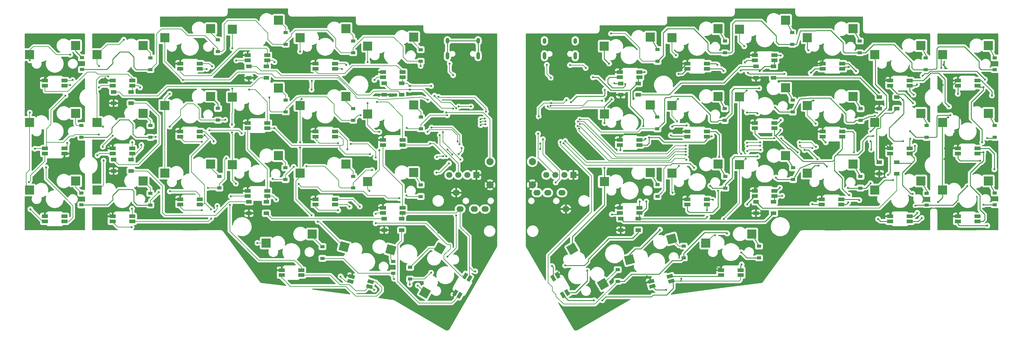
<source format=gbl>
%TF.GenerationSoftware,KiCad,Pcbnew,(5.99.0-10289-g4f191ce2c7)*%
%TF.CreationDate,2021-04-16T01:34:07+03:00*%
%TF.ProjectId,corne-cherry,636f726e-652d-4636-9865-7272792e6b69,3.0.1*%
%TF.SameCoordinates,Original*%
%TF.FileFunction,Copper,L2,Bot*%
%TF.FilePolarity,Positive*%
%FSLAX46Y46*%
G04 Gerber Fmt 4.6, Leading zero omitted, Abs format (unit mm)*
G04 Created by KiCad (PCBNEW (5.99.0-10289-g4f191ce2c7)) date 2021-04-16 01:34:07*
%MOMM*%
%LPD*%
G01*
G04 APERTURE LIST*
G04 Aperture macros list*
%AMRoundRect*
0 Rectangle with rounded corners*
0 $1 Rounding radius*
0 $2 $3 $4 $5 $6 $7 $8 $9 X,Y pos of 4 corners*
0 Add a 4 corners polygon primitive as box body*
4,1,4,$2,$3,$4,$5,$6,$7,$8,$9,$2,$3,0*
0 Add four circle primitives for the rounded corners*
1,1,$1+$1,$2,$3*
1,1,$1+$1,$4,$5*
1,1,$1+$1,$6,$7*
1,1,$1+$1,$8,$9*
0 Add four rect primitives between the rounded corners*
20,1,$1+$1,$2,$3,$4,$5,0*
20,1,$1+$1,$4,$5,$6,$7,0*
20,1,$1+$1,$6,$7,$8,$9,0*
20,1,$1+$1,$8,$9,$2,$3,0*%
%AMRotRect*
0 Rectangle, with rotation*
0 The origin of the aperture is its center*
0 $1 length*
0 $2 width*
0 $3 Rotation angle, in degrees counterclockwise*
0 Add horizontal line*
21,1,$1,$2,0,0,$3*%
G04 Aperture macros list end*
%TA.AperFunction,SMDPad,CuDef*%
%ADD10RotRect,2.550000X2.500000X300.000000*%
%TD*%
%TA.AperFunction,SMDPad,CuDef*%
%ADD11RotRect,2.550000X2.500000X60.000000*%
%TD*%
%TA.AperFunction,SMDPad,CuDef*%
%ADD12R,2.550000X2.500000*%
%TD*%
%TA.AperFunction,SMDPad,CuDef*%
%ADD13RotRect,2.550000X2.500000X15.000000*%
%TD*%
%TA.AperFunction,SMDPad,CuDef*%
%ADD14RotRect,2.550000X2.500000X345.000000*%
%TD*%
%TA.AperFunction,SMDPad,CuDef*%
%ADD15R,1.700000X1.000000*%
%TD*%
%TA.AperFunction,SMDPad,CuDef*%
%ADD16R,1.500000X1.000000*%
%TD*%
%TA.AperFunction,ComponentPad*%
%ADD17O,1.000000X1.600000*%
%TD*%
%TA.AperFunction,ComponentPad*%
%ADD18O,1.000000X2.100000*%
%TD*%
%TA.AperFunction,ComponentPad*%
%ADD19C,2.000000*%
%TD*%
%TA.AperFunction,SMDPad,CuDef*%
%ADD20RotRect,1.700000X1.000000X300.000000*%
%TD*%
%TA.AperFunction,SMDPad,CuDef*%
%ADD21RotRect,1.700000X1.000000X15.000000*%
%TD*%
%TA.AperFunction,SMDPad,CuDef*%
%ADD22RotRect,1.700000X1.000000X60.000000*%
%TD*%
%TA.AperFunction,SMDPad,CuDef*%
%ADD23RotRect,1.700000X1.000000X345.000000*%
%TD*%
%TA.AperFunction,ComponentPad*%
%ADD24C,1.700000*%
%TD*%
%TA.AperFunction,ComponentPad*%
%ADD25R,1.700000X1.700000*%
%TD*%
%TA.AperFunction,ComponentPad*%
%ADD26O,2.000000X1.600000*%
%TD*%
%TA.AperFunction,SMDPad,CuDef*%
%ADD27R,1.200000X0.900000*%
%TD*%
%TA.AperFunction,SMDPad,CuDef*%
%ADD28RoundRect,0.135000X-0.185000X0.135000X-0.185000X-0.135000X0.185000X-0.135000X0.185000X0.135000X0*%
%TD*%
%TA.AperFunction,ViaPad*%
%ADD29C,0.600000*%
%TD*%
%TA.AperFunction,Conductor*%
%ADD30C,0.250000*%
%TD*%
%TA.AperFunction,Conductor*%
%ADD31C,0.203200*%
%TD*%
%TA.AperFunction,Conductor*%
%ADD32C,0.254000*%
%TD*%
G04 APERTURE END LIST*
D10*
X165521705Y-87744210D03*
X174184909Y-97669320D03*
D11*
X124115295Y-100020790D03*
X128379091Y-87555680D03*
D12*
X70022500Y-26115000D03*
X82949500Y-23575000D03*
X51022500Y-28490000D03*
X63949500Y-25950000D03*
X51022500Y-47490000D03*
X63949500Y-44950000D03*
X51022500Y-66490000D03*
X63949500Y-63950000D03*
X32022500Y-71240000D03*
X44949500Y-68700000D03*
X32022500Y-52240000D03*
X44949500Y-49700000D03*
X32022500Y-33240000D03*
X44949500Y-30700000D03*
X13022500Y-71240000D03*
X25949500Y-68700000D03*
X13022500Y-52240000D03*
X25949500Y-49700000D03*
X13022500Y-33240000D03*
X25949500Y-30700000D03*
X203029500Y-86110000D03*
X215956500Y-83570000D03*
X212529500Y-64110000D03*
X225456500Y-61570000D03*
D13*
X181613515Y-90780281D03*
X193442638Y-84981076D03*
D12*
X269529500Y-71235000D03*
X282456500Y-68695000D03*
X212529500Y-45110000D03*
X225456500Y-42570000D03*
X174529500Y-49860000D03*
X187456500Y-47320000D03*
X212529500Y-26110000D03*
X225456500Y-23570000D03*
X108022500Y-68865000D03*
X120949500Y-66325000D03*
X70022500Y-45115000D03*
X82949500Y-42575000D03*
X231529500Y-47485000D03*
X244456500Y-44945000D03*
X108022500Y-49865000D03*
X120949500Y-47325000D03*
X193529500Y-28485000D03*
X206456500Y-25945000D03*
X231529500Y-28485000D03*
X244456500Y-25945000D03*
X174522500Y-30865000D03*
X187449500Y-28325000D03*
X250529500Y-52235000D03*
X263456500Y-49695000D03*
X193529500Y-66485000D03*
X206456500Y-63945000D03*
X89022500Y-66490000D03*
X101949500Y-63950000D03*
X108022500Y-30865000D03*
X120949500Y-28325000D03*
X250529500Y-33235000D03*
X263456500Y-30695000D03*
X89022500Y-28490000D03*
X101949500Y-25950000D03*
X193529500Y-47485000D03*
X206456500Y-44945000D03*
X250529500Y-71235000D03*
X263456500Y-68695000D03*
X269529500Y-33235000D03*
X282456500Y-30695000D03*
X231529500Y-66485000D03*
X244456500Y-63945000D03*
X89022500Y-47490000D03*
X101949500Y-44950000D03*
X174529500Y-68860000D03*
X187456500Y-66320000D03*
D14*
X101421316Y-87117815D03*
X114565239Y-88010118D03*
D12*
X70022500Y-64115000D03*
X82949500Y-61575000D03*
X269529500Y-52235000D03*
X282456500Y-49695000D03*
X79522500Y-86115000D03*
X92449500Y-83575000D03*
D15*
X207357500Y-95117500D03*
X207357500Y-93717500D03*
X212857500Y-95117500D03*
X212857500Y-93717500D03*
X197857500Y-56223750D03*
X197857500Y-54823750D03*
X203357500Y-56223750D03*
X203357500Y-54823750D03*
X254847500Y-41936250D03*
X254847500Y-40536250D03*
X260347500Y-41936250D03*
X260347500Y-40536250D03*
D16*
X222057500Y-36550000D03*
X222057500Y-39750000D03*
X217157500Y-39750000D03*
X217157500Y-36550000D03*
D17*
X130427500Y-29355000D03*
X139067500Y-29355000D03*
D18*
X130427500Y-33535000D03*
X139067500Y-33535000D03*
D17*
X157707500Y-29370000D03*
X166347500Y-29370000D03*
D18*
X157707500Y-33550000D03*
X166347500Y-33550000D03*
D19*
X154297500Y-69760000D03*
X154297500Y-63260000D03*
X142424500Y-69781000D03*
X142424500Y-63281000D03*
D20*
X160136282Y-95918430D03*
X161348718Y-95218430D03*
X162886282Y-100681570D03*
X164098718Y-99981570D03*
D15*
X178857500Y-77655000D03*
X178857500Y-76255000D03*
X184357500Y-77655000D03*
X184357500Y-76255000D03*
X178857500Y-58605000D03*
X178857500Y-57205000D03*
X184357500Y-58605000D03*
X184357500Y-57205000D03*
X178857500Y-39555000D03*
X178857500Y-38155000D03*
X184357500Y-39555000D03*
X184357500Y-38155000D03*
D21*
X188012377Y-98247900D03*
X187650031Y-96895604D03*
X193324969Y-96824396D03*
X192962623Y-95472100D03*
D15*
X197857500Y-75273750D03*
X197857500Y-73873750D03*
X203357500Y-75273750D03*
X203357500Y-73873750D03*
X197847500Y-37173750D03*
X197847500Y-35773750D03*
X203347500Y-37173750D03*
X203347500Y-35773750D03*
X216847500Y-72892500D03*
X216847500Y-71492500D03*
X222347500Y-72892500D03*
X222347500Y-71492500D03*
X216857500Y-53842500D03*
X216857500Y-52442500D03*
X222357500Y-53842500D03*
X222357500Y-52442500D03*
X216857500Y-34792500D03*
X216857500Y-33392500D03*
X222357500Y-34792500D03*
X222357500Y-33392500D03*
X235638750Y-75273750D03*
X235638750Y-73873750D03*
X241138750Y-75273750D03*
X241138750Y-73873750D03*
X235857500Y-56223750D03*
X235857500Y-54823750D03*
X241357500Y-56223750D03*
X241357500Y-54823750D03*
X235857500Y-37173750D03*
X235857500Y-35773750D03*
X241357500Y-37173750D03*
X241357500Y-35773750D03*
X254857500Y-80036250D03*
X254857500Y-78636250D03*
X260357500Y-80036250D03*
X260357500Y-78636250D03*
X254857500Y-60986250D03*
X254857500Y-59586250D03*
X260357500Y-60986250D03*
X260357500Y-59586250D03*
X273857500Y-80036250D03*
X273857500Y-78636250D03*
X279357500Y-80036250D03*
X279357500Y-78636250D03*
X273847500Y-60986250D03*
X273847500Y-59586250D03*
X279347500Y-60986250D03*
X279347500Y-59586250D03*
X273857500Y-41936250D03*
X273857500Y-40536250D03*
X279357500Y-41936250D03*
X279357500Y-40536250D03*
D22*
X133879987Y-100801570D03*
X132667551Y-100101570D03*
X136629987Y-96038430D03*
X135417551Y-95338430D03*
D15*
X112357500Y-77655000D03*
X112357500Y-76255000D03*
X117857500Y-77655000D03*
X117857500Y-76255000D03*
X112357500Y-58605000D03*
X112357500Y-57205000D03*
X117857500Y-58605000D03*
X117857500Y-57205000D03*
X112357500Y-39555000D03*
X112357500Y-38155000D03*
X117857500Y-39555000D03*
X117857500Y-38155000D03*
D23*
X103180031Y-96874396D03*
X103542377Y-95522100D03*
X108492623Y-98297900D03*
X108854969Y-96945604D03*
D15*
X93357500Y-75273750D03*
X93357500Y-73873750D03*
X98857500Y-75273750D03*
X98857500Y-73873750D03*
X93357500Y-56223750D03*
X93357500Y-54823750D03*
X98857500Y-56223750D03*
X98857500Y-54823750D03*
X93357500Y-37173750D03*
X93357500Y-35773750D03*
X98857500Y-37173750D03*
X98857500Y-35773750D03*
X83857500Y-95117500D03*
X83857500Y-93717500D03*
X89357500Y-95117500D03*
X89357500Y-93717500D03*
X74357500Y-72892500D03*
X74357500Y-71492500D03*
X79857500Y-72892500D03*
X79857500Y-71492500D03*
X74357500Y-53842500D03*
X74357500Y-52442500D03*
X79857500Y-53842500D03*
X79857500Y-52442500D03*
X74357500Y-34792500D03*
X74357500Y-33392500D03*
X79857500Y-34792500D03*
X79857500Y-33392500D03*
X55357500Y-75273750D03*
X55357500Y-73873750D03*
X60857500Y-75273750D03*
X60857500Y-73873750D03*
X55357500Y-56223750D03*
X55357500Y-54823750D03*
X60857500Y-56223750D03*
X60857500Y-54823750D03*
X55357500Y-37173750D03*
X55357500Y-35773750D03*
X60857500Y-37173750D03*
X60857500Y-35773750D03*
X36357500Y-80036250D03*
X36357500Y-78636250D03*
X41857500Y-80036250D03*
X41857500Y-78636250D03*
X36357500Y-60986250D03*
X36357500Y-59586250D03*
X41857500Y-60986250D03*
X41857500Y-59586250D03*
X36357500Y-41936250D03*
X36357500Y-40536250D03*
X41857500Y-41936250D03*
X41857500Y-40536250D03*
X17357500Y-80036250D03*
X17357500Y-78636250D03*
X22857500Y-80036250D03*
X22857500Y-78636250D03*
X22857500Y-59586250D03*
X22857500Y-60986250D03*
X17357500Y-59586250D03*
X17357500Y-60986250D03*
X17357500Y-41936250D03*
X17357500Y-40536250D03*
X22857500Y-41936250D03*
X22857500Y-40536250D03*
D24*
X130937500Y-67010000D03*
X133477500Y-67010000D03*
X136017500Y-67010000D03*
D25*
X138557500Y-67010000D03*
D26*
X132920000Y-71970000D03*
X134020000Y-76570000D03*
X138020000Y-76570000D03*
X141020000Y-76570000D03*
X163727500Y-76580000D03*
X162627500Y-71980000D03*
X158627500Y-71980000D03*
X155627500Y-71980000D03*
D24*
X158207500Y-66980000D03*
X160747500Y-66980000D03*
X163287500Y-66980000D03*
D25*
X165827500Y-66980000D03*
D27*
X46987500Y-37430000D03*
X46987500Y-34130000D03*
X227447500Y-49320000D03*
X227447500Y-46020000D03*
X196857500Y-90280000D03*
X196857500Y-86980000D03*
D16*
X256707500Y-63450000D03*
X256707500Y-66650000D03*
X251807500Y-66650000D03*
X251807500Y-63450000D03*
D27*
X115207500Y-94560000D03*
X115207500Y-91260000D03*
X122947500Y-73060000D03*
X122947500Y-69760000D03*
X95327500Y-90420000D03*
X95327500Y-87120000D03*
D16*
X256707500Y-45190000D03*
X256707500Y-48390000D03*
X251807500Y-48390000D03*
X251807500Y-45190000D03*
D27*
X208417500Y-32730000D03*
X208417500Y-29430000D03*
X265107500Y-56450000D03*
X265107500Y-53150000D03*
X84937500Y-68290000D03*
X84937500Y-64990000D03*
X103957500Y-70680000D03*
X103957500Y-67380000D03*
X27607500Y-53120000D03*
X27607500Y-56420000D03*
X189427500Y-54070000D03*
X189427500Y-50770000D03*
D16*
X41557500Y-43680000D03*
X41557500Y-46880000D03*
X36657500Y-46880000D03*
X36657500Y-43680000D03*
X222057500Y-74550000D03*
X222057500Y-77750000D03*
X217157500Y-77750000D03*
X217157500Y-74550000D03*
D27*
X178267500Y-96880000D03*
X178267500Y-93580000D03*
X246487500Y-70690000D03*
X246487500Y-67390000D03*
X119947500Y-96230000D03*
X119947500Y-92930000D03*
X189457500Y-35090000D03*
X189457500Y-31790000D03*
X46967500Y-75430000D03*
X46967500Y-72130000D03*
D16*
X117557500Y-41300000D03*
X117557500Y-44500000D03*
X112657500Y-44500000D03*
X112657500Y-41300000D03*
D27*
X47017500Y-56440000D03*
X47017500Y-53140000D03*
X65977500Y-51620000D03*
X65977500Y-48320000D03*
X284207500Y-75360000D03*
X284207500Y-72060000D03*
D28*
X119882500Y-42045000D03*
X119882500Y-43065000D03*
D27*
X27607500Y-75410000D03*
X27607500Y-72110000D03*
X265107500Y-75480000D03*
X265107500Y-72180000D03*
X227297500Y-30340000D03*
X227297500Y-27040000D03*
D16*
X41557500Y-62680000D03*
X41557500Y-65880000D03*
X36657500Y-65880000D03*
X36657500Y-62680000D03*
X184057500Y-41305000D03*
X184057500Y-44505000D03*
X179157500Y-44505000D03*
X179157500Y-41305000D03*
D27*
X122987500Y-54050000D03*
X122987500Y-50750000D03*
D16*
X79557500Y-74550000D03*
X79557500Y-77750000D03*
X74657500Y-77750000D03*
X74657500Y-74550000D03*
X79557500Y-36560000D03*
X79557500Y-39760000D03*
X74657500Y-39760000D03*
X74657500Y-36560000D03*
D27*
X103937500Y-32680000D03*
X103937500Y-29380000D03*
X227557500Y-68290000D03*
X227557500Y-64990000D03*
X284197500Y-56430000D03*
X284197500Y-53130000D03*
X84987500Y-30300000D03*
X84987500Y-27000000D03*
X284207500Y-37450000D03*
X284207500Y-34150000D03*
X189467500Y-73050000D03*
X189467500Y-69750000D03*
X85017500Y-49310000D03*
X85017500Y-46010000D03*
X208487500Y-70700000D03*
X208487500Y-67400000D03*
X27732500Y-37400000D03*
X27732500Y-34100000D03*
X66337500Y-70680000D03*
X66337500Y-67380000D03*
X264857500Y-37490000D03*
X264857500Y-34190000D03*
X122937500Y-35120000D03*
X122937500Y-31820000D03*
X217987500Y-90280000D03*
X217987500Y-86980000D03*
X103957500Y-51680000D03*
X103957500Y-48380000D03*
X246507500Y-51690000D03*
X246507500Y-48390000D03*
X208367500Y-51690000D03*
X208367500Y-48390000D03*
X246287500Y-32710000D03*
X246287500Y-29410000D03*
D16*
X184057500Y-79300000D03*
X184057500Y-82500000D03*
X179157500Y-82500000D03*
X179157500Y-79300000D03*
D27*
X65927500Y-32410000D03*
X65927500Y-29110000D03*
D16*
X117557500Y-79300000D03*
X117557500Y-82500000D03*
X112657500Y-82500000D03*
X112657500Y-79300000D03*
D29*
X161167500Y-31440000D03*
X47637500Y-69600000D03*
X44017500Y-71350000D03*
X14297500Y-63670000D03*
X15967500Y-67690000D03*
X72577500Y-71700000D03*
X34497500Y-43230000D03*
X106637500Y-54770000D03*
X129917500Y-98660000D03*
X108277500Y-100030000D03*
X52687500Y-76250000D03*
X48667500Y-74110000D03*
X82357500Y-64420000D03*
X125047500Y-66370000D03*
X108537500Y-75400000D03*
X107907500Y-80780000D03*
X124787500Y-47530000D03*
X67347500Y-43560000D03*
X62917500Y-47840000D03*
X15147500Y-57720000D03*
X19267500Y-28990000D03*
X47567500Y-31670000D03*
X68787500Y-29290000D03*
X86787500Y-31120000D03*
X84847500Y-21300000D03*
X81747500Y-57730000D03*
X91757500Y-61680000D03*
X67517500Y-58560000D03*
X86157500Y-53230000D03*
X198127500Y-92910000D03*
X262707500Y-71530000D03*
X265447500Y-73510000D03*
X190267500Y-66510000D03*
X171857500Y-99790000D03*
X216507500Y-60880000D03*
X208567500Y-74930000D03*
X172417500Y-72730000D03*
X209997500Y-54880000D03*
X280447500Y-33480000D03*
X261407500Y-33630000D03*
X175797500Y-44400000D03*
X167517500Y-84810000D03*
X161487500Y-89810000D03*
X174577500Y-52470000D03*
X174577500Y-65070000D03*
X175857500Y-35720000D03*
X206867500Y-61911100D03*
X193710893Y-71983019D03*
X195457500Y-64444500D03*
X194987500Y-51900000D03*
X195207500Y-45680000D03*
X194617500Y-33410000D03*
X222294497Y-56683003D03*
X224287500Y-56740000D03*
X228827500Y-60620000D03*
X205657500Y-83920000D03*
X208097500Y-79360000D03*
X214267500Y-62440000D03*
X213037500Y-61081100D03*
X214557500Y-43284500D03*
X213857500Y-30880000D03*
X231917500Y-32070000D03*
X233367500Y-46074500D03*
X233887500Y-52600000D03*
X234737500Y-64344500D03*
X244677500Y-60630000D03*
X254227500Y-66980000D03*
X249357500Y-54780000D03*
X268287500Y-74590000D03*
X271157500Y-50854500D03*
X283437500Y-44710000D03*
X269247500Y-36960000D03*
X122117500Y-98030000D03*
X108497500Y-71470000D03*
X109288600Y-65640000D03*
X108017500Y-35320000D03*
X108017500Y-46850000D03*
X111297500Y-54920000D03*
X103247500Y-58290000D03*
X89037500Y-32350000D03*
X89457500Y-45691100D03*
X89027500Y-59331100D03*
X89027500Y-57830000D03*
X94007500Y-80090000D03*
X92297500Y-78310000D03*
X87257500Y-64730000D03*
X90797500Y-64570000D03*
X68347500Y-62330000D03*
X71007500Y-69440000D03*
X77047500Y-86100000D03*
X69937500Y-55041100D03*
X70017500Y-42791100D03*
X70017500Y-31440000D03*
X52377500Y-44230000D03*
X33667500Y-53460000D03*
X32597500Y-36440000D03*
X39497500Y-29040000D03*
X13097500Y-49500000D03*
X24467500Y-33240000D03*
X13127500Y-34830000D03*
X13277500Y-76620000D03*
X12847500Y-69050000D03*
X132677500Y-46130000D03*
X280437500Y-71420000D03*
X281437500Y-66530000D03*
X134267500Y-87430000D03*
X163067500Y-41050000D03*
X166377500Y-39150000D03*
X189377500Y-58870000D03*
X254457500Y-75160000D03*
X253487500Y-56630000D03*
X159777500Y-60390000D03*
X154447500Y-55230000D03*
X158117500Y-55860000D03*
X165117500Y-55990000D03*
X166257500Y-56630000D03*
X162247500Y-57750000D03*
X163035284Y-58133385D03*
X163524371Y-57500930D03*
X167471060Y-53973644D03*
X167065024Y-53255781D03*
X167590416Y-52653147D03*
X167099601Y-52022033D03*
X167625682Y-51420000D03*
X158617500Y-47760000D03*
X159442794Y-47594392D03*
X217547500Y-49740000D03*
X214587500Y-49470000D03*
X204717500Y-56190000D03*
X223987500Y-54390000D03*
X218197500Y-37890000D03*
X208047500Y-37750000D03*
X212867500Y-37730000D03*
X243224497Y-36723003D03*
X250107500Y-56080000D03*
X263687500Y-79090000D03*
X261162000Y-72310000D03*
X261777500Y-58860000D03*
X258467500Y-57540000D03*
X224497500Y-72860000D03*
X243037500Y-74700000D03*
X243367500Y-72630000D03*
X281067500Y-60680000D03*
X280687500Y-57860000D03*
X281067500Y-42390000D03*
X281477500Y-40220000D03*
X263983000Y-39120000D03*
X262377500Y-41580000D03*
X261397500Y-44480000D03*
X258377500Y-45880000D03*
X171647500Y-102190000D03*
X173967500Y-102210000D03*
X196187500Y-96098600D03*
X203337500Y-76893500D03*
X203457500Y-78770000D03*
X186317500Y-74450000D03*
X187077500Y-56530000D03*
X185497500Y-53320000D03*
X171337500Y-39580000D03*
X174667500Y-43110000D03*
X177357500Y-41290000D03*
X284127500Y-65430000D03*
X282127500Y-81220000D03*
X280107500Y-62990000D03*
X273867500Y-44230000D03*
X271359089Y-47811589D03*
X261297500Y-46860000D03*
X260517500Y-56830000D03*
X262467500Y-77650000D03*
X251437500Y-79370000D03*
X246187500Y-74070000D03*
X232967500Y-75210000D03*
X236739750Y-57860000D03*
X245277500Y-37890000D03*
X232547500Y-38310000D03*
X224097500Y-33500000D03*
X214837500Y-38270000D03*
X214057500Y-35380000D03*
X225107500Y-38660000D03*
X224137500Y-51560000D03*
X223837500Y-70570000D03*
X214667500Y-75270000D03*
X213117500Y-92130000D03*
X191887500Y-99220000D03*
X205007500Y-73970000D03*
X206527500Y-71370000D03*
X193230911Y-55883411D03*
X197717500Y-53080000D03*
X193590911Y-53476589D03*
X206357500Y-36120000D03*
X195436831Y-38604500D03*
X185807500Y-38130000D03*
X180407002Y-41490000D03*
X186047500Y-56880000D03*
X184497500Y-74420000D03*
X179017500Y-60040000D03*
X169757500Y-93840000D03*
X176647500Y-78070000D03*
X159837500Y-92590000D03*
X163527500Y-92420000D03*
X165147500Y-46610000D03*
X160867500Y-69110000D03*
X157277500Y-56970000D03*
X156538600Y-59680000D03*
X156538600Y-58190000D03*
X155917500Y-55420000D03*
X163927500Y-45960000D03*
X169287500Y-36960000D03*
X164897500Y-36160000D03*
X158377500Y-36100000D03*
X159487500Y-39720000D03*
X159597500Y-46810000D03*
X156097500Y-50590000D03*
X156442542Y-51372780D03*
X153378600Y-51590000D03*
X72177500Y-51740000D03*
X31837500Y-28980000D03*
X110317500Y-38210000D03*
X112327500Y-34460000D03*
X121247500Y-57170000D03*
X120527500Y-60050000D03*
X111237500Y-44520000D03*
X121307500Y-44300000D03*
X80987500Y-40660000D03*
X72547500Y-36340000D03*
X76407500Y-39120000D03*
X87177500Y-44820000D03*
X121347500Y-63910000D03*
X100037500Y-99390000D03*
X94647500Y-96540000D03*
X139766400Y-53009503D03*
X141117500Y-52800000D03*
X141087590Y-51940598D03*
X139766400Y-52210000D03*
X140968600Y-51150000D03*
X141287500Y-49230000D03*
X139766400Y-51320000D03*
X127927542Y-45069958D03*
X124967500Y-45930000D03*
X56157500Y-40320000D03*
X134397500Y-59430000D03*
X133577500Y-61140000D03*
X130877500Y-63760000D03*
X127367500Y-66330000D03*
X116877500Y-73530000D03*
X88657500Y-69520000D03*
X133867500Y-58330000D03*
X125989835Y-53708900D03*
X110267500Y-62130000D03*
X133307500Y-57630000D03*
X124827500Y-54910000D03*
X128287458Y-55849958D03*
X129182458Y-54954958D03*
X126797500Y-44790000D03*
X132883100Y-48321100D03*
X122917500Y-36420000D03*
X130402049Y-50234464D03*
X130142542Y-61735042D03*
X127487500Y-62010000D03*
X129247500Y-61780000D03*
X125847500Y-94430000D03*
X132907500Y-78360000D03*
X130487500Y-89910000D03*
X131849999Y-61272414D03*
X130468683Y-59858900D03*
X46777500Y-50500000D03*
X94877500Y-27700000D03*
X19917500Y-51050000D03*
X72297500Y-56920000D03*
X67807500Y-78180000D03*
X72187500Y-77960000D03*
X125947500Y-92940000D03*
X127877500Y-83130000D03*
X111317500Y-60070000D03*
X92277500Y-43070000D03*
X92327500Y-40610000D03*
X65787500Y-75710000D03*
X65017500Y-77340000D03*
X69927500Y-52890000D03*
X33827500Y-62960000D03*
X33617500Y-59090000D03*
X36397500Y-55980000D03*
X35147500Y-39301100D03*
X119857500Y-97760000D03*
X115477500Y-96200000D03*
X49347500Y-71800000D03*
X63107500Y-70640000D03*
X81317500Y-68120000D03*
X118967500Y-72770000D03*
X48497500Y-56320000D03*
X52407500Y-53440000D03*
X68017500Y-51540000D03*
X80397500Y-45220000D03*
X106107500Y-50260000D03*
X119007500Y-53820000D03*
X126198600Y-51910000D03*
X138277500Y-94060000D03*
X109897500Y-99230000D03*
X100817500Y-37290000D03*
X102957500Y-75930000D03*
X108687500Y-61130000D03*
X82347500Y-73900000D03*
X64047500Y-79250000D03*
X63997500Y-76680000D03*
X62847500Y-37250000D03*
X81847500Y-35310000D03*
X81877500Y-53910000D03*
X72647500Y-55290000D03*
X63537500Y-54440000D03*
X62177500Y-55850000D03*
X44077500Y-42440000D03*
X44477500Y-58600000D03*
X32487500Y-55630000D03*
X18277500Y-39030000D03*
X25247500Y-60620000D03*
X24447500Y-41770000D03*
X23117500Y-44730000D03*
X14507500Y-59640000D03*
X17667500Y-64870000D03*
X17867500Y-76740000D03*
X23647500Y-58010000D03*
X25137500Y-40340000D03*
X32507500Y-42420000D03*
X41897500Y-57830000D03*
X32107500Y-61510000D03*
X41817500Y-76480000D03*
X41737500Y-81660000D03*
X52447500Y-71610000D03*
X61477500Y-76900000D03*
X64777500Y-57630000D03*
X64297500Y-36550000D03*
X61457500Y-57700000D03*
X71147500Y-34870000D03*
X74747500Y-43060000D03*
X69597500Y-73000000D03*
X69287500Y-75410000D03*
X100437500Y-95490000D03*
X105817500Y-75850000D03*
X99757500Y-76920000D03*
X102347500Y-59840000D03*
X99727500Y-58070000D03*
X102007500Y-36080000D03*
X109927500Y-40330000D03*
X110627500Y-46470000D03*
X110327500Y-77910000D03*
X110287500Y-80570000D03*
X132087500Y-48400000D03*
X125857500Y-42020000D03*
X130137500Y-49480000D03*
X125597500Y-58210000D03*
X134137500Y-62660000D03*
X137077500Y-47780000D03*
X133627500Y-47790000D03*
X131065042Y-35757542D03*
X132067500Y-38990000D03*
X130607500Y-38940000D03*
X139807500Y-38440000D03*
X135627500Y-40820000D03*
X129689787Y-51797057D03*
X205627500Y-93110000D03*
X186467500Y-95445000D03*
X234537500Y-34750000D03*
X188357500Y-43440000D03*
X214687500Y-71460000D03*
X253677500Y-58560000D03*
X198947500Y-72110000D03*
X271857500Y-42280000D03*
X195497500Y-54500000D03*
X233077500Y-56200000D03*
X231797500Y-70110000D03*
X273857500Y-75030000D03*
X253197500Y-39500000D03*
X191937500Y-72340000D03*
X270247500Y-59530000D03*
X274107500Y-69030000D03*
X188237500Y-80930000D03*
X261857500Y-57780000D03*
X228657500Y-38240000D03*
X271607500Y-48780000D03*
X193197500Y-34020000D03*
X270107500Y-62530000D03*
X224167500Y-45080000D03*
X238447500Y-41690000D03*
X228797500Y-34500000D03*
X230797500Y-30510000D03*
X194497500Y-71840000D03*
X262807500Y-47170000D03*
X227807500Y-54230000D03*
X223827500Y-34810000D03*
X271087500Y-76590000D03*
X269607500Y-41780000D03*
X219247500Y-37780000D03*
X194007500Y-87360000D03*
X250277500Y-74550000D03*
X230697500Y-50760000D03*
X226567500Y-74500000D03*
X169217500Y-105680000D03*
X181487500Y-82510000D03*
X269797500Y-36120000D03*
X243737500Y-37800000D03*
X229227500Y-72190000D03*
X281917500Y-39240000D03*
X262247500Y-61580000D03*
X281617500Y-45790000D03*
X274607500Y-28780000D03*
X208977500Y-81560000D03*
X186967500Y-40290000D03*
X186187500Y-42670000D03*
X213677500Y-77970000D03*
X193617500Y-76040000D03*
X219237500Y-55750000D03*
X34307500Y-39855000D03*
X35107500Y-77530000D03*
X35357500Y-58780000D03*
X176437500Y-27330000D03*
X173887500Y-46160000D03*
X271777500Y-50230000D03*
X222507500Y-48070000D03*
X250617500Y-50420000D03*
X260437500Y-54760000D03*
X218067500Y-42660000D03*
X282087500Y-56630000D03*
X204292500Y-70040000D03*
X222707500Y-67740000D03*
X199737500Y-64980000D03*
X217607500Y-61810000D03*
X261967500Y-75660000D03*
X281077500Y-75400000D03*
X243017500Y-70640000D03*
X276547500Y-70160000D03*
X237057500Y-64630000D03*
X249347500Y-69340000D03*
X213017500Y-88720000D03*
X209057500Y-83430000D03*
X197429500Y-58820000D03*
X214657500Y-57960000D03*
X218317500Y-57860000D03*
X234007500Y-59100000D03*
X229407500Y-57890000D03*
X197429500Y-59679997D03*
X255687500Y-68480000D03*
X249497500Y-59900000D03*
X232997500Y-59490000D03*
X214737500Y-58920000D03*
X249347500Y-57480000D03*
X218307500Y-58800000D03*
X229557500Y-58780000D03*
X230767500Y-60010000D03*
X234447500Y-62580000D03*
X197429500Y-60480000D03*
X218427500Y-59980000D03*
X214737500Y-60270000D03*
X197429500Y-61310000D03*
X197607500Y-62740000D03*
X190167500Y-82370000D03*
X176567500Y-45750000D03*
D30*
X251037500Y-62680000D02*
X251807500Y-63450000D01*
X252129011Y-50868489D02*
X252129011Y-53744609D01*
X253395579Y-49601921D02*
X252129011Y-50868489D01*
X255495579Y-49601921D02*
X253395579Y-49601921D01*
X252129011Y-53744609D02*
X251847500Y-53840000D01*
X251847500Y-53840000D02*
X251267500Y-53920000D01*
X251267500Y-53920000D02*
X251037500Y-54150000D01*
X256707500Y-48390000D02*
X255495579Y-49601921D01*
X251037500Y-54150000D02*
X251037500Y-62680000D01*
D31*
X124047500Y-96230000D02*
X119947500Y-96230000D01*
X125847500Y-94430000D02*
X124047500Y-96230000D01*
D32*
X226757500Y-59610000D02*
X230354011Y-63206511D01*
X226230263Y-59610000D02*
X226757500Y-59610000D01*
X222627500Y-55890000D02*
X222627500Y-56007237D01*
X222627500Y-56007237D02*
X226230263Y-59610000D01*
X230354011Y-63206511D02*
X230670989Y-63206511D01*
X230670989Y-63206511D02*
X238610989Y-63206511D01*
X222627500Y-55890000D02*
X222507500Y-56010000D01*
X223987500Y-54530000D02*
X222627500Y-55890000D01*
X224287500Y-56903994D02*
X224287500Y-56740000D01*
X228827500Y-60620000D02*
X224287500Y-56903994D01*
D30*
X244456500Y-25945000D02*
X246287500Y-29410000D01*
X187456500Y-47320000D02*
X189427500Y-50770000D01*
X187456500Y-66320000D02*
X189467500Y-69750000D01*
D31*
X178267500Y-93586729D02*
X178267500Y-93580000D01*
X174184909Y-97669320D02*
X178267500Y-93586729D01*
D32*
X175877500Y-84820000D02*
X182407500Y-84820000D01*
X182407500Y-84820000D02*
X184057500Y-83170000D01*
X184057500Y-83170000D02*
X184057500Y-82500000D01*
X169977500Y-90720000D02*
X175877500Y-84820000D01*
X169977500Y-91370000D02*
X169977500Y-90720000D01*
X163527500Y-92420000D02*
X168927500Y-92420000D01*
X168927500Y-92420000D02*
X169977500Y-91370000D01*
D30*
X161492019Y-89814519D02*
X161492019Y-91295481D01*
X161492019Y-91295481D02*
X161492019Y-91105481D01*
X161492019Y-95366635D02*
X161492019Y-91295481D01*
X167787500Y-84810000D02*
X167517500Y-84810000D01*
X172217500Y-80380000D02*
X167787500Y-84810000D01*
X161487500Y-89810000D02*
X161492019Y-89814519D01*
X174529500Y-75358000D02*
X165521705Y-84365795D01*
X174529500Y-68860000D02*
X174529500Y-75358000D01*
X165521705Y-84365795D02*
X165521705Y-87744210D01*
X174529500Y-65118000D02*
X174529500Y-68860000D01*
X174529500Y-52422000D02*
X174577500Y-52470000D01*
X174577500Y-65070000D02*
X174529500Y-65118000D01*
X174529500Y-49860000D02*
X174529500Y-52422000D01*
D31*
X159053003Y-48195503D02*
X168001997Y-48195503D01*
X168001997Y-48195503D02*
X168247500Y-47950000D01*
D30*
X174529500Y-47992000D02*
X174529500Y-49860000D01*
D31*
X174487500Y-47950000D02*
X174529500Y-47992000D01*
D30*
X174529500Y-47788000D02*
X174529500Y-47992000D01*
D31*
X158617500Y-47760000D02*
X159053003Y-48195503D01*
X168247500Y-47950000D02*
X174487500Y-47950000D01*
D30*
X176567500Y-45750000D02*
X174529500Y-47788000D01*
X175857500Y-35720000D02*
X174522500Y-34385000D01*
X174522500Y-34385000D02*
X174522500Y-30865000D01*
X187449500Y-28325000D02*
X189457500Y-31790000D01*
X206456500Y-25945000D02*
X208417500Y-29430000D01*
X206456500Y-44945000D02*
X208367500Y-48390000D01*
D32*
X206867500Y-61911100D02*
X206867500Y-55780000D01*
X206517500Y-55430000D02*
X206767500Y-55680000D01*
X206767500Y-55680000D02*
X206877500Y-55790000D01*
X206867500Y-55780000D02*
X206767500Y-55680000D01*
D30*
X206456500Y-63945000D02*
X208487500Y-67400000D01*
D31*
X195441562Y-86980000D02*
X196857500Y-86980000D01*
X193442638Y-84981076D02*
X195441562Y-86980000D01*
D30*
X183226922Y-87760578D02*
X181613515Y-89373985D01*
X190167500Y-82370000D02*
X184776922Y-87760578D01*
X181613515Y-89373985D02*
X181613515Y-90780281D01*
X184776922Y-87760578D02*
X183226922Y-87760578D01*
D31*
X193529500Y-71801626D02*
X193710893Y-71983019D01*
X193529500Y-66485000D02*
X193529500Y-71801626D01*
D30*
X191417500Y-45690000D02*
X191417500Y-52080000D01*
X191867500Y-45240000D02*
X191417500Y-45690000D01*
X193037500Y-45240000D02*
X191867500Y-45240000D01*
X193397500Y-44880000D02*
X193037500Y-45240000D01*
X199057500Y-44880000D02*
X193397500Y-44880000D01*
X204277500Y-50100000D02*
X199057500Y-44880000D01*
X204277500Y-51750000D02*
X204277500Y-50100000D01*
X204587500Y-52060000D02*
X204277500Y-51750000D01*
X206667500Y-51690000D02*
X206297500Y-52060000D01*
X206297500Y-52060000D02*
X204587500Y-52060000D01*
X208367500Y-51690000D02*
X206667500Y-51690000D01*
X189427500Y-54070000D02*
X190927500Y-52570000D01*
X191417500Y-52080000D02*
X190927500Y-52570000D01*
D31*
X191247500Y-71270000D02*
X190542500Y-71975000D01*
X191247500Y-69040000D02*
X191247500Y-71270000D01*
X191227500Y-69020000D02*
X191247500Y-69040000D01*
X192187500Y-64330000D02*
X191227500Y-65290000D01*
X192337500Y-64330000D02*
X193067500Y-64330000D01*
X192337500Y-64330000D02*
X192187500Y-64330000D01*
D30*
X189467500Y-73050000D02*
X190542500Y-71975000D01*
D31*
X191227500Y-65290000D02*
X191227500Y-69020000D01*
X173087500Y-64330000D02*
X192337500Y-64330000D01*
X195457500Y-64444500D02*
X195457500Y-64557000D01*
X195457500Y-64557000D02*
X193529500Y-66485000D01*
X193529500Y-50442000D02*
X194987500Y-51900000D01*
X193529500Y-47485000D02*
X193529500Y-50442000D01*
X193529500Y-47448000D02*
X194298611Y-46678889D01*
X193529500Y-47485000D02*
X193529500Y-47448000D01*
X194298611Y-46588889D02*
X194298611Y-46678889D01*
X195207500Y-45680000D02*
X194298611Y-46588889D01*
X193529500Y-32322000D02*
X194617500Y-33410000D01*
X193529500Y-28485000D02*
X193529500Y-32322000D01*
D30*
X192267500Y-25960000D02*
X191117500Y-27110000D01*
X203597500Y-29940000D02*
X199617500Y-25960000D01*
X203597500Y-31960000D02*
X203597500Y-29940000D01*
X204367500Y-32730000D02*
X203597500Y-31960000D01*
X208417500Y-32730000D02*
X204367500Y-32730000D01*
X199617500Y-25960000D02*
X192267500Y-25960000D01*
X191117500Y-27110000D02*
X191117500Y-33430000D01*
X189457500Y-35090000D02*
X191117500Y-33430000D01*
X215956500Y-83570000D02*
X217987500Y-86980000D01*
D32*
X216857500Y-55400000D02*
X216857500Y-53842500D01*
X222217500Y-56760000D02*
X218217500Y-56760000D01*
X222294497Y-56683003D02*
X222217500Y-56760000D01*
X222217500Y-56760000D02*
X221597500Y-56760000D01*
X218217500Y-56760000D02*
X216857500Y-55400000D01*
D30*
X225456500Y-61570000D02*
X227557500Y-64990000D01*
D31*
X212529500Y-74928000D02*
X208097500Y-79360000D01*
X205219500Y-83920000D02*
X203029500Y-86110000D01*
X212529500Y-64110000D02*
X212529500Y-74928000D01*
X205657500Y-83920000D02*
X205219500Y-83920000D01*
X212597500Y-64110000D02*
X212529500Y-64110000D01*
X214267500Y-62440000D02*
X212597500Y-64110000D01*
X212529500Y-60573100D02*
X213037500Y-61081100D01*
X212529500Y-45110000D02*
X212529500Y-60573100D01*
D30*
X210427500Y-67800000D02*
X208487500Y-69740000D01*
X210427500Y-62540000D02*
X210427500Y-67800000D01*
X211157500Y-61810000D02*
X210427500Y-62540000D01*
X217607500Y-61810000D02*
X211157500Y-61810000D01*
X208487500Y-69740000D02*
X208487500Y-70700000D01*
D31*
X212732000Y-45110000D02*
X212529500Y-45110000D01*
X214557500Y-43284500D02*
X212732000Y-45110000D01*
D30*
X210347500Y-43380000D02*
X210347500Y-47250000D01*
X211067500Y-42660000D02*
X210347500Y-43380000D01*
X210347500Y-47250000D02*
X210367500Y-47270000D01*
X218067500Y-42660000D02*
X211067500Y-42660000D01*
X210367500Y-49690000D02*
X208367500Y-51690000D01*
X210367500Y-47270000D02*
X210367500Y-49690000D01*
X225456500Y-42570000D02*
X227447500Y-46020000D01*
D31*
X212529500Y-29552000D02*
X213857500Y-30880000D01*
X212529500Y-26110000D02*
X212529500Y-29552000D01*
D30*
X210527500Y-24540000D02*
X210527500Y-32250000D01*
X211327500Y-23740000D02*
X210527500Y-24540000D01*
X222817500Y-27980000D02*
X218577500Y-23740000D01*
X223517500Y-30340000D02*
X222817500Y-29640000D01*
X210527500Y-32250000D02*
X210427500Y-32350000D01*
X210427500Y-32350000D02*
X210047500Y-32730000D01*
X222817500Y-29640000D02*
X222817500Y-27980000D01*
X218577500Y-23740000D02*
X211327500Y-23740000D01*
X227297500Y-30340000D02*
X223517500Y-30340000D01*
X225456500Y-23570000D02*
X227297500Y-27040000D01*
X231529500Y-31682000D02*
X231529500Y-28485000D01*
X231917500Y-32070000D02*
X231529500Y-31682000D01*
X242047500Y-32710000D02*
X246287500Y-32710000D01*
X241647500Y-29920000D02*
X241647500Y-32310000D01*
X238177500Y-26450000D02*
X241647500Y-29920000D01*
X229597500Y-26520000D02*
X238177500Y-26450000D01*
X241647500Y-32310000D02*
X242047500Y-32710000D01*
X228537500Y-30340000D02*
X229597500Y-26520000D01*
X227297500Y-30340000D02*
X228537500Y-30340000D01*
X233367500Y-46074500D02*
X232940000Y-46074500D01*
X232940000Y-46074500D02*
X231529500Y-47485000D01*
X244456500Y-44945000D02*
X246507500Y-48390000D01*
D31*
X231529500Y-50242000D02*
X233887500Y-52600000D01*
X231529500Y-47485000D02*
X231529500Y-50242000D01*
D30*
X242737500Y-52200000D02*
X244647500Y-52200000D01*
X242397500Y-51860000D02*
X242737500Y-52200000D01*
X245157500Y-51690000D02*
X246507500Y-51690000D01*
X242397500Y-49870000D02*
X242397500Y-51860000D01*
X232507500Y-45450000D02*
X237977500Y-45450000D01*
X244647500Y-52200000D02*
X245157500Y-51690000D01*
X227447500Y-49320000D02*
X229447500Y-45700000D01*
X229447500Y-45700000D02*
X232507500Y-45450000D01*
X237977500Y-45450000D02*
X242397500Y-49870000D01*
X234737500Y-64344500D02*
X233670000Y-64344500D01*
X233670000Y-64344500D02*
X231529500Y-66485000D01*
X236147500Y-63720000D02*
X237057500Y-64630000D01*
X229497500Y-65040000D02*
X232817500Y-63720000D01*
X232817500Y-63720000D02*
X236147500Y-63720000D01*
X227557500Y-68290000D02*
X229497500Y-65040000D01*
X244456500Y-63945000D02*
X246487500Y-67390000D01*
D32*
X244677500Y-55240000D02*
X244261250Y-54823750D01*
X244677500Y-60630000D02*
X244677500Y-55240000D01*
X244261250Y-54823750D02*
X241357500Y-54823750D01*
X239757500Y-61340000D02*
X245767500Y-61340000D01*
X245767500Y-61340000D02*
X247107500Y-60000000D01*
X247107500Y-60000000D02*
X247107500Y-57570000D01*
X254857500Y-66350000D02*
X254857500Y-60986250D01*
X254227500Y-66980000D02*
X254857500Y-66350000D01*
X254857500Y-66350000D02*
X254857500Y-65820000D01*
D31*
X256707500Y-66650000D02*
X256707500Y-71400000D01*
X251808730Y-76298770D02*
X246058730Y-76298770D01*
X256707500Y-71400000D02*
X251808730Y-76298770D01*
D30*
X253284500Y-68480000D02*
X250529500Y-71235000D01*
X255687500Y-68480000D02*
X253284500Y-68480000D01*
X263456500Y-68695000D02*
X265547500Y-72180000D01*
X263456500Y-49695000D02*
X265477500Y-53150000D01*
X250529500Y-51428000D02*
X253857500Y-48100000D01*
X250529500Y-52235000D02*
X250529500Y-51428000D01*
X253857500Y-48100000D02*
X253857500Y-46650000D01*
X249357500Y-54780000D02*
X250529500Y-53608000D01*
X250529500Y-53608000D02*
X250529500Y-52235000D01*
X248897500Y-50660000D02*
X250617500Y-50420000D01*
X246507500Y-51690000D02*
X248897500Y-50660000D01*
X282456500Y-68695000D02*
X284207500Y-72060000D01*
X269529500Y-73348000D02*
X268287500Y-74590000D01*
X269529500Y-71235000D02*
X269529500Y-73348000D01*
X269482989Y-71188489D02*
X269529500Y-71235000D01*
X269529500Y-52235000D02*
X269482989Y-52281511D01*
X269482989Y-52281511D02*
X269482989Y-71188489D01*
X271157500Y-50854500D02*
X270910000Y-50854500D01*
X270910000Y-50854500D02*
X269529500Y-52235000D01*
X267917500Y-56210000D02*
X267677500Y-56450000D01*
X271777500Y-50230000D02*
X268297500Y-50230000D01*
X267917500Y-50610000D02*
X267917500Y-56210000D01*
X265477500Y-56450000D02*
X267677500Y-56450000D01*
X268297500Y-50230000D02*
X267917500Y-50610000D01*
X282456500Y-49695000D02*
X284197500Y-53130000D01*
D32*
X283437500Y-44710000D02*
X283437500Y-43512250D01*
D30*
X269172989Y-33591511D02*
X269529500Y-33235000D01*
X269247500Y-36960000D02*
X269172989Y-36885489D01*
X269172989Y-36885489D02*
X269172989Y-33591511D01*
X282456500Y-30695000D02*
X284207500Y-34150000D01*
X268467500Y-31000000D02*
X267927500Y-31540000D01*
X279787500Y-35050000D02*
X275737500Y-31000000D01*
X284207500Y-37450000D02*
X280387500Y-37450000D01*
X279787500Y-36850000D02*
X279787500Y-35050000D01*
X267691540Y-37244040D02*
X267387500Y-37290000D01*
X280387500Y-37450000D02*
X279787500Y-36850000D01*
X275737500Y-31000000D02*
X268467500Y-31000000D01*
X267927500Y-37008080D02*
X267691540Y-37244040D01*
X267927500Y-31540000D02*
X267927500Y-37008080D01*
X263456500Y-30695000D02*
X265257500Y-34190000D01*
D31*
X250529500Y-34643010D02*
X250667500Y-34781010D01*
X250529500Y-33235000D02*
X250529500Y-34643010D01*
D30*
X255917500Y-30440000D02*
X250137500Y-30440000D01*
X260967500Y-35490000D02*
X255917500Y-30440000D01*
X260967500Y-36960000D02*
X260967500Y-35490000D01*
X261497500Y-37490000D02*
X260967500Y-36960000D01*
X265257500Y-37490000D02*
X261497500Y-37490000D01*
X267387500Y-37290000D02*
X265257500Y-37490000D01*
X250137500Y-30440000D02*
X247867500Y-32710000D01*
X246287500Y-32710000D02*
X247867500Y-32710000D01*
D31*
X120949500Y-66325000D02*
X122947500Y-69760000D01*
X105087500Y-45530000D02*
X104557500Y-45000000D01*
X110777500Y-45530000D02*
X105087500Y-45530000D01*
X104557500Y-45000000D02*
X104557500Y-44550000D01*
X111146389Y-45898889D02*
X110777500Y-45530000D01*
X123147500Y-45160000D02*
X111146389Y-45898889D01*
X104557500Y-44550000D02*
X99767500Y-39760000D01*
X124967500Y-45930000D02*
X123147500Y-45160000D01*
X122987500Y-49363000D02*
X122987500Y-50750000D01*
X120949500Y-47325000D02*
X122987500Y-49363000D01*
X130397855Y-86540000D02*
X124427855Y-80570000D01*
X131137500Y-86540000D02*
X130397855Y-86540000D01*
X131287500Y-86690000D02*
X131137500Y-86540000D01*
X131287500Y-87720000D02*
X131287500Y-86690000D01*
X129467500Y-89540000D02*
X131287500Y-87720000D01*
X129467500Y-90560000D02*
X129467500Y-89540000D01*
X134245930Y-95338430D02*
X129467500Y-90560000D01*
X135417551Y-95338430D02*
X134245930Y-95338430D01*
X124427855Y-80570000D02*
X119927500Y-80570000D01*
X122467500Y-102950000D02*
X131731557Y-102950000D01*
X116467500Y-86550000D02*
X116467500Y-96950000D01*
X116467500Y-96950000D02*
X122467500Y-102950000D01*
X117557500Y-82500000D02*
X117557500Y-85460000D01*
X117557500Y-85460000D02*
X116467500Y-86550000D01*
X131731557Y-102950000D02*
X133879987Y-100801570D01*
X122124505Y-98030000D02*
X124115295Y-100020790D01*
X122117500Y-98030000D02*
X122124505Y-98030000D01*
X125321820Y-87555680D02*
X119947500Y-92930000D01*
X128379091Y-87555680D02*
X125321820Y-87555680D01*
X125321820Y-87555680D02*
X122462205Y-90415295D01*
X108022500Y-70995000D02*
X108497500Y-71470000D01*
X108022500Y-68865000D02*
X108022500Y-70995000D01*
X111317500Y-65570000D02*
X108022500Y-68865000D01*
X111317500Y-60070000D02*
X111317500Y-65570000D01*
X109288600Y-65640000D02*
X107607500Y-65640000D01*
X103957500Y-69290000D02*
X103957500Y-70680000D01*
X107607500Y-65640000D02*
X103957500Y-69290000D01*
X103937500Y-27938000D02*
X103937500Y-29380000D01*
X101949500Y-25950000D02*
X103937500Y-27938000D01*
X120949500Y-29832000D02*
X122937500Y-31820000D01*
X120949500Y-28325000D02*
X120949500Y-29832000D01*
X108022500Y-35315000D02*
X108022500Y-30865000D01*
X108022500Y-46855000D02*
X108017500Y-46850000D01*
X108017500Y-35320000D02*
X108022500Y-35315000D01*
X108022500Y-49865000D02*
X108022500Y-46855000D01*
X108022500Y-49865000D02*
X108022500Y-52975000D01*
X109967500Y-54920000D02*
X111297500Y-54920000D01*
X108022500Y-52975000D02*
X109967500Y-54920000D01*
X108097500Y-58290000D02*
X103247500Y-58290000D01*
X108477500Y-58670000D02*
X108097500Y-58290000D01*
X69297500Y-40320000D02*
X56157500Y-40320000D01*
X71527500Y-38090000D02*
X69297500Y-40320000D01*
X76617500Y-38090000D02*
X71527500Y-38090000D01*
X77127500Y-38600000D02*
X76617500Y-38090000D01*
X80977500Y-38600000D02*
X77127500Y-38600000D01*
X82137500Y-39760000D02*
X80977500Y-38600000D01*
X99767500Y-39760000D02*
X82137500Y-39760000D01*
X99767500Y-39760000D02*
X97187968Y-39760000D01*
X76797500Y-36560000D02*
X74657500Y-36560000D01*
X78067500Y-37830000D02*
X76797500Y-36560000D01*
X82467500Y-37830000D02*
X78067500Y-37830000D01*
X99667500Y-39080000D02*
X83717500Y-39080000D01*
X105147500Y-44560000D02*
X99667500Y-39080000D01*
X108737500Y-44560000D02*
X105147500Y-44560000D01*
X117557500Y-44500000D02*
X116557500Y-43500000D01*
X109797500Y-43500000D02*
X108737500Y-44560000D01*
X99667500Y-39080000D02*
X97077500Y-39080000D01*
X83717500Y-39080000D02*
X82467500Y-37830000D01*
X116557500Y-43500000D02*
X109797500Y-43500000D01*
X106967500Y-28310000D02*
X103937500Y-31340000D01*
X115337500Y-28310000D02*
X106967500Y-28310000D01*
X117987500Y-33920000D02*
X117987500Y-30960000D01*
X117987500Y-30960000D02*
X115337500Y-28310000D01*
X103937500Y-31340000D02*
X103937500Y-32680000D01*
X122937500Y-35120000D02*
X119187500Y-35120000D01*
X119187500Y-35120000D02*
X117987500Y-33920000D01*
X86587500Y-28040000D02*
X84987500Y-29640000D01*
X86587500Y-27520000D02*
X86587500Y-28040000D01*
X96697500Y-26380000D02*
X87727500Y-26380000D01*
X87727500Y-26380000D02*
X86587500Y-27520000D01*
X99047500Y-31130000D02*
X99047500Y-28730000D01*
X103937500Y-32680000D02*
X100597500Y-32680000D01*
X84987500Y-29640000D02*
X84987500Y-30300000D01*
X100597500Y-32680000D02*
X99047500Y-31130000D01*
X99047500Y-28730000D02*
X96697500Y-26380000D01*
X89022500Y-32335000D02*
X89022500Y-28490000D01*
X89037500Y-32350000D02*
X89022500Y-32335000D01*
X89022500Y-46126100D02*
X89457500Y-45691100D01*
X89022500Y-47490000D02*
X89022500Y-46126100D01*
X101949500Y-46372000D02*
X103957500Y-48380000D01*
X101949500Y-44950000D02*
X101949500Y-46372000D01*
X88225500Y-45220000D02*
X85017500Y-48428000D01*
X88717500Y-45090000D02*
X88587500Y-45220000D01*
X96477500Y-45090000D02*
X88717500Y-45090000D01*
X88587500Y-45220000D02*
X88225500Y-45220000D01*
X98597500Y-49560000D02*
X98597500Y-47210000D01*
X100717500Y-51680000D02*
X98597500Y-49560000D01*
X98597500Y-47210000D02*
X96477500Y-45090000D01*
X103957500Y-51680000D02*
X100717500Y-51680000D01*
X85017500Y-48428000D02*
X85017500Y-49310000D01*
X89022500Y-59336100D02*
X89022500Y-66490000D01*
X89027500Y-59331100D02*
X89022500Y-59336100D01*
X89027500Y-50783528D02*
X89027500Y-56940000D01*
X89022500Y-50778528D02*
X89027500Y-50783528D01*
X89027500Y-56940000D02*
X89027500Y-57830000D01*
X89022500Y-47490000D02*
X89022500Y-50778528D01*
X103957500Y-65958000D02*
X103957500Y-67380000D01*
X101949500Y-63950000D02*
X103957500Y-65958000D01*
X114565239Y-90617739D02*
X115207500Y-91260000D01*
X114565239Y-88010118D02*
X114565239Y-90617739D01*
X94393501Y-80090000D02*
X94007500Y-80090000D01*
X101421316Y-87117815D02*
X94393501Y-80090000D01*
X87867500Y-73880000D02*
X92297500Y-78310000D01*
X89022500Y-67525000D02*
X87867500Y-68680000D01*
X89022500Y-66490000D02*
X89022500Y-67525000D01*
X87867500Y-68680000D02*
X87867500Y-73880000D01*
X84937500Y-67050000D02*
X84937500Y-68290000D01*
X87257500Y-64730000D02*
X84937500Y-67050000D01*
X84937500Y-63563000D02*
X84937500Y-64990000D01*
X82949500Y-61575000D02*
X84937500Y-63563000D01*
X67877500Y-68040000D02*
X66337500Y-69580000D01*
X67877500Y-62800000D02*
X67877500Y-68040000D01*
X66337500Y-69580000D02*
X66337500Y-70680000D01*
X68347500Y-62330000D02*
X67877500Y-62800000D01*
X70022500Y-68455000D02*
X70022500Y-64115000D01*
X71007500Y-69440000D02*
X70022500Y-68455000D01*
X77062500Y-86115000D02*
X77047500Y-86100000D01*
X79522500Y-86115000D02*
X77062500Y-86115000D01*
X69937500Y-55041100D02*
X70022500Y-55126100D01*
X70022500Y-55126100D02*
X70022500Y-64115000D01*
X70022500Y-49455000D02*
X69927500Y-49550000D01*
X70022500Y-45115000D02*
X70022500Y-49455000D01*
X70022500Y-42796100D02*
X70022500Y-45115000D01*
X70017500Y-42791100D02*
X70022500Y-42796100D01*
X85017500Y-44643000D02*
X85017500Y-46010000D01*
X82949500Y-42575000D02*
X85017500Y-44643000D01*
X70022500Y-31435000D02*
X70017500Y-31440000D01*
X70022500Y-26115000D02*
X70022500Y-31435000D01*
X67687500Y-24630000D02*
X67687500Y-31770000D01*
X68627500Y-23690000D02*
X67687500Y-24630000D01*
X71627500Y-23690000D02*
X68627500Y-23690000D01*
X67687500Y-31770000D02*
X67047500Y-32410000D01*
X71627500Y-23690000D02*
X71497500Y-23690000D01*
X67047500Y-32410000D02*
X65927500Y-32410000D01*
X76487500Y-23690000D02*
X71627500Y-23690000D01*
X84987500Y-25613000D02*
X84987500Y-27000000D01*
X82949500Y-23575000D02*
X84987500Y-25613000D01*
X51022500Y-35185000D02*
X56157500Y-40320000D01*
X51022500Y-28490000D02*
X51022500Y-35185000D01*
X48747500Y-27410000D02*
X48747500Y-35670000D01*
X50947500Y-26020000D02*
X50137500Y-26020000D01*
X50967500Y-26040000D02*
X50947500Y-26020000D01*
X62327500Y-27910000D02*
X57487500Y-27910000D01*
X50137500Y-26020000D02*
X48747500Y-27410000D01*
X55617500Y-26040000D02*
X50967500Y-26040000D01*
X65927500Y-32410000D02*
X65927500Y-31510000D01*
X57487500Y-27910000D02*
X55617500Y-26040000D01*
X48747500Y-35670000D02*
X46987500Y-37430000D01*
X65927500Y-31510000D02*
X62327500Y-27910000D01*
X51022500Y-45585000D02*
X52377500Y-44230000D01*
X51022500Y-47490000D02*
X51022500Y-45585000D01*
D32*
X65977500Y-46978000D02*
X65977500Y-48320000D01*
X63949500Y-44950000D02*
X65977500Y-46978000D01*
D31*
X51022500Y-49175000D02*
X51022500Y-47490000D01*
X51037500Y-49190000D02*
X51022500Y-49175000D01*
X51022500Y-63245000D02*
X51022500Y-66490000D01*
X51037500Y-63230000D02*
X51022500Y-63245000D01*
X46967500Y-70718000D02*
X46967500Y-72130000D01*
X44949500Y-68700000D02*
X46967500Y-70718000D01*
X32357500Y-71240000D02*
X32022500Y-71240000D01*
X33827500Y-69770000D02*
X32357500Y-71240000D01*
X32447500Y-52240000D02*
X33667500Y-53460000D01*
X32022500Y-52240000D02*
X32447500Y-52240000D01*
X32022500Y-44325000D02*
X31827500Y-44130000D01*
X32022500Y-52240000D02*
X32022500Y-44325000D01*
X47017500Y-51768000D02*
X47017500Y-53140000D01*
X44949500Y-49700000D02*
X47017500Y-51768000D01*
X32022500Y-35865000D02*
X32597500Y-36440000D01*
X32022500Y-33240000D02*
X32022500Y-35865000D01*
X38136389Y-30401111D02*
X39497500Y-29040000D01*
X34861389Y-30401111D02*
X38136389Y-30401111D01*
X32022500Y-33240000D02*
X34861389Y-30401111D01*
X46987500Y-32738000D02*
X46987500Y-34130000D01*
X44949500Y-30700000D02*
X46987500Y-32738000D01*
X25949500Y-70452000D02*
X27607500Y-72110000D01*
X25949500Y-68700000D02*
X25949500Y-70452000D01*
X12057500Y-66550000D02*
X12057500Y-70275000D01*
X12057500Y-70275000D02*
X13022500Y-71240000D01*
X13022500Y-65585000D02*
X12057500Y-66550000D01*
X13022500Y-52240000D02*
X13022500Y-65585000D01*
X13097500Y-49500000D02*
X13022500Y-49575000D01*
X13022500Y-49575000D02*
X13022500Y-52240000D01*
X25949500Y-52772000D02*
X26297500Y-53120000D01*
X25949500Y-49700000D02*
X25949500Y-52772000D01*
X26297500Y-53120000D02*
X27607500Y-53120000D01*
X14087500Y-30970000D02*
X18257500Y-30970000D01*
X18257500Y-30970000D02*
X20527500Y-33240000D01*
X13022500Y-32035000D02*
X14087500Y-30970000D01*
X13022500Y-33240000D02*
X13022500Y-32035000D01*
X20527500Y-33240000D02*
X24467500Y-33240000D01*
X13127500Y-33345000D02*
X13022500Y-33240000D01*
X13127500Y-34830000D02*
X13127500Y-33345000D01*
D32*
X25949500Y-30700000D02*
X25949500Y-32317000D01*
X25949500Y-32317000D02*
X27732500Y-34100000D01*
D31*
X17723611Y-54113889D02*
X19057500Y-52780000D01*
X19057500Y-52780000D02*
X19057500Y-48790000D01*
X17723611Y-57846111D02*
X17723611Y-54113889D01*
X19057500Y-48790000D02*
X23117500Y-44730000D01*
X13277500Y-68620000D02*
X12847500Y-69050000D01*
X13277500Y-67210000D02*
X13277500Y-68620000D01*
D32*
X139067500Y-29355000D02*
X139067500Y-33535000D01*
X130427500Y-29355000D02*
X139067500Y-29355000D01*
X130427500Y-33535000D02*
X130427500Y-29355000D01*
D31*
X162247500Y-58560000D02*
X162247500Y-57750000D01*
X167527500Y-63840000D02*
X162247500Y-58560000D01*
X170937500Y-77380000D02*
X170937500Y-67250000D01*
X170937500Y-67250000D02*
X167527500Y-63840000D01*
X169231899Y-64330000D02*
X163035284Y-58133385D01*
X173087500Y-64330000D02*
X169231899Y-64330000D01*
X169463441Y-63440000D02*
X163524371Y-57500930D01*
X174667500Y-63440000D02*
X169463441Y-63440000D01*
X167471060Y-54603560D02*
X167471060Y-53973644D01*
X175867500Y-63000000D02*
X167471060Y-54603560D01*
X167603281Y-53255781D02*
X167065024Y-53255781D01*
X176747500Y-62400000D02*
X167603281Y-53255781D01*
X168520647Y-52653147D02*
X167590416Y-52653147D01*
X177837500Y-61970000D02*
X168520647Y-52653147D01*
X168829533Y-52022033D02*
X167099601Y-52022033D01*
X174567500Y-57760000D02*
X168829533Y-52022033D01*
X169907500Y-51420000D02*
X167625682Y-51420000D01*
X169917500Y-51430000D02*
X169907500Y-51420000D01*
X174827500Y-54980000D02*
X173467500Y-54980000D01*
X173467500Y-54980000D02*
X169917500Y-51430000D01*
X177897500Y-61090000D02*
X174567500Y-57760000D01*
X178032866Y-61090000D02*
X177897500Y-61090000D01*
X159617500Y-47510000D02*
X159527186Y-47510000D01*
X168577500Y-47510000D02*
X159617500Y-47510000D01*
X169137500Y-46950000D02*
X168577500Y-47510000D01*
X159527186Y-47510000D02*
X159442794Y-47594392D01*
X169927500Y-46160000D02*
X169137500Y-46950000D01*
X171207500Y-46160000D02*
X169927500Y-46160000D01*
D32*
X217277500Y-49470000D02*
X217547500Y-49740000D01*
X214587500Y-49470000D02*
X217277500Y-49470000D01*
X204683750Y-56223750D02*
X204717500Y-56190000D01*
X203357500Y-56223750D02*
X204683750Y-56223750D01*
X191217500Y-57810000D02*
X202577500Y-57810000D01*
X189937500Y-56530000D02*
X191217500Y-57810000D01*
X202577500Y-57810000D02*
X203357500Y-57030000D01*
X187077500Y-56530000D02*
X189937500Y-56530000D01*
X203357500Y-57030000D02*
X203357500Y-56223750D01*
X223987500Y-54390000D02*
X223987500Y-54530000D01*
X222357500Y-55860000D02*
X222507500Y-56010000D01*
X218456774Y-37630726D02*
X218197500Y-37890000D01*
X218456774Y-37479274D02*
X218620989Y-37479274D01*
X218456774Y-37479274D02*
X218456774Y-37630726D01*
X213118226Y-37479274D02*
X218456774Y-37479274D01*
X219550263Y-36550000D02*
X222057500Y-36550000D01*
X218620989Y-37479274D02*
X219550263Y-36550000D01*
X212867500Y-37730000D02*
X213118226Y-37479274D01*
X207471250Y-37173750D02*
X208047500Y-37750000D01*
X203347500Y-37173750D02*
X207471250Y-37173750D01*
X243224497Y-36723003D02*
X241808247Y-36723003D01*
X241808247Y-36723003D02*
X241357500Y-37173750D01*
X248597500Y-56080000D02*
X250107500Y-56080000D01*
X247757500Y-56920000D02*
X248597500Y-56080000D01*
X247107500Y-57570000D02*
X247757500Y-56920000D01*
X243717500Y-63500000D02*
X244567500Y-64350000D01*
X238610989Y-63206511D02*
X239177500Y-62640000D01*
X239177500Y-62640000D02*
X239177500Y-65770000D01*
X222357500Y-53842500D02*
X222357500Y-55860000D01*
X239177500Y-61920000D02*
X239177500Y-62640000D01*
X262741250Y-80036250D02*
X263687500Y-79090000D01*
X260357500Y-80036250D02*
X262741250Y-80036250D01*
X258277500Y-66330000D02*
X258277500Y-69880000D01*
X260907500Y-63700000D02*
X258277500Y-66330000D01*
X260707500Y-72310000D02*
X261162000Y-72310000D01*
X261057500Y-72310000D02*
X261162000Y-72310000D01*
X258277500Y-69880000D02*
X260707500Y-72310000D01*
X260863750Y-60480000D02*
X260357500Y-60986250D01*
X261401470Y-60480000D02*
X260863750Y-60480000D01*
X261777500Y-58860000D02*
X261777500Y-60103970D01*
X255957500Y-57540000D02*
X258467500Y-57540000D01*
X254617500Y-53820000D02*
X254617500Y-56200000D01*
X256287500Y-52150000D02*
X254617500Y-53820000D01*
X254617500Y-56200000D02*
X255957500Y-57540000D01*
X258647500Y-49790000D02*
X256287500Y-52150000D01*
X258647500Y-47580000D02*
X258647500Y-49790000D01*
X258647500Y-46150000D02*
X258647500Y-47580000D01*
X258377500Y-45880000D02*
X258647500Y-46150000D01*
X261777500Y-60103970D02*
X261401470Y-60480000D01*
X222357500Y-36250000D02*
X222057500Y-36550000D01*
X222357500Y-34792500D02*
X222357500Y-36250000D01*
X224465000Y-72892500D02*
X224497500Y-72860000D01*
X222347500Y-72892500D02*
X224465000Y-72892500D01*
X222347500Y-74260000D02*
X222057500Y-74550000D01*
X222347500Y-72892500D02*
X222347500Y-74260000D01*
X242463750Y-75273750D02*
X241138750Y-75273750D01*
X241347500Y-70800000D02*
X243177500Y-72630000D01*
X243177500Y-72630000D02*
X243367500Y-72630000D01*
X239177500Y-65770000D02*
X241347500Y-67940000D01*
X243037500Y-74700000D02*
X242463750Y-75273750D01*
X241347500Y-67940000D02*
X241347500Y-70800000D01*
X239757500Y-61340000D02*
X239177500Y-61920000D01*
X241357500Y-59740000D02*
X239757500Y-61340000D01*
X241357500Y-56223750D02*
X241357500Y-59740000D01*
X261627500Y-62980000D02*
X261627500Y-62256250D01*
X260884011Y-63676511D02*
X260907500Y-63700000D01*
X256934011Y-63676511D02*
X260884011Y-63676511D01*
X256707500Y-63450000D02*
X256934011Y-63676511D01*
X260907500Y-63700000D02*
X261627500Y-62980000D01*
X261627500Y-62256250D02*
X260357500Y-60986250D01*
X281377500Y-79540000D02*
X280881250Y-80036250D01*
X281377500Y-78110000D02*
X281377500Y-79540000D01*
X280027500Y-76760000D02*
X281377500Y-78110000D01*
X280027500Y-72770000D02*
X280027500Y-76760000D01*
X277317500Y-70060000D02*
X280027500Y-72770000D01*
X277317500Y-66440000D02*
X277317500Y-70060000D01*
X277527500Y-66230000D02*
X277317500Y-66440000D01*
X277547500Y-66230000D02*
X277527500Y-66230000D01*
X280160989Y-63616511D02*
X277547500Y-66230000D01*
X280408226Y-63616511D02*
X280160989Y-63616511D01*
X281067500Y-62957237D02*
X280408226Y-63616511D01*
X281067500Y-60680000D02*
X281067500Y-62957237D01*
X280881250Y-80036250D02*
X279357500Y-80036250D01*
X279653750Y-60680000D02*
X279347500Y-60986250D01*
X280687500Y-54310000D02*
X280687500Y-57860000D01*
X277567500Y-51190000D02*
X280347500Y-53970000D01*
X280347500Y-53970000D02*
X280687500Y-54310000D01*
X277567500Y-51040000D02*
X277567500Y-51190000D01*
X277567500Y-46650000D02*
X277567500Y-51040000D01*
X280990989Y-42466511D02*
X280990989Y-43226511D01*
X280990989Y-43226511D02*
X277647500Y-46570000D01*
X281067500Y-42390000D02*
X280990989Y-42466511D01*
X281067500Y-60680000D02*
X279653750Y-60680000D01*
X277647500Y-46570000D02*
X277567500Y-46650000D01*
X281067500Y-42390000D02*
X279811250Y-42390000D01*
X279163980Y-37906480D02*
X281477500Y-40220000D01*
X279811250Y-42390000D02*
X279357500Y-41936250D01*
X266022540Y-37906480D02*
X279163980Y-37906480D01*
X265987500Y-37941520D02*
X266022540Y-37906480D01*
X265975980Y-37941520D02*
X265987500Y-37941520D01*
X264523000Y-38580000D02*
X265337500Y-38580000D01*
X263983000Y-39120000D02*
X264523000Y-38580000D01*
X265337500Y-38580000D02*
X265975980Y-37941520D01*
X262021250Y-41936250D02*
X262377500Y-41580000D01*
X260347500Y-41936250D02*
X262021250Y-41936250D01*
X260347500Y-43430000D02*
X260347500Y-41936250D01*
X261397500Y-44480000D02*
X260347500Y-43430000D01*
X257687500Y-45190000D02*
X258377500Y-45880000D01*
X256707500Y-45190000D02*
X257687500Y-45190000D01*
X192037500Y-100700000D02*
X193877500Y-98860000D01*
X188247500Y-100700000D02*
X192037500Y-100700000D01*
X174937500Y-101240000D02*
X187707500Y-101240000D01*
X193877500Y-98860000D02*
X193877500Y-97376927D01*
X173967500Y-102210000D02*
X174937500Y-101240000D01*
X187707500Y-101240000D02*
X188247500Y-100700000D01*
X193877500Y-97376927D02*
X193324969Y-96824396D01*
X170047500Y-102190000D02*
X171647500Y-102190000D01*
X164394712Y-102190000D02*
X170047500Y-102190000D01*
X162886282Y-100681570D02*
X164394712Y-102190000D01*
X196187500Y-96430000D02*
X195793104Y-96824396D01*
X196187500Y-96098600D02*
X196187500Y-96430000D01*
D31*
X193324969Y-96824396D02*
X195793104Y-96824396D01*
X195793104Y-96824396D02*
X212443104Y-96824396D01*
D32*
X202927500Y-79300000D02*
X203457500Y-78770000D01*
X203337500Y-76893500D02*
X203337500Y-75293750D01*
X203337500Y-75293750D02*
X203357500Y-75273750D01*
X184057500Y-79300000D02*
X202927500Y-79300000D01*
X184357500Y-79000000D02*
X184057500Y-79300000D01*
X184357500Y-77655000D02*
X184357500Y-79000000D01*
X187077500Y-58000000D02*
X186472500Y-58605000D01*
X187077500Y-56530000D02*
X187077500Y-58000000D01*
X186472500Y-58605000D02*
X184357500Y-58605000D01*
X182607500Y-48410000D02*
X185497500Y-51300000D01*
X185497500Y-51300000D02*
X185497500Y-53320000D01*
X181847500Y-47650000D02*
X182607500Y-48410000D01*
X181847500Y-43170000D02*
X181847500Y-47650000D01*
X172737500Y-39580000D02*
X171337500Y-39580000D01*
X174497500Y-41340000D02*
X172737500Y-39580000D01*
X174507500Y-41340000D02*
X174497500Y-41340000D01*
X176337500Y-43170000D02*
X174507500Y-41340000D01*
D30*
X174677500Y-44570000D02*
X174327500Y-44920000D01*
X174667500Y-43110000D02*
X174677500Y-44570000D01*
D32*
X181847500Y-43170000D02*
X176337500Y-43170000D01*
X181907500Y-43110000D02*
X181847500Y-43170000D01*
X183712500Y-41305000D02*
X181907500Y-43110000D01*
X184057500Y-41305000D02*
X183712500Y-41305000D01*
X184057500Y-41305000D02*
X184057500Y-39855000D01*
X184057500Y-39855000D02*
X184357500Y-39555000D01*
X166837500Y-44920000D02*
X174327500Y-44920000D01*
D30*
X179157500Y-41305000D02*
X177372500Y-41305000D01*
X177372500Y-41305000D02*
X177357500Y-41290000D01*
D32*
X273857500Y-80790000D02*
X273857500Y-80036250D01*
X274287500Y-81220000D02*
X273857500Y-80790000D01*
X282127500Y-81220000D02*
X274287500Y-81220000D01*
X284127500Y-61090000D02*
X284127500Y-65430000D01*
X283557500Y-60520000D02*
X284127500Y-61090000D01*
X279347500Y-59586250D02*
X282623750Y-59586250D01*
X282623750Y-59586250D02*
X283557500Y-60520000D01*
X273847500Y-62340000D02*
X273847500Y-60986250D01*
X280107500Y-62990000D02*
X274497500Y-62990000D01*
X274497500Y-62990000D02*
X274292500Y-62785000D01*
X274497500Y-62990000D02*
X273847500Y-62340000D01*
X280461500Y-40536250D02*
X283437500Y-43512250D01*
X279357500Y-40536250D02*
X280461500Y-40536250D01*
X273867500Y-41946250D02*
X273857500Y-41936250D01*
X273867500Y-44230000D02*
X273867500Y-41946250D01*
X270234011Y-46686511D02*
X271359089Y-47811589D01*
X268447500Y-38360000D02*
X268607500Y-38520000D01*
X268607500Y-38520000D02*
X270234011Y-40146511D01*
X270234011Y-40146511D02*
X270234011Y-46686511D01*
X266287500Y-38360000D02*
X268447500Y-38360000D01*
X264111250Y-40536250D02*
X266287500Y-38360000D01*
X260347500Y-40536250D02*
X264111250Y-40536250D01*
X254847500Y-42156597D02*
X254847500Y-41936250D01*
X256990903Y-44300000D02*
X254847500Y-42156597D01*
X260357500Y-56990000D02*
X260517500Y-56830000D01*
X261297500Y-46860000D02*
X258737500Y-44300000D01*
X260357500Y-59586250D02*
X260357500Y-56990000D01*
X258737500Y-44300000D02*
X256990903Y-44300000D01*
X250157500Y-70820000D02*
X250157500Y-70520000D01*
X261481250Y-78636250D02*
X262467500Y-77650000D01*
X260357500Y-78636250D02*
X261481250Y-78636250D01*
X252103750Y-80036250D02*
X251437500Y-79370000D01*
X254857500Y-80036250D02*
X252103750Y-80036250D01*
X245991250Y-73873750D02*
X246187500Y-74070000D01*
X241138750Y-73873750D02*
X245991250Y-73873750D01*
X233031250Y-75273750D02*
X235638750Y-75273750D01*
X232967500Y-75210000D02*
X233031250Y-75273750D01*
X235857500Y-56977750D02*
X235857500Y-56223750D01*
X236739750Y-57860000D02*
X235857500Y-56977750D01*
X243161250Y-35773750D02*
X245277500Y-37890000D01*
X241357500Y-35773750D02*
X243161250Y-35773750D01*
X233683750Y-37173750D02*
X235857500Y-37173750D01*
X232547500Y-38310000D02*
X233683750Y-37173750D01*
X223990000Y-33392500D02*
X224097500Y-33500000D01*
X222357500Y-33392500D02*
X223990000Y-33392500D01*
X214645000Y-34792500D02*
X216857500Y-34792500D01*
X214057500Y-35380000D02*
X214645000Y-34792500D01*
X215227500Y-38660000D02*
X214837500Y-38270000D01*
X225107500Y-38660000D02*
X215227500Y-38660000D01*
X222357500Y-52442500D02*
X223255000Y-52442500D01*
X223255000Y-52442500D02*
X224137500Y-51560000D01*
X226047500Y-62000000D02*
X226047500Y-61210000D01*
X222915000Y-71492500D02*
X223837500Y-70570000D01*
X222347500Y-71492500D02*
X222915000Y-71492500D01*
X214667500Y-75072500D02*
X216847500Y-72892500D01*
X214667500Y-75270000D02*
X214667500Y-75072500D01*
X212857500Y-92390000D02*
X213117500Y-92130000D01*
X212857500Y-93717500D02*
X212857500Y-92390000D01*
X207002900Y-95472100D02*
X207357500Y-95117500D01*
X192962623Y-95472100D02*
X207002900Y-95472100D01*
X188984477Y-99220000D02*
X188012377Y-98247900D01*
X191887500Y-99220000D02*
X188984477Y-99220000D01*
X203357500Y-73873750D02*
X204911250Y-73873750D01*
X204911250Y-73873750D02*
X205007500Y-73970000D01*
X198357500Y-77520000D02*
X197857500Y-77020000D01*
X206527500Y-71370000D02*
X206527500Y-75950000D01*
X204957500Y-77520000D02*
X198357500Y-77520000D01*
X206527500Y-75950000D02*
X204957500Y-77520000D01*
X205911250Y-54823750D02*
X206517500Y-55430000D01*
X197857500Y-77020000D02*
X197857500Y-75273750D01*
X203357500Y-54823750D02*
X205911250Y-54823750D01*
X193460989Y-56113489D02*
X197747239Y-56113489D01*
X197717500Y-53080000D02*
X193987500Y-53080000D01*
X193230911Y-55883411D02*
X193460989Y-56113489D01*
X193987500Y-53080000D02*
X193590911Y-53476589D01*
X197747239Y-56113489D02*
X197857500Y-56223750D01*
X206011250Y-35773750D02*
X206357500Y-36120000D01*
X203347500Y-35773750D02*
X206011250Y-35773750D01*
X185782500Y-38155000D02*
X185807500Y-38130000D01*
X195436831Y-38604500D02*
X196416750Y-38604500D01*
X196416750Y-38604500D02*
X197847500Y-37173750D01*
X184357500Y-38155000D02*
X185782500Y-38155000D01*
X176757500Y-42510000D02*
X175487500Y-41240000D01*
X175487500Y-41240000D02*
X175487500Y-40080000D01*
X177077500Y-42500000D02*
X177067500Y-42510000D01*
X177067500Y-42510000D02*
X176757500Y-42510000D01*
X179800220Y-42500000D02*
X177077500Y-42500000D01*
X180407002Y-41490000D02*
X180407002Y-41893218D01*
X175487500Y-40080000D02*
X176012500Y-39555000D01*
X180407002Y-41893218D02*
X179800220Y-42500000D01*
X176012500Y-39555000D02*
X178857500Y-39555000D01*
X185722500Y-57205000D02*
X186047500Y-56880000D01*
X184357500Y-57205000D02*
X185722500Y-57205000D01*
X179017500Y-58765000D02*
X178857500Y-58605000D01*
X179017500Y-60040000D02*
X179017500Y-58765000D01*
X184357500Y-74560000D02*
X184497500Y-74420000D01*
X184357500Y-76255000D02*
X184357500Y-74560000D01*
X178442500Y-78070000D02*
X178857500Y-77655000D01*
X176647500Y-78070000D02*
X178442500Y-78070000D01*
X169757500Y-96680000D02*
X169757500Y-93840000D01*
X169127500Y-97310000D02*
X169757500Y-96680000D01*
X166455930Y-99981570D02*
X169127500Y-97310000D01*
X164098718Y-99981570D02*
X166455930Y-99981570D01*
X160136282Y-92888782D02*
X160136282Y-95918430D01*
X159837500Y-92590000D02*
X160136282Y-92888782D01*
X165147500Y-46610000D02*
X166837500Y-44920000D01*
D31*
X212443104Y-96824396D02*
X212857500Y-96410000D01*
X212857500Y-96410000D02*
X212857500Y-95117500D01*
X161987500Y-67990000D02*
X160867500Y-69110000D01*
X161987500Y-67390000D02*
X161987500Y-67990000D01*
X157277500Y-61210000D02*
X160157500Y-64090000D01*
X160157500Y-64090000D02*
X161987500Y-65920000D01*
X161987500Y-65920000D02*
X161987500Y-67390000D01*
X157277500Y-56970000D02*
X157277500Y-61210000D01*
X156538600Y-59680000D02*
X156538600Y-58190000D01*
X155937500Y-55440000D02*
X155917500Y-55420000D01*
X155937500Y-59890000D02*
X155937500Y-55440000D01*
X155937500Y-62170000D02*
X155937500Y-59890000D01*
X160747500Y-66980000D02*
X155937500Y-62170000D01*
X163077500Y-46810000D02*
X163927500Y-45960000D01*
X159597500Y-46810000D02*
X163077500Y-46810000D01*
X168547500Y-36170000D02*
X169287500Y-36910000D01*
X168537500Y-36160000D02*
X168547500Y-36170000D01*
X169287500Y-36910000D02*
X169287500Y-36960000D01*
X164897500Y-36160000D02*
X168537500Y-36160000D01*
X158377500Y-38610000D02*
X159487500Y-39720000D01*
X158377500Y-36100000D02*
X158377500Y-38610000D01*
X157517500Y-46810000D02*
X159597500Y-46810000D01*
X156667500Y-47660000D02*
X157517500Y-46810000D01*
X156097500Y-50590000D02*
X156097500Y-48230000D01*
X156097500Y-48230000D02*
X156667500Y-47660000D01*
X156225322Y-51590000D02*
X153378600Y-51590000D01*
X156442542Y-51372780D02*
X156225322Y-51590000D01*
X139975903Y-52800000D02*
X139766400Y-53009503D01*
X141117500Y-52800000D02*
X139975903Y-52800000D01*
X140035802Y-51940598D02*
X139766400Y-52210000D01*
X141087590Y-51940598D02*
X140035802Y-51940598D01*
X139936400Y-51150000D02*
X139766400Y-51320000D01*
X140968600Y-51150000D02*
X139936400Y-51150000D01*
X140877500Y-48040000D02*
X141287500Y-48450000D01*
X141287500Y-48450000D02*
X141287500Y-49230000D01*
X137947500Y-45220000D02*
X138057500Y-45220000D01*
X128077584Y-45220000D02*
X137947500Y-45220000D01*
X127927542Y-45069958D02*
X128077584Y-45220000D01*
X138057500Y-45220000D02*
X140877500Y-48040000D01*
X133577500Y-61140000D02*
X134397500Y-60320000D01*
X134397500Y-60320000D02*
X134397500Y-59430000D01*
X127367500Y-66330000D02*
X128307500Y-66330000D01*
X128307500Y-66330000D02*
X130877500Y-63760000D01*
X116857500Y-73550000D02*
X116877500Y-73530000D01*
X113617500Y-73550000D02*
X116857500Y-73550000D01*
X112827500Y-72760000D02*
X113617500Y-73550000D01*
X112707500Y-72760000D02*
X112827500Y-72760000D01*
X108057500Y-72760000D02*
X112707500Y-72760000D01*
X107697500Y-72400000D02*
X108057500Y-72760000D01*
X106877500Y-71580000D02*
X107697500Y-72400000D01*
X105387500Y-71580000D02*
X106877500Y-71580000D01*
X95157500Y-71580000D02*
X105387500Y-71580000D01*
X94777500Y-71200000D02*
X95157500Y-71580000D01*
X93927500Y-70350000D02*
X94777500Y-71200000D01*
X93127500Y-70350000D02*
X93927500Y-70350000D01*
X89487500Y-70350000D02*
X93127500Y-70350000D01*
X88657500Y-69520000D02*
X89487500Y-70350000D01*
X133908611Y-58288889D02*
X133867500Y-58330000D01*
X133908611Y-55921579D02*
X133908611Y-58288889D01*
X131695932Y-53708900D02*
X133908611Y-55921579D01*
X125989835Y-53708900D02*
X131695932Y-53708900D01*
X110267500Y-60460000D02*
X110267500Y-62130000D01*
X109977500Y-60170000D02*
X110267500Y-60460000D01*
X108477500Y-58670000D02*
X109977500Y-60170000D01*
X133307500Y-55890000D02*
X133307500Y-57630000D01*
X133297500Y-55880000D02*
X133307500Y-55890000D01*
X131727500Y-54310000D02*
X133297500Y-55880000D01*
X125427500Y-54310000D02*
X129637500Y-54310000D01*
X124827500Y-54910000D02*
X125427500Y-54310000D01*
X129637500Y-54310000D02*
X131727500Y-54310000D01*
X128357500Y-55920000D02*
X128357500Y-58630000D01*
X128287458Y-55849958D02*
X128357500Y-55920000D01*
X129182458Y-57704958D02*
X134137500Y-62660000D01*
X129182458Y-54954958D02*
X129182458Y-57704958D01*
X129182458Y-57704958D02*
X129227500Y-57750000D01*
X131282000Y-46720000D02*
X132883100Y-48321100D01*
X131107500Y-46720000D02*
X131282000Y-46720000D01*
X126797500Y-44790000D02*
X128727500Y-46720000D01*
X122937500Y-36400000D02*
X122917500Y-36420000D01*
X122937500Y-35120000D02*
X122937500Y-36400000D01*
X128727500Y-46720000D02*
X131107500Y-46720000D01*
X125623036Y-50234464D02*
X130402049Y-50234464D01*
X122987500Y-52870000D02*
X124867500Y-50990000D01*
X124867500Y-50990000D02*
X125623036Y-50234464D01*
X122987500Y-54050000D02*
X122987500Y-52870000D01*
X128898600Y-60491100D02*
X130142542Y-61735042D01*
X128898600Y-60460000D02*
X128898600Y-60491100D01*
X129247500Y-61780000D02*
X127717500Y-61780000D01*
X127717500Y-61780000D02*
X127487500Y-62010000D01*
X132907500Y-78360000D02*
X132907500Y-87490000D01*
X132907500Y-87490000D02*
X130487500Y-89910000D01*
X130468683Y-59858900D02*
X130468683Y-59891098D01*
X130468683Y-59891098D02*
X131849999Y-61272414D01*
X111317500Y-60070000D02*
X111297500Y-60090000D01*
X92327500Y-43020000D02*
X92277500Y-43070000D01*
X92327500Y-40610000D02*
X92327500Y-43020000D01*
X65787500Y-76570000D02*
X65017500Y-77340000D01*
X65787500Y-75710000D02*
X65787500Y-76570000D01*
X69927500Y-49550000D02*
X69927500Y-52890000D01*
X51037500Y-49190000D02*
X51037500Y-63230000D01*
X33827500Y-62960000D02*
X33827500Y-69770000D01*
X36397500Y-55980000D02*
X33617500Y-58760000D01*
X33617500Y-58760000D02*
X33617500Y-59090000D01*
X31827500Y-40350000D02*
X31827500Y-44130000D01*
X32923611Y-39253889D02*
X31827500Y-40350000D01*
X35100289Y-39253889D02*
X32923611Y-39253889D01*
X35147500Y-39301100D02*
X35100289Y-39253889D01*
X119857500Y-97760000D02*
X119857500Y-96320000D01*
X119857500Y-96320000D02*
X119947500Y-96230000D01*
X115207500Y-95930000D02*
X115477500Y-96200000D01*
X115207500Y-94560000D02*
X115207500Y-95930000D01*
X101257500Y-90420000D02*
X105397500Y-94560000D01*
X105397500Y-94560000D02*
X115207500Y-94560000D01*
X95327500Y-90420000D02*
X101257500Y-90420000D01*
X46967500Y-74180000D02*
X46967500Y-75430000D01*
X49347500Y-71800000D02*
X46967500Y-74180000D01*
X63147500Y-70680000D02*
X63107500Y-70640000D01*
X66337500Y-70680000D02*
X63147500Y-70680000D01*
X81487500Y-68290000D02*
X81317500Y-68120000D01*
X84937500Y-68290000D02*
X81487500Y-68290000D01*
X95947500Y-64570000D02*
X90797500Y-64570000D01*
X100457500Y-70680000D02*
X99877500Y-70100000D01*
X99877500Y-70100000D02*
X99877500Y-68500000D01*
X103957500Y-70680000D02*
X100457500Y-70680000D01*
X99877500Y-68500000D02*
X95947500Y-64570000D01*
X119257500Y-73060000D02*
X118967500Y-72770000D01*
X122947500Y-73060000D02*
X119257500Y-73060000D01*
X47137500Y-56320000D02*
X47017500Y-56440000D01*
X48497500Y-56320000D02*
X47137500Y-56320000D01*
X55437500Y-50410000D02*
X52407500Y-53440000D01*
X57187500Y-47000000D02*
X56437500Y-47750000D01*
X59207500Y-47000000D02*
X57187500Y-47000000D01*
X56437500Y-47750000D02*
X55437500Y-48750000D01*
X60667500Y-48460000D02*
X59207500Y-47000000D01*
X60667500Y-51220000D02*
X60667500Y-48490000D01*
X61077500Y-51630000D02*
X60667500Y-51220000D01*
X63322115Y-51630000D02*
X61077500Y-51630000D01*
X60667500Y-48490000D02*
X60667500Y-48460000D01*
X63332115Y-51620000D02*
X63322115Y-51630000D01*
X55437500Y-48750000D02*
X55437500Y-50410000D01*
X65977500Y-51620000D02*
X63332115Y-51620000D01*
X67937500Y-51620000D02*
X65977500Y-51620000D01*
X68017500Y-51540000D02*
X67937500Y-51620000D01*
X80397500Y-48760000D02*
X80397500Y-45220000D01*
X80947500Y-49310000D02*
X80527500Y-48890000D01*
X80527500Y-48890000D02*
X80397500Y-48760000D01*
X85017500Y-49310000D02*
X80947500Y-49310000D01*
X105377500Y-50260000D02*
X103957500Y-51680000D01*
X119237500Y-54050000D02*
X119007500Y-53820000D01*
X122987500Y-54050000D02*
X119237500Y-54050000D01*
X106107500Y-50260000D02*
X105377500Y-50260000D01*
X80037500Y-27240000D02*
X76487500Y-23690000D01*
X80037500Y-29010000D02*
X80037500Y-27240000D01*
X81327500Y-30300000D02*
X80037500Y-29010000D01*
X84987500Y-30300000D02*
X81327500Y-30300000D01*
X126198600Y-51910000D02*
X126311543Y-51797057D01*
X126311543Y-51797057D02*
X129689787Y-51797057D01*
X137782474Y-94060000D02*
X136629987Y-92907513D01*
X138277500Y-94060000D02*
X137782474Y-94060000D01*
X136629987Y-92907513D02*
X136629987Y-84222487D01*
X136629987Y-96038430D02*
X136629987Y-92907513D01*
X108965400Y-98297900D02*
X109897500Y-99230000D01*
X108492623Y-98297900D02*
X108965400Y-98297900D01*
X102937500Y-97810000D02*
X100247500Y-97810000D01*
X107250523Y-99540000D02*
X104667500Y-99540000D01*
X108492623Y-98297900D02*
X107250523Y-99540000D01*
X97555000Y-95117500D02*
X89357500Y-95117500D01*
X104667500Y-99540000D02*
X102937500Y-97810000D01*
X100247500Y-97810000D02*
X97555000Y-95117500D01*
X100701250Y-37173750D02*
X100817500Y-37290000D01*
X98857500Y-37173750D02*
X100701250Y-37173750D01*
X102301250Y-75273750D02*
X98857500Y-75273750D01*
X102957500Y-75930000D02*
X102301250Y-75273750D01*
X100227500Y-59530000D02*
X101727500Y-61030000D01*
X101827500Y-61130000D02*
X108687500Y-61130000D01*
X101727500Y-61030000D02*
X101827500Y-61130000D01*
X100227500Y-58730000D02*
X100227500Y-59530000D01*
X100227500Y-58730000D02*
X100887500Y-58730000D01*
X86697500Y-58730000D02*
X100227500Y-58730000D01*
X101127500Y-57020000D02*
X100331250Y-56223750D01*
X101127500Y-58490000D02*
X101127500Y-57020000D01*
X81877500Y-53910000D02*
X86697500Y-58730000D01*
X100331250Y-56223750D02*
X98857500Y-56223750D01*
X100887500Y-58730000D02*
X101127500Y-58490000D01*
X82347500Y-73900000D02*
X81340000Y-72892500D01*
X81340000Y-72892500D02*
X79857500Y-72892500D01*
X79857500Y-74250000D02*
X79557500Y-74550000D01*
X79857500Y-72892500D02*
X79857500Y-74250000D01*
X63997500Y-76530000D02*
X62237500Y-74770000D01*
X63997500Y-76680000D02*
X63997500Y-76530000D01*
X62237500Y-74770000D02*
X62237500Y-69860000D01*
X62237500Y-74946950D02*
X62237500Y-74770000D01*
X63261250Y-80036250D02*
X64047500Y-79250000D01*
X41857500Y-80036250D02*
X63261250Y-80036250D01*
X63287500Y-56960000D02*
X58487500Y-61760000D01*
X62177500Y-55850000D02*
X63287500Y-56960000D01*
X58487500Y-61760000D02*
X58487500Y-61980000D01*
X58487500Y-61980000D02*
X58487500Y-61870000D01*
X58487500Y-66110000D02*
X58487500Y-61980000D01*
X62237500Y-69860000D02*
X58487500Y-66110000D01*
X61910700Y-75273750D02*
X62237500Y-74946950D01*
X60857500Y-75273750D02*
X61910700Y-75273750D01*
X60933750Y-37250000D02*
X60857500Y-37173750D01*
X62847500Y-37250000D02*
X60933750Y-37250000D01*
X81330000Y-34792500D02*
X81847500Y-35310000D01*
X79857500Y-34792500D02*
X81330000Y-34792500D01*
X79857500Y-36260000D02*
X79557500Y-36560000D01*
X79857500Y-34792500D02*
X79857500Y-36260000D01*
X81810000Y-53842500D02*
X79857500Y-53842500D01*
X81877500Y-53910000D02*
X81810000Y-53842500D01*
X71797500Y-54440000D02*
X72647500Y-55290000D01*
X63537500Y-54440000D02*
X71797500Y-54440000D01*
X61803750Y-56223750D02*
X62177500Y-55850000D01*
X60857500Y-56223750D02*
X61803750Y-56223750D01*
X43573750Y-41936250D02*
X44077500Y-42440000D01*
X41857500Y-41936250D02*
X43573750Y-41936250D01*
X41857500Y-43380000D02*
X41557500Y-43680000D01*
X41857500Y-41936250D02*
X41857500Y-43380000D01*
X41857500Y-62380000D02*
X41557500Y-62680000D01*
X41857500Y-60986250D02*
X41857500Y-62380000D01*
X42910700Y-60986250D02*
X41857500Y-60986250D01*
X44477500Y-58600000D02*
X44477500Y-59419450D01*
X44477500Y-59419450D02*
X42910700Y-60986250D01*
X25352885Y-56060000D02*
X25782885Y-55630000D01*
X25782885Y-55630000D02*
X32487500Y-55630000D01*
X24367500Y-56060000D02*
X25352885Y-56060000D01*
X17723611Y-59220139D02*
X17723611Y-57846111D01*
X17723611Y-57846111D02*
X22581389Y-57846111D01*
X22581389Y-57846111D02*
X24367500Y-56060000D01*
D30*
X18277500Y-39030000D02*
X17357500Y-39950000D01*
X17357500Y-39950000D02*
X17357500Y-40536250D01*
X24881250Y-60986250D02*
X22857500Y-60986250D01*
X25247500Y-60620000D02*
X24881250Y-60986250D01*
D31*
X23023750Y-41770000D02*
X22857500Y-41936250D01*
X24447500Y-41770000D02*
X23023750Y-41770000D01*
X17357500Y-59586250D02*
X17723611Y-59220139D01*
X14561250Y-59586250D02*
X17357500Y-59586250D01*
X14507500Y-59640000D02*
X14561250Y-59586250D01*
X17667500Y-68050000D02*
X17667500Y-64870000D01*
X22647500Y-73030000D02*
X17667500Y-68050000D01*
X25227500Y-78910000D02*
X25227500Y-75610000D01*
X24101250Y-80036250D02*
X25227500Y-78910000D01*
X25227500Y-75610000D02*
X22647500Y-73030000D01*
X22857500Y-80036250D02*
X24101250Y-80036250D01*
X17357500Y-77250000D02*
X17867500Y-76740000D01*
X17357500Y-78636250D02*
X17357500Y-77250000D01*
X13277500Y-76620000D02*
X16693750Y-80036250D01*
X17357500Y-63130000D02*
X13277500Y-67210000D01*
X17357500Y-60986250D02*
X17357500Y-63130000D01*
X16693750Y-80036250D02*
X17357500Y-80036250D01*
X23647500Y-58796250D02*
X22857500Y-59586250D01*
X23647500Y-58010000D02*
X23647500Y-58796250D01*
X24941250Y-40536250D02*
X25137500Y-40340000D01*
X22857500Y-40536250D02*
X24941250Y-40536250D01*
X17447500Y-43560000D02*
X17357500Y-43470000D01*
X23887500Y-43560000D02*
X17447500Y-43560000D01*
X23887500Y-43500000D02*
X23887500Y-43560000D01*
X29257500Y-38130000D02*
X23887500Y-43500000D01*
X31587500Y-38130000D02*
X29257500Y-38130000D01*
X32157500Y-38700000D02*
X31587500Y-38130000D01*
X40617500Y-38700000D02*
X32157500Y-38700000D01*
X41857500Y-39940000D02*
X40617500Y-38700000D01*
X41857500Y-40536250D02*
X41857500Y-39940000D01*
X17357500Y-43470000D02*
X17357500Y-41936250D01*
X32991250Y-41936250D02*
X36357500Y-41936250D01*
X32507500Y-42420000D02*
X32991250Y-41936250D01*
X41857500Y-57870000D02*
X41897500Y-57830000D01*
X41857500Y-59586250D02*
X41857500Y-57870000D01*
X32631250Y-60986250D02*
X36357500Y-60986250D01*
X41857500Y-76520000D02*
X41817500Y-76480000D01*
X41857500Y-78636250D02*
X41857500Y-76520000D01*
X32107500Y-61510000D02*
X32631250Y-60986250D01*
X37796824Y-81660000D02*
X36357500Y-80220676D01*
X41737500Y-81660000D02*
X37796824Y-81660000D01*
X59787500Y-71610000D02*
X52447500Y-71610000D01*
X59937500Y-71760000D02*
X59787500Y-71610000D01*
X60857500Y-72680000D02*
X59937500Y-71760000D01*
X60857500Y-73873750D02*
X60857500Y-72680000D01*
X36357500Y-80220676D02*
X36357500Y-80036250D01*
X55357500Y-75976950D02*
X55357500Y-75273750D01*
X56280550Y-76900000D02*
X55357500Y-75976950D01*
X61477500Y-76900000D02*
X56280550Y-76900000D01*
X64777500Y-57370000D02*
X64777500Y-57630000D01*
X62231250Y-54823750D02*
X64777500Y-57370000D01*
X60857500Y-54823750D02*
X62231250Y-54823750D01*
X55357500Y-56408176D02*
X55357500Y-56223750D01*
X56649324Y-57700000D02*
X55357500Y-56408176D01*
X61457500Y-57700000D02*
X56649324Y-57700000D01*
X63521250Y-35773750D02*
X64297500Y-36550000D01*
X60857500Y-35773750D02*
X63521250Y-35773750D01*
X56457500Y-39160000D02*
X55357500Y-38060000D01*
X71817500Y-31410000D02*
X64067500Y-39160000D01*
X79857500Y-33392500D02*
X79857500Y-31740000D01*
X55357500Y-38060000D02*
X55357500Y-37173750D01*
X79857500Y-31740000D02*
X79527500Y-31410000D01*
X79527500Y-31410000D02*
X71817500Y-31410000D01*
X64067500Y-39160000D02*
X56457500Y-39160000D01*
X71225000Y-34792500D02*
X74357500Y-34792500D01*
X71147500Y-34870000D02*
X71225000Y-34792500D01*
X76447500Y-43060000D02*
X74747500Y-43060000D01*
X76627500Y-43240000D02*
X76447500Y-43060000D01*
X79857500Y-46470000D02*
X76627500Y-43240000D01*
X79857500Y-52442500D02*
X79857500Y-46470000D01*
X79857500Y-71492500D02*
X79857500Y-65370000D01*
X79857500Y-65370000D02*
X74357500Y-59870000D01*
X74357500Y-59870000D02*
X74357500Y-53842500D01*
X69705000Y-72892500D02*
X74357500Y-72892500D01*
X77487500Y-90940000D02*
X69297500Y-82750000D01*
X81317500Y-90940000D02*
X77487500Y-90940000D01*
X69297500Y-82750000D02*
X69287500Y-82740000D01*
X69597500Y-73000000D02*
X69705000Y-72892500D01*
X88267500Y-91730000D02*
X87477500Y-90940000D01*
X89357500Y-92820000D02*
X88267500Y-91730000D01*
X87477500Y-90940000D02*
X81317500Y-90940000D01*
X89357500Y-93717500D02*
X89357500Y-92820000D01*
X69287500Y-82740000D02*
X69287500Y-75410000D01*
X86336800Y-98300000D02*
X83857500Y-95820700D01*
X101957500Y-98300000D02*
X86336800Y-98300000D01*
X104677500Y-101020000D02*
X101957500Y-98300000D01*
X110577500Y-101020000D02*
X104677500Y-101020000D01*
X111967500Y-99630000D02*
X110577500Y-101020000D01*
X111967500Y-98580000D02*
X111967500Y-99630000D01*
X110333104Y-96945604D02*
X111967500Y-98580000D01*
X108854969Y-96945604D02*
X110333104Y-96945604D01*
X83857500Y-95820700D02*
X83857500Y-95117500D01*
X101821896Y-96874396D02*
X103180031Y-96874396D01*
X100437500Y-95490000D02*
X101821896Y-96874396D01*
X103841250Y-73873750D02*
X105817500Y-75850000D01*
X98857500Y-73873750D02*
X103841250Y-73873750D01*
X93357500Y-75976950D02*
X93357500Y-75273750D01*
X99757500Y-76920000D02*
X94300550Y-76920000D01*
X102347500Y-57260550D02*
X102347500Y-59840000D01*
X99910700Y-54823750D02*
X102347500Y-57260550D01*
X94300550Y-76920000D02*
X93357500Y-75976950D01*
X98857500Y-54823750D02*
X99910700Y-54823750D01*
X93357500Y-56926950D02*
X93357500Y-56223750D01*
X94500550Y-58070000D02*
X93357500Y-56926950D01*
X99727500Y-58070000D02*
X94500550Y-58070000D01*
X101701250Y-35773750D02*
X102007500Y-36080000D01*
X98857500Y-35773750D02*
X101701250Y-35773750D01*
X94060550Y-38580000D02*
X93357500Y-37876950D01*
X101467500Y-38580000D02*
X94060550Y-38580000D01*
X103717500Y-36330000D02*
X101467500Y-38580000D01*
X116227500Y-36330000D02*
X103717500Y-36330000D01*
X117857500Y-37960000D02*
X116227500Y-36330000D01*
X117857500Y-38155000D02*
X117857500Y-37960000D01*
X93357500Y-37876950D02*
X93357500Y-37173750D01*
X110702500Y-39555000D02*
X112357500Y-39555000D01*
X109927500Y-40330000D02*
X110702500Y-39555000D01*
X113707500Y-46470000D02*
X110627500Y-46470000D01*
X114027500Y-46790000D02*
X113707500Y-46470000D01*
X117857500Y-50620000D02*
X114027500Y-46790000D01*
X117857500Y-57205000D02*
X117857500Y-50620000D01*
X117857500Y-76255000D02*
X117857500Y-69920000D01*
X112357500Y-64420000D02*
X112357500Y-58605000D01*
X117857500Y-69920000D02*
X112357500Y-64420000D01*
X110582500Y-77655000D02*
X112357500Y-77655000D01*
X110327500Y-77910000D02*
X110582500Y-77655000D01*
X119927500Y-80570000D02*
X110287500Y-80570000D01*
X133405930Y-100801570D02*
X133879987Y-100801570D01*
X81107500Y-79300000D02*
X112657500Y-79300000D01*
X79557500Y-77750000D02*
X81107500Y-79300000D01*
X65317500Y-78350000D02*
X69117500Y-74550000D01*
X51137500Y-78350000D02*
X65317500Y-78350000D01*
X50397500Y-70160000D02*
X50397500Y-77610000D01*
X46117500Y-65880000D02*
X50397500Y-70160000D01*
X50397500Y-77610000D02*
X51137500Y-78350000D01*
X41557500Y-65880000D02*
X46117500Y-65880000D01*
X69117500Y-74550000D02*
X74657500Y-74550000D01*
X49407500Y-58250000D02*
X43547500Y-64110000D01*
X49407500Y-50480000D02*
X49407500Y-58250000D01*
X43547500Y-64110000D02*
X38087500Y-64110000D01*
X45807500Y-46880000D02*
X49407500Y-50480000D01*
X41557500Y-46880000D02*
X45807500Y-46880000D01*
X38087500Y-64110000D02*
X36657500Y-62680000D01*
X39347500Y-44810000D02*
X38217500Y-43680000D01*
X49067500Y-44810000D02*
X39347500Y-44810000D01*
X51687500Y-42190000D02*
X49067500Y-44810000D01*
X75267500Y-42190000D02*
X51687500Y-42190000D01*
X79557500Y-39760000D02*
X77697500Y-39760000D01*
X77697500Y-39760000D02*
X75267500Y-42190000D01*
X38217500Y-43680000D02*
X36657500Y-43680000D01*
X119882500Y-43065000D02*
X114422500Y-43065000D01*
X114422500Y-43065000D02*
X112657500Y-41300000D01*
X117857500Y-79000000D02*
X117557500Y-79300000D01*
X117857500Y-77655000D02*
X117857500Y-79000000D01*
X132935000Y-77655000D02*
X117857500Y-77655000D01*
X134020000Y-76570000D02*
X132935000Y-77655000D01*
X136629987Y-84222487D02*
X134020000Y-81612500D01*
X134020000Y-81612500D02*
X134020000Y-76570000D01*
X115207500Y-90987245D02*
X115207500Y-91260000D01*
X91782500Y-83575000D02*
X95327500Y-87120000D01*
X62907500Y-63950000D02*
X66337500Y-67380000D01*
X117857500Y-39555000D02*
X117857500Y-41000000D01*
X117857500Y-41000000D02*
X117557500Y-41300000D01*
X119137500Y-41300000D02*
X119882500Y-42045000D01*
X117557500Y-41300000D02*
X119137500Y-41300000D01*
X123572500Y-43065000D02*
X119882500Y-43065000D01*
X128827500Y-48320000D02*
X123572500Y-43065000D01*
X132007500Y-48320000D02*
X128827500Y-48320000D01*
X132087500Y-48400000D02*
X132007500Y-48320000D01*
X125832500Y-42045000D02*
X125857500Y-42020000D01*
X119882500Y-42045000D02*
X125832500Y-42045000D01*
X140527500Y-49480000D02*
X142424500Y-51377000D01*
X130137500Y-49480000D02*
X140527500Y-49480000D01*
X142424500Y-51377000D02*
X142424500Y-63281000D01*
X126648600Y-58210000D02*
X128898600Y-60460000D01*
X125597500Y-58210000D02*
X126648600Y-58210000D01*
X125597500Y-58210000D02*
X125202500Y-58605000D01*
X125202500Y-58605000D02*
X117857500Y-58605000D01*
X128357500Y-58630000D02*
X133477500Y-63750000D01*
X133477500Y-63750000D02*
X133477500Y-67010000D01*
X137067500Y-47790000D02*
X137077500Y-47780000D01*
X133627500Y-47790000D02*
X137067500Y-47790000D01*
X131065042Y-35757542D02*
X131065042Y-37987542D01*
X131065042Y-37987542D02*
X132067500Y-38990000D01*
X132487500Y-40820000D02*
X130607500Y-38940000D01*
X135627500Y-40820000D02*
X132487500Y-40820000D01*
X137427500Y-40820000D02*
X139807500Y-38440000D01*
X135627500Y-40820000D02*
X137427500Y-40820000D01*
X62767500Y-25950000D02*
X65927500Y-29110000D01*
X119907500Y-42070000D02*
X119882500Y-42045000D01*
D30*
X218906270Y-76298770D02*
X217157500Y-74550000D01*
X246058730Y-76298770D02*
X218906270Y-76298770D01*
X219682489Y-80125011D02*
X179982511Y-80125011D01*
X222057500Y-77750000D02*
X219682489Y-80125011D01*
X179982511Y-80125011D02*
X179157500Y-79300000D01*
X274057500Y-78586250D02*
X274057500Y-75230000D01*
X272647500Y-55370000D02*
X272647500Y-59150000D01*
X179057500Y-38105000D02*
X179057500Y-37445000D01*
X217620000Y-32120000D02*
X222317500Y-32120000D01*
X179057500Y-76205000D02*
X175742500Y-76205000D01*
X255057500Y-77250000D02*
X255987500Y-76320000D01*
X191937500Y-72340000D02*
X193421250Y-73823750D01*
X217030000Y-71460000D02*
X217047500Y-71442500D01*
X255057500Y-78586250D02*
X255057500Y-77250000D01*
X172217500Y-80380000D02*
X175057500Y-80380000D01*
X270247500Y-59530000D02*
X271607500Y-59530000D01*
X198057500Y-73823750D02*
X198057500Y-73000000D01*
X217047500Y-70782500D02*
X218310000Y-69520000D01*
X193421250Y-73823750D02*
X198057500Y-73823750D01*
X175237500Y-76710000D02*
X175057500Y-76890000D01*
X175057500Y-76890000D02*
X175057500Y-80380000D01*
X192167500Y-55380000D02*
X193067500Y-54480000D01*
X179057500Y-57155000D02*
X179057500Y-56495000D01*
X232371250Y-73823750D02*
X232371250Y-70683750D01*
X215930000Y-52392500D02*
X217057500Y-52392500D01*
X205627500Y-93110000D02*
X207000000Y-93110000D01*
X274254511Y-53762989D02*
X272647500Y-55370000D01*
X272267500Y-47880000D02*
X274254511Y-49867011D01*
X188227500Y-80940000D02*
X188237500Y-80930000D01*
X214687500Y-71460000D02*
X217030000Y-71460000D01*
X215127500Y-51110000D02*
X215127500Y-51590000D01*
X273357500Y-69030000D02*
X271607500Y-67280000D01*
X175742500Y-76205000D02*
X175237500Y-76710000D01*
X193067500Y-54480000D02*
X195477500Y-54480000D01*
X187412500Y-41305000D02*
X187412500Y-42495000D01*
X272267500Y-59530000D02*
X272647500Y-59150000D01*
X175057500Y-80380000D02*
X175617500Y-80940000D01*
X187417500Y-36740000D02*
X188657500Y-37980000D01*
X272647500Y-59150000D02*
X273033750Y-59536250D01*
X227487500Y-50610000D02*
X215627500Y-50610000D01*
X183057500Y-80940000D02*
X188227500Y-80940000D01*
X195497500Y-54500000D02*
X195771250Y-54773750D01*
X272267500Y-41836250D02*
X272267500Y-42690000D01*
X271163750Y-78586250D02*
X274057500Y-78586250D01*
X233077500Y-56200000D02*
X234503750Y-54773750D01*
X271857500Y-42280000D02*
X272267500Y-42690000D01*
X224167500Y-69520000D02*
X228471250Y-73823750D01*
X271607500Y-67280000D02*
X271607500Y-59530000D01*
X268897500Y-76320000D02*
X271163750Y-78586250D01*
X274057500Y-75230000D02*
X273857500Y-75030000D01*
X223837500Y-32120000D02*
X226037500Y-34320000D01*
X255987500Y-76320000D02*
X268897500Y-76320000D01*
X217057500Y-32682500D02*
X217620000Y-32120000D01*
X232371250Y-70683750D02*
X231797500Y-70110000D01*
X197702480Y-35723750D02*
X198047500Y-35723750D01*
X215627500Y-50610000D02*
X215127500Y-51110000D01*
X226037500Y-34320000D02*
X226037500Y-36190000D01*
X273617500Y-40486250D02*
X272267500Y-41836250D01*
X198057500Y-73000000D02*
X198947500Y-72110000D01*
X215127500Y-51590000D02*
X215930000Y-52392500D01*
X232371250Y-73823750D02*
X228471250Y-73823750D01*
X195446230Y-37980000D02*
X197702480Y-35723750D01*
X188657500Y-37980000D02*
X188657500Y-40060000D01*
X188657500Y-37980000D02*
X195446230Y-37980000D01*
X273033750Y-59536250D02*
X274047500Y-59536250D01*
X217047500Y-71442500D02*
X217047500Y-70782500D01*
X235476239Y-36305011D02*
X236057500Y-35723750D01*
X195477500Y-54480000D02*
X195497500Y-54500000D01*
X274254511Y-49867011D02*
X274254511Y-53762989D01*
X226037500Y-36190000D02*
X226152511Y-36305011D01*
X217057500Y-33342500D02*
X217057500Y-32682500D01*
X186467500Y-95445000D02*
X186479731Y-95445000D01*
X254183750Y-40486250D02*
X253197500Y-39500000D01*
X179762500Y-36740000D02*
X187417500Y-36740000D01*
X255047500Y-40486250D02*
X254183750Y-40486250D01*
X235838750Y-73823750D02*
X232371250Y-73823750D01*
X195771250Y-54773750D02*
X198057500Y-54773750D01*
X234503750Y-54773750D02*
X236057500Y-54773750D01*
X175617500Y-80940000D02*
X183057500Y-80940000D01*
X234537500Y-34750000D02*
X235083750Y-34750000D01*
X274057500Y-40486250D02*
X273617500Y-40486250D01*
X235083750Y-34750000D02*
X236057500Y-35723750D01*
X222317500Y-32120000D02*
X223837500Y-32120000D01*
X271607500Y-59530000D02*
X272267500Y-59530000D01*
X180172500Y-55380000D02*
X192167500Y-55380000D01*
X188657500Y-40060000D02*
X187412500Y-41305000D01*
X272267500Y-42690000D02*
X272267500Y-47880000D01*
X226152511Y-36305011D02*
X235476239Y-36305011D01*
X274107500Y-69030000D02*
X273357500Y-69030000D01*
X222117500Y-36610000D02*
X222057500Y-36550000D01*
X254653750Y-59536250D02*
X253677500Y-58560000D01*
X186479731Y-95445000D02*
X187830275Y-96795544D01*
X179057500Y-56495000D02*
X180172500Y-55380000D01*
X187412500Y-42495000D02*
X188357500Y-43440000D01*
X179057500Y-37445000D02*
X179762500Y-36740000D01*
X218310000Y-69520000D02*
X224167500Y-69520000D01*
X233077500Y-56200000D02*
X227487500Y-50610000D01*
X207000000Y-93110000D02*
X207557500Y-93667500D01*
X255057500Y-59536250D02*
X254653750Y-59536250D01*
X184932500Y-77705000D02*
X186317500Y-76320000D01*
X186317500Y-76320000D02*
X186317500Y-74450000D01*
X184157500Y-77705000D02*
X184932500Y-77705000D01*
X260157500Y-78368024D02*
X260157500Y-78586250D01*
X178617500Y-39605000D02*
X178612500Y-39610000D01*
X179057500Y-39605000D02*
X178617500Y-39605000D01*
X279441250Y-78586250D02*
X279157500Y-78586250D01*
X36557500Y-59536250D02*
X36113750Y-59536250D01*
X36557500Y-40486250D02*
X34938750Y-40486250D01*
X36163750Y-78586250D02*
X35107500Y-77530000D01*
X34938750Y-40486250D02*
X34307500Y-39855000D01*
X36557500Y-78586250D02*
X36163750Y-78586250D01*
X36113750Y-59536250D02*
X35357500Y-58780000D01*
X246367500Y-39750000D02*
X251807500Y-45190000D01*
X222057500Y-39750000D02*
X246367500Y-39750000D01*
X192722500Y-44505000D02*
X196087500Y-41140000D01*
X208097500Y-41140000D02*
X212687500Y-36550000D01*
X212687500Y-36550000D02*
X217157500Y-36550000D01*
X184057500Y-44505000D02*
X192722500Y-44505000D01*
X196087500Y-41140000D02*
X208097500Y-41140000D01*
D31*
X180437500Y-27330000D02*
X184477500Y-31370000D01*
X171207500Y-46160000D02*
X173887500Y-46160000D01*
X184477500Y-31370000D02*
X184477500Y-34260000D01*
X185307500Y-35090000D02*
X189457500Y-35090000D01*
D30*
X210047500Y-32730000D02*
X208417500Y-32730000D01*
D31*
X184477500Y-34260000D02*
X185307500Y-35090000D01*
X176437500Y-27330000D02*
X180437500Y-27330000D01*
D30*
X260437500Y-54760000D02*
X262127500Y-56450000D01*
X283997500Y-56630000D02*
X284197500Y-56430000D01*
D31*
X179969168Y-54980000D02*
X179999168Y-54950000D01*
D30*
X222507500Y-48070000D02*
X223757500Y-49320000D01*
X223757500Y-49320000D02*
X227447500Y-49320000D01*
X271697500Y-50230000D02*
X271777500Y-50230000D01*
X282087500Y-56630000D02*
X283997500Y-56630000D01*
D31*
X183947500Y-54950000D02*
X184827500Y-54070000D01*
X184827500Y-54070000D02*
X189427500Y-54070000D01*
D30*
X262127500Y-56450000D02*
X265477500Y-56450000D01*
D31*
X179999168Y-54950000D02*
X183947500Y-54950000D01*
X174827500Y-54980000D02*
X179969168Y-54980000D01*
D30*
X247997500Y-70690000D02*
X249347500Y-69340000D01*
X273857500Y-72780000D02*
X276477500Y-70160000D01*
X261967500Y-75660000D02*
X262147500Y-75480000D01*
X246487500Y-70690000D02*
X247997500Y-70690000D01*
X281077500Y-75400000D02*
X281117500Y-75360000D01*
X243017500Y-70640000D02*
X243067500Y-70690000D01*
X204292500Y-70040000D02*
X204952500Y-70700000D01*
X204952500Y-70700000D02*
X208487500Y-70700000D01*
X281117500Y-75360000D02*
X284207500Y-75360000D01*
X198577500Y-63820000D02*
X199737500Y-64980000D01*
X265547500Y-75480000D02*
X272407500Y-75480000D01*
X262147500Y-75480000D02*
X265547500Y-75480000D01*
X243067500Y-70690000D02*
X246487500Y-70690000D01*
X197637500Y-63820000D02*
X198577500Y-63820000D01*
X222707500Y-67740000D02*
X223257500Y-68290000D01*
X193067500Y-64330000D02*
X193577500Y-63820000D01*
X276477500Y-70160000D02*
X276547500Y-70160000D01*
X223257500Y-68290000D02*
X227557500Y-68290000D01*
X273857500Y-74030000D02*
X273857500Y-72780000D01*
X193577500Y-63820000D02*
X197637500Y-63820000D01*
X272407500Y-75480000D02*
X273857500Y-74030000D01*
X43007500Y-37430000D02*
X42307500Y-36730000D01*
X38407500Y-32455000D02*
X36407500Y-34455000D01*
X40882500Y-32455000D02*
X38407500Y-32455000D01*
X42307500Y-33880000D02*
X40882500Y-32455000D01*
X36407500Y-35655000D02*
X34662500Y-37400000D01*
X46987500Y-37430000D02*
X43007500Y-37430000D01*
X34662500Y-37400000D02*
X27732500Y-37400000D01*
X36407500Y-34455000D02*
X36407500Y-35655000D01*
X42307500Y-36730000D02*
X42307500Y-33880000D01*
X40857500Y-51530000D02*
X42107500Y-52780000D01*
X42107500Y-55530000D02*
X43017500Y-56440000D01*
X36107500Y-55030000D02*
X36107500Y-53780000D01*
X43017500Y-56440000D02*
X47017500Y-56440000D01*
X36107500Y-53780000D02*
X38357500Y-51530000D01*
X42107500Y-52780000D02*
X42107500Y-55530000D01*
X34717500Y-56420000D02*
X36107500Y-55030000D01*
X27957500Y-56420000D02*
X34717500Y-56420000D01*
X38357500Y-51530000D02*
X40857500Y-51530000D01*
X42357500Y-71530000D02*
X42357500Y-74530000D01*
X38107500Y-71030000D02*
X41857500Y-71030000D01*
X36357500Y-72780000D02*
X38107500Y-71030000D01*
X34977500Y-75410000D02*
X36357500Y-74030000D01*
X28027500Y-75410000D02*
X34977500Y-75410000D01*
X36357500Y-74030000D02*
X36357500Y-72780000D01*
X41857500Y-71030000D02*
X42357500Y-71530000D01*
X42357500Y-74530000D02*
X43257500Y-75430000D01*
X43257500Y-75430000D02*
X46967500Y-75430000D01*
X202677500Y-83210000D02*
X208837500Y-83210000D01*
D31*
X170937500Y-77380000D02*
X158747500Y-89570000D01*
X163137500Y-103270000D02*
X171877500Y-103270000D01*
D30*
X182167500Y-94820000D02*
X180107500Y-96880000D01*
D31*
X160977500Y-101110000D02*
X163137500Y-103270000D01*
D30*
X196052280Y-91085220D02*
X193602280Y-91085220D01*
X196857500Y-90280000D02*
X196052280Y-91085220D01*
X208837500Y-83210000D02*
X209057500Y-83430000D01*
D31*
X159907500Y-99520000D02*
X160977500Y-100590000D01*
D30*
X180107500Y-96880000D02*
X178267500Y-96880000D01*
D31*
X160977500Y-100590000D02*
X160977500Y-101110000D01*
D30*
X196857500Y-89030000D02*
X202677500Y-83210000D01*
X193602280Y-91085220D02*
X189867500Y-94820000D01*
D31*
X158747500Y-89570000D02*
X158747500Y-97280000D01*
D30*
X214577500Y-90280000D02*
X217987500Y-90280000D01*
X213017500Y-88720000D02*
X214577500Y-90280000D01*
X196857500Y-90280000D02*
X196857500Y-89030000D01*
X189867500Y-94820000D02*
X182167500Y-94820000D01*
D31*
X159907500Y-98440000D02*
X159907500Y-99520000D01*
X171877500Y-103270000D02*
X178267500Y-96880000D01*
X158747500Y-97280000D02*
X159907500Y-98440000D01*
D30*
X279871250Y-59536250D02*
X279147500Y-59536250D01*
X255057500Y-80086250D02*
X254223750Y-80086250D01*
X217047500Y-72942500D02*
X216607500Y-72942500D01*
X216607500Y-72942500D02*
X216600000Y-72950000D01*
X203467500Y-54463750D02*
X203157500Y-54773750D01*
D31*
X214757500Y-57860000D02*
X218317500Y-57860000D01*
X183247500Y-61090000D02*
X192217500Y-61090000D01*
X232637500Y-57890000D02*
X233767500Y-59020000D01*
X194487500Y-58820000D02*
X197429500Y-58820000D01*
X229407500Y-57890000D02*
X232637500Y-57890000D01*
X192217500Y-61090000D02*
X194487500Y-58820000D01*
X233767500Y-59020000D02*
X233847500Y-59100000D01*
X233847500Y-59100000D02*
X234007500Y-59100000D01*
X214657500Y-57960000D02*
X214757500Y-57860000D01*
X178032866Y-61090000D02*
X183247500Y-61090000D01*
X192167500Y-61970000D02*
X194257500Y-59880000D01*
X194257500Y-59880000D02*
X194457503Y-59679997D01*
D30*
X250667500Y-41610000D02*
X250667500Y-34781010D01*
D31*
X184937500Y-61970000D02*
X192167500Y-61970000D01*
D30*
X255597500Y-68570000D02*
X255687500Y-68480000D01*
X253797500Y-44740000D02*
X250667500Y-41610000D01*
D31*
X214857500Y-58800000D02*
X218307500Y-58800000D01*
X232877500Y-59370000D02*
X229937500Y-59370000D01*
X177837500Y-61970000D02*
X184937500Y-61970000D01*
D30*
X253797500Y-46590000D02*
X253797500Y-44740000D01*
D31*
X229557500Y-58990000D02*
X229557500Y-58780000D01*
D30*
X253857500Y-46650000D02*
X253797500Y-46590000D01*
D31*
X229937500Y-59370000D02*
X229557500Y-58990000D01*
X214737500Y-58920000D02*
X214857500Y-58800000D01*
D30*
X249497500Y-57630000D02*
X249347500Y-57480000D01*
X249497500Y-59900000D02*
X249497500Y-57630000D01*
D31*
X194457503Y-59679997D02*
X197429500Y-59679997D01*
X232997500Y-59490000D02*
X232877500Y-59370000D01*
X192457500Y-62400000D02*
X194067500Y-60790000D01*
X215027500Y-59980000D02*
X218427500Y-59980000D01*
D30*
X230767500Y-60010000D02*
X231877500Y-60010000D01*
D31*
X194377500Y-60480000D02*
X197429500Y-60480000D01*
X194067500Y-60790000D02*
X194377500Y-60480000D01*
X176747500Y-62400000D02*
X185517500Y-62400000D01*
X214737500Y-60270000D02*
X215027500Y-59980000D01*
X185517500Y-62400000D02*
X192207500Y-62400000D01*
D30*
X231877500Y-60010000D02*
X234447500Y-62580000D01*
D31*
X192207500Y-62400000D02*
X192457500Y-62400000D01*
X175867500Y-63000000D02*
X178677500Y-63000000D01*
X192747500Y-63000000D02*
X194327500Y-61420000D01*
X194437500Y-61310000D02*
X197429500Y-61310000D01*
X194327500Y-61420000D02*
X194437500Y-61310000D01*
X178677500Y-63000000D02*
X192747500Y-63000000D01*
X187937500Y-63440000D02*
X193337500Y-63440000D01*
X174667500Y-63440000D02*
X187937500Y-63440000D01*
X194437500Y-62340000D02*
X197207500Y-62340000D01*
X197207500Y-62340000D02*
X197607500Y-62740000D01*
X193337500Y-63440000D02*
X194437500Y-62340000D01*
D30*
X178802500Y-41305000D02*
X179157500Y-41305000D01*
%TA.AperFunction,Conductor*%
G36*
X85623763Y-20296294D02*
G01*
X85670256Y-20349950D01*
X85681642Y-20402292D01*
X85681642Y-21456391D01*
X85681303Y-21465621D01*
X85680703Y-21473785D01*
X85678784Y-21482551D01*
X85679402Y-21491502D01*
X85681343Y-21519615D01*
X85681642Y-21528294D01*
X85681642Y-21553263D01*
X85683762Y-21568067D01*
X85684895Y-21575980D01*
X85685867Y-21585158D01*
X85686244Y-21590620D01*
X85686246Y-21590636D01*
X85686581Y-21595482D01*
X85688441Y-21603667D01*
X85690301Y-21613724D01*
X85697262Y-21662332D01*
X85700976Y-21670502D01*
X85701026Y-21670671D01*
X85709117Y-21694678D01*
X85728462Y-21779828D01*
X85724805Y-21780659D01*
X85724827Y-21780715D01*
X85728459Y-21779880D01*
X85729634Y-21784988D01*
X85752014Y-21883496D01*
X85752519Y-21884815D01*
X85753096Y-21886984D01*
X85759053Y-21912877D01*
X85759055Y-21912882D01*
X85761067Y-21921628D01*
X85765452Y-21929456D01*
X85765454Y-21929462D01*
X85774119Y-21944931D01*
X85781859Y-21961453D01*
X85788199Y-21978012D01*
X85788201Y-21978015D01*
X85791409Y-21986395D01*
X85796838Y-21993535D01*
X85796840Y-21993538D01*
X85811484Y-22012796D01*
X85814524Y-22017064D01*
X85816387Y-22020389D01*
X85844574Y-22056331D01*
X85845555Y-22057601D01*
X85879449Y-22102174D01*
X85881619Y-22103777D01*
X85882972Y-22105292D01*
X85994071Y-22246956D01*
X85994055Y-22246969D01*
X85994470Y-22247465D01*
X86010225Y-22267760D01*
X86010228Y-22267763D01*
X86015730Y-22274850D01*
X86039337Y-22291924D01*
X86052611Y-22302988D01*
X86067183Y-22316935D01*
X86067187Y-22316938D01*
X86073669Y-22323142D01*
X86102883Y-22338314D01*
X86105592Y-22339844D01*
X86107453Y-22341190D01*
X86111802Y-22343409D01*
X86111803Y-22343409D01*
X86161536Y-22368779D01*
X86162354Y-22369200D01*
X86202750Y-22390180D01*
X86203845Y-22390396D01*
X86204266Y-22390576D01*
X86309999Y-22444511D01*
X86320153Y-22450299D01*
X86355080Y-22472417D01*
X86393083Y-22483346D01*
X86409923Y-22488189D01*
X86415838Y-22490049D01*
X86469844Y-22508515D01*
X86478809Y-22508919D01*
X86478812Y-22508919D01*
X86514723Y-22510535D01*
X86524836Y-22511400D01*
X86574787Y-22517705D01*
X86623815Y-22523894D01*
X86627354Y-22524392D01*
X86652145Y-22528252D01*
X86657009Y-22528252D01*
X86657074Y-22528257D01*
X86658745Y-22528303D01*
X86661299Y-22528625D01*
X86682577Y-22528270D01*
X86684679Y-22528252D01*
X93759920Y-22528252D01*
X93767832Y-22528501D01*
X93874162Y-22535191D01*
X93884028Y-22533309D01*
X94029746Y-22505512D01*
X94029750Y-22505511D01*
X94037533Y-22504026D01*
X94074336Y-22486708D01*
X94144490Y-22475802D01*
X94166920Y-22480883D01*
X94294384Y-22522299D01*
X94294386Y-22522299D01*
X94301922Y-22524748D01*
X94309832Y-22525246D01*
X94309834Y-22525246D01*
X94362354Y-22528550D01*
X94467912Y-22535191D01*
X94477778Y-22533309D01*
X94623496Y-22505512D01*
X94623500Y-22505511D01*
X94631283Y-22504026D01*
X94668086Y-22486708D01*
X94738240Y-22475802D01*
X94760670Y-22480883D01*
X94888134Y-22522299D01*
X94888136Y-22522299D01*
X94895672Y-22524748D01*
X94903582Y-22525246D01*
X94903584Y-22525246D01*
X94956104Y-22528550D01*
X95061662Y-22535191D01*
X95071528Y-22533309D01*
X95217246Y-22505512D01*
X95217250Y-22505511D01*
X95225033Y-22504026D01*
X95261836Y-22486708D01*
X95331990Y-22475802D01*
X95354420Y-22480883D01*
X95481884Y-22522299D01*
X95481886Y-22522299D01*
X95489422Y-22524748D01*
X95497332Y-22525246D01*
X95497334Y-22525246D01*
X95549854Y-22528550D01*
X95655412Y-22535191D01*
X95665278Y-22533309D01*
X95810996Y-22505512D01*
X95811000Y-22505511D01*
X95818783Y-22504026D01*
X95855586Y-22486708D01*
X95925740Y-22475802D01*
X95948170Y-22480883D01*
X96075634Y-22522299D01*
X96075636Y-22522299D01*
X96083172Y-22524748D01*
X96091082Y-22525246D01*
X96091084Y-22525246D01*
X96143604Y-22528550D01*
X96249162Y-22535191D01*
X96259028Y-22533309D01*
X96404746Y-22505512D01*
X96404750Y-22505511D01*
X96412533Y-22504026D01*
X96449336Y-22486708D01*
X96519490Y-22475802D01*
X96541920Y-22480883D01*
X96669384Y-22522299D01*
X96669386Y-22522299D01*
X96676922Y-22524748D01*
X96684832Y-22525246D01*
X96684834Y-22525246D01*
X96737354Y-22528550D01*
X96842912Y-22535191D01*
X96852778Y-22533309D01*
X96998496Y-22505512D01*
X96998500Y-22505511D01*
X97006283Y-22504026D01*
X97043086Y-22486708D01*
X97113240Y-22475802D01*
X97135670Y-22480883D01*
X97263134Y-22522299D01*
X97263136Y-22522299D01*
X97270672Y-22524748D01*
X97278582Y-22525246D01*
X97278584Y-22525246D01*
X97331104Y-22528550D01*
X97436662Y-22535191D01*
X97446528Y-22533309D01*
X97592246Y-22505512D01*
X97592250Y-22505511D01*
X97600033Y-22504026D01*
X97636836Y-22486708D01*
X97706990Y-22475802D01*
X97729420Y-22480883D01*
X97856884Y-22522299D01*
X97856886Y-22522299D01*
X97864422Y-22524748D01*
X97872332Y-22525246D01*
X97872334Y-22525246D01*
X97924854Y-22528550D01*
X98030412Y-22535191D01*
X98040278Y-22533309D01*
X98185996Y-22505512D01*
X98186000Y-22505511D01*
X98193783Y-22504026D01*
X98230586Y-22486708D01*
X98300740Y-22475802D01*
X98323170Y-22480883D01*
X98450634Y-22522299D01*
X98450636Y-22522299D01*
X98458172Y-22524748D01*
X98466082Y-22525246D01*
X98466084Y-22525246D01*
X98518604Y-22528550D01*
X98624162Y-22535191D01*
X98631946Y-22533706D01*
X98631948Y-22533706D01*
X98656821Y-22528961D01*
X98680431Y-22526729D01*
X104554823Y-22526729D01*
X104622944Y-22546731D01*
X104669437Y-22600387D01*
X104680823Y-22652729D01*
X104680823Y-23966862D01*
X104680543Y-23974536D01*
X104678710Y-23982929D01*
X104679588Y-23995548D01*
X104680519Y-24008939D01*
X104680823Y-24017681D01*
X104680823Y-24052620D01*
X104681458Y-24057056D01*
X104681459Y-24057067D01*
X104685488Y-24085199D01*
X104685794Y-24088080D01*
X104686227Y-24091007D01*
X104686564Y-24095856D01*
X104687644Y-24100598D01*
X104688355Y-24105411D01*
X104688347Y-24105412D01*
X104688508Y-24106284D01*
X104696443Y-24161689D01*
X104700156Y-24169855D01*
X104700156Y-24169856D01*
X104701377Y-24172541D01*
X104709531Y-24196716D01*
X104728537Y-24280179D01*
X104724989Y-24280987D01*
X104725008Y-24281038D01*
X104728533Y-24280225D01*
X104729636Y-24285007D01*
X104729715Y-24285350D01*
X104749847Y-24373758D01*
X104752142Y-24383838D01*
X104752649Y-24385160D01*
X104753228Y-24387327D01*
X104761213Y-24421961D01*
X104768569Y-24435078D01*
X104774277Y-24445257D01*
X104782026Y-24461776D01*
X104791589Y-24486716D01*
X104797025Y-24493857D01*
X104797027Y-24493861D01*
X104811681Y-24513112D01*
X104814719Y-24517373D01*
X104816582Y-24520695D01*
X104819588Y-24524524D01*
X104819592Y-24524530D01*
X104844703Y-24556517D01*
X104845833Y-24557977D01*
X104879687Y-24602452D01*
X104881858Y-24604054D01*
X104883212Y-24605569D01*
X104911522Y-24641630D01*
X104994377Y-24747173D01*
X104994359Y-24747187D01*
X104994778Y-24747683D01*
X105016053Y-24775059D01*
X105023328Y-24780315D01*
X105023331Y-24780318D01*
X105039670Y-24792123D01*
X105052955Y-24803185D01*
X105074012Y-24823319D01*
X105081979Y-24827451D01*
X105081981Y-24827453D01*
X105103219Y-24838469D01*
X105105945Y-24840006D01*
X105107809Y-24841353D01*
X105112153Y-24843566D01*
X105112156Y-24843568D01*
X105161898Y-24868910D01*
X105162717Y-24869331D01*
X105200369Y-24888862D01*
X105200375Y-24888865D01*
X105203127Y-24890292D01*
X105204220Y-24890507D01*
X105204641Y-24890687D01*
X105310409Y-24944573D01*
X105320568Y-24950357D01*
X105347915Y-24967656D01*
X105347918Y-24967658D01*
X105355498Y-24972452D01*
X105364120Y-24974927D01*
X105364122Y-24974928D01*
X105410349Y-24988198D01*
X105416287Y-24990063D01*
X105461785Y-25005594D01*
X105461788Y-25005595D01*
X105470282Y-25008494D01*
X105479248Y-25008893D01*
X105479249Y-25008893D01*
X105485432Y-25009168D01*
X105515162Y-25010491D01*
X105525267Y-25011349D01*
X105598796Y-25020594D01*
X105657296Y-25027949D01*
X105657299Y-25027949D01*
X105661744Y-25028508D01*
X105666230Y-25028431D01*
X105666231Y-25028431D01*
X105702156Y-25027814D01*
X105771910Y-25026616D01*
X105772354Y-25026478D01*
X105777246Y-25026087D01*
X123554247Y-25026087D01*
X123622368Y-25046089D01*
X123668861Y-25099745D01*
X123680247Y-25151856D01*
X123682099Y-26167659D01*
X123682163Y-26202773D01*
X123680866Y-26214864D01*
X123681241Y-26214892D01*
X123680584Y-26223850D01*
X123678664Y-26232618D01*
X123681994Y-26280810D01*
X123682022Y-26281222D01*
X123682322Y-26289670D01*
X123682351Y-26306018D01*
X123683775Y-26315831D01*
X123684312Y-26319534D01*
X123685315Y-26328912D01*
X123686464Y-26345548D01*
X123687543Y-26350295D01*
X123687544Y-26350305D01*
X123689841Y-26360415D01*
X123691666Y-26370236D01*
X123696880Y-26406171D01*
X123696881Y-26406175D01*
X123698170Y-26415058D01*
X123701900Y-26423223D01*
X123703633Y-26429108D01*
X123709175Y-26445503D01*
X123712320Y-26459341D01*
X123728349Y-26529889D01*
X123724742Y-26530709D01*
X123724762Y-26530761D01*
X123728346Y-26529936D01*
X123729431Y-26534651D01*
X123729508Y-26534990D01*
X123750939Y-26629308D01*
X123751905Y-26633561D01*
X123752410Y-26634881D01*
X123752986Y-26637044D01*
X123760956Y-26671685D01*
X123774013Y-26694995D01*
X123781748Y-26711505D01*
X123791303Y-26736459D01*
X123796738Y-26743606D01*
X123811377Y-26762856D01*
X123814411Y-26767114D01*
X123816277Y-26770446D01*
X123844432Y-26806345D01*
X123845529Y-26807766D01*
X123861807Y-26829172D01*
X123879346Y-26852236D01*
X123881510Y-26853834D01*
X123882867Y-26855354D01*
X123993963Y-26997011D01*
X123993943Y-26997027D01*
X123994353Y-26997508D01*
X124015623Y-27024905D01*
X124022896Y-27030165D01*
X124022897Y-27030166D01*
X124039225Y-27041975D01*
X124052507Y-27053045D01*
X124067076Y-27066989D01*
X124067080Y-27066992D01*
X124073562Y-27073196D01*
X124081528Y-27077333D01*
X124102768Y-27088364D01*
X124105489Y-27089901D01*
X124107347Y-27091244D01*
X124161506Y-27118871D01*
X124162068Y-27119160D01*
X124173162Y-27124922D01*
X124199881Y-27138798D01*
X124199885Y-27138800D01*
X124202643Y-27140232D01*
X124203742Y-27140449D01*
X124204149Y-27140623D01*
X124309902Y-27194567D01*
X124320047Y-27200350D01*
X124354970Y-27222466D01*
X124363596Y-27224947D01*
X124363599Y-27224948D01*
X124388219Y-27232028D01*
X124409812Y-27238238D01*
X124415735Y-27240101D01*
X124469739Y-27258565D01*
X124478705Y-27258968D01*
X124478708Y-27258969D01*
X124514612Y-27260584D01*
X124524727Y-27261449D01*
X124575519Y-27267860D01*
X124623705Y-27273943D01*
X124627244Y-27274441D01*
X124652035Y-27278301D01*
X124652300Y-27278301D01*
X124652319Y-27278304D01*
X124656927Y-27278303D01*
X124656989Y-27278308D01*
X124658650Y-27278353D01*
X124661189Y-27278674D01*
X124665690Y-27278599D01*
X124665692Y-27278599D01*
X124682456Y-27278319D01*
X124684559Y-27278301D01*
X124725321Y-27278301D01*
X124725341Y-27278298D01*
X124725360Y-27278297D01*
X144305773Y-27276537D01*
X144373895Y-27296533D01*
X144420393Y-27350184D01*
X144431784Y-27402537D01*
X144431784Y-86760820D01*
X144431470Y-86769704D01*
X144420610Y-86923353D01*
X144418299Y-86940056D01*
X144389378Y-87079508D01*
X144384866Y-87095726D01*
X144382439Y-87102628D01*
X144352751Y-87187039D01*
X144336699Y-87232678D01*
X144330527Y-87247235D01*
X144258168Y-87391877D01*
X144254630Y-87398454D01*
X135682536Y-102261455D01*
X134951414Y-103529135D01*
X131069235Y-110260375D01*
X131058958Y-110275531D01*
X130984419Y-110369887D01*
X130971552Y-110383863D01*
X130890228Y-110459807D01*
X130875641Y-110471526D01*
X130785625Y-110533426D01*
X130769726Y-110542724D01*
X130679104Y-110587178D01*
X130659386Y-110594871D01*
X130513760Y-110637991D01*
X130490162Y-110642586D01*
X130339001Y-110657260D01*
X130317848Y-110657529D01*
X130217154Y-110650327D01*
X130198931Y-110647673D01*
X130092273Y-110624076D01*
X130074349Y-110618686D01*
X129970477Y-110578807D01*
X129953299Y-110570676D01*
X129812712Y-110490637D01*
X129812003Y-110490230D01*
X115567670Y-102257898D01*
X115549392Y-102245047D01*
X115548282Y-102244109D01*
X115537719Y-102235183D01*
X115529513Y-102231547D01*
X115529512Y-102231546D01*
X115503794Y-102220150D01*
X115497384Y-102216890D01*
X115497377Y-102216904D01*
X115493336Y-102214938D01*
X115489466Y-102212701D01*
X115485321Y-102211037D01*
X115485307Y-102211030D01*
X115465084Y-102202911D01*
X115460986Y-102201181D01*
X115438680Y-102191297D01*
X115438679Y-102191297D01*
X115434225Y-102189323D01*
X115429521Y-102188058D01*
X115424933Y-102186436D01*
X115424964Y-102186348D01*
X115418211Y-102184092D01*
X115395548Y-102174993D01*
X115395543Y-102174992D01*
X115387217Y-102171649D01*
X115378286Y-102170777D01*
X115378285Y-102170777D01*
X115368203Y-102169793D01*
X115347730Y-102166068D01*
X115222405Y-102132373D01*
X115211222Y-102128800D01*
X115202837Y-102125682D01*
X115184475Y-102121931D01*
X115176982Y-102120161D01*
X115161987Y-102116129D01*
X115157542Y-102115591D01*
X115157536Y-102115590D01*
X115152550Y-102114987D01*
X115142474Y-102113352D01*
X114988039Y-102081805D01*
X114976652Y-102078919D01*
X114968106Y-102076324D01*
X114949548Y-102073702D01*
X114941976Y-102072396D01*
X114926747Y-102069285D01*
X114922287Y-102069020D01*
X114922269Y-102069018D01*
X114917244Y-102068720D01*
X114907087Y-102067703D01*
X114821762Y-102055649D01*
X114759051Y-102046790D01*
X114752515Y-102045470D01*
X114752496Y-102045574D01*
X114747720Y-102044701D01*
X114743001Y-102043455D01*
X114716655Y-102040715D01*
X114712060Y-102040152D01*
X114711197Y-102040030D01*
X114689008Y-102036895D01*
X114684528Y-102036904D01*
X114680051Y-102036593D01*
X114680053Y-102036559D01*
X114673473Y-102036223D01*
X114671607Y-102036029D01*
X114668405Y-102035654D01*
X113488825Y-101882206D01*
X111167024Y-101580168D01*
X111102055Y-101551547D01*
X111062872Y-101492342D01*
X111061918Y-101421352D01*
X111094185Y-101366127D01*
X112344246Y-100116065D01*
X112352930Y-100108163D01*
X112359579Y-100103943D01*
X112407722Y-100052676D01*
X112410476Y-100049835D01*
X112426893Y-100033418D01*
X112429321Y-100030288D01*
X112431943Y-100027314D01*
X112431949Y-100027319D01*
X112436121Y-100022434D01*
X112459702Y-99997323D01*
X112465126Y-99991547D01*
X112474349Y-99974771D01*
X112485206Y-99958243D01*
X112492084Y-99949376D01*
X112496943Y-99943112D01*
X112513775Y-99904216D01*
X112518991Y-99893569D01*
X112539406Y-99856433D01*
X112544168Y-99837886D01*
X112550570Y-99819187D01*
X112555029Y-99808883D01*
X112555030Y-99808879D01*
X112558177Y-99801607D01*
X112564806Y-99759752D01*
X112567214Y-99748126D01*
X112575629Y-99715353D01*
X112575629Y-99715352D01*
X112577600Y-99707676D01*
X112577600Y-99688895D01*
X112579151Y-99669184D01*
X112581057Y-99657150D01*
X112582297Y-99649321D01*
X112578159Y-99605548D01*
X112577600Y-99593690D01*
X112577600Y-98657283D01*
X112578152Y-98645573D01*
X112579870Y-98637887D01*
X112577662Y-98567626D01*
X112577600Y-98563668D01*
X112577600Y-98540420D01*
X112577104Y-98536499D01*
X112576855Y-98532534D01*
X112576862Y-98532534D01*
X112576357Y-98526119D01*
X112575276Y-98491703D01*
X112575027Y-98483778D01*
X112569686Y-98465394D01*
X112565676Y-98446031D01*
X112564270Y-98434898D01*
X112564270Y-98434896D01*
X112563276Y-98427031D01*
X112547672Y-98387622D01*
X112543837Y-98376421D01*
X112532011Y-98335714D01*
X112522260Y-98319225D01*
X112513564Y-98301474D01*
X112509435Y-98291046D01*
X112506516Y-98283673D01*
X112496831Y-98270342D01*
X112481615Y-98249400D01*
X112475096Y-98239476D01*
X112457867Y-98210342D01*
X112457863Y-98210337D01*
X112453831Y-98203519D01*
X112440550Y-98190238D01*
X112427709Y-98175203D01*
X112420552Y-98165352D01*
X112420549Y-98165348D01*
X112415889Y-98158935D01*
X112409781Y-98153882D01*
X112382010Y-98130908D01*
X112373230Y-98122918D01*
X110819161Y-96568849D01*
X110811266Y-96560174D01*
X110807047Y-96553525D01*
X110755796Y-96505397D01*
X110752955Y-96502643D01*
X110736523Y-96486211D01*
X110733391Y-96483782D01*
X110730420Y-96481162D01*
X110730425Y-96481156D01*
X110725536Y-96476981D01*
X110700427Y-96453402D01*
X110694651Y-96447978D01*
X110687707Y-96444161D01*
X110687705Y-96444159D01*
X110677875Y-96438755D01*
X110661347Y-96427898D01*
X110652480Y-96421020D01*
X110646216Y-96416161D01*
X110607320Y-96399329D01*
X110596673Y-96394113D01*
X110559537Y-96373698D01*
X110540990Y-96368936D01*
X110522291Y-96362534D01*
X110511987Y-96358075D01*
X110511983Y-96358074D01*
X110504711Y-96354927D01*
X110482701Y-96351441D01*
X110462856Y-96348298D01*
X110451230Y-96345890D01*
X110418457Y-96337475D01*
X110418456Y-96337475D01*
X110410780Y-96335504D01*
X110391999Y-96335504D01*
X110372288Y-96333953D01*
X110360254Y-96332047D01*
X110352425Y-96330807D01*
X110344534Y-96331553D01*
X110308652Y-96334945D01*
X110296794Y-96335504D01*
X110228589Y-96335504D01*
X110160468Y-96315502D01*
X110148366Y-96306665D01*
X110136908Y-96297204D01*
X110072675Y-96244169D01*
X110064390Y-96240621D01*
X110064388Y-96240620D01*
X109942453Y-96188404D01*
X109942449Y-96188403D01*
X109938319Y-96186634D01*
X109928829Y-96184091D01*
X108858242Y-95897228D01*
X108747117Y-95867452D01*
X108686494Y-95830500D01*
X108659395Y-95783108D01*
X108655126Y-95769359D01*
X108651169Y-95752686D01*
X108647797Y-95732430D01*
X108646323Y-95723574D01*
X108635188Y-95700490D01*
X108628350Y-95683129D01*
X108620747Y-95658645D01*
X108604436Y-95634048D01*
X108595957Y-95619153D01*
X108587034Y-95600654D01*
X108583133Y-95592566D01*
X108577121Y-95585900D01*
X108577119Y-95585898D01*
X108565969Y-95573537D01*
X108554523Y-95558781D01*
X108545322Y-95544906D01*
X108540362Y-95537426D01*
X108517799Y-95518393D01*
X108505482Y-95506478D01*
X108503231Y-95503982D01*
X108485712Y-95484559D01*
X108463895Y-95471111D01*
X108448772Y-95460164D01*
X108436049Y-95449431D01*
X108436048Y-95449430D01*
X108429185Y-95443641D01*
X108420974Y-95440011D01*
X108420971Y-95440009D01*
X108402191Y-95431707D01*
X108387020Y-95423725D01*
X108369539Y-95412949D01*
X108369536Y-95412948D01*
X108363725Y-95409365D01*
X108361893Y-95408236D01*
X108362087Y-95407922D01*
X108312057Y-95366146D01*
X108290814Y-95298402D01*
X108309568Y-95229927D01*
X108362366Y-95182462D01*
X108416793Y-95170100D01*
X114037403Y-95170100D01*
X114105524Y-95190102D01*
X114143401Y-95227979D01*
X114214551Y-95338691D01*
X114214553Y-95338694D01*
X114219423Y-95346271D01*
X114226233Y-95352172D01*
X114323069Y-95436082D01*
X114323072Y-95436084D01*
X114329881Y-95441984D01*
X114338079Y-95445728D01*
X114425505Y-95485654D01*
X114462830Y-95502700D01*
X114489330Y-95506510D01*
X114553912Y-95536003D01*
X114592296Y-95595728D01*
X114597400Y-95631228D01*
X114597400Y-95852717D01*
X114596848Y-95864427D01*
X114595130Y-95872113D01*
X114595379Y-95880039D01*
X114595379Y-95880040D01*
X114597338Y-95942374D01*
X114597400Y-95946332D01*
X114597400Y-95969580D01*
X114597896Y-95973501D01*
X114598145Y-95977466D01*
X114598138Y-95977466D01*
X114598643Y-95983876D01*
X114599973Y-96026222D01*
X114605219Y-96044277D01*
X114605313Y-96044601D01*
X114609324Y-96063968D01*
X114611724Y-96082969D01*
X114627328Y-96122378D01*
X114631163Y-96133579D01*
X114642989Y-96174286D01*
X114647025Y-96181110D01*
X114647026Y-96181113D01*
X114652363Y-96190137D01*
X114669308Y-96241979D01*
X114681777Y-96369136D01*
X114739023Y-96541224D01*
X114742670Y-96547246D01*
X114742671Y-96547248D01*
X114792522Y-96629561D01*
X114832972Y-96696353D01*
X114958956Y-96826813D01*
X115110711Y-96926119D01*
X115280697Y-96989336D01*
X115287678Y-96990267D01*
X115287680Y-96990268D01*
X115335055Y-96996589D01*
X115460463Y-97013322D01*
X115467474Y-97012684D01*
X115467478Y-97012684D01*
X115607559Y-96999934D01*
X115641077Y-96996884D01*
X115647779Y-96994706D01*
X115647781Y-96994706D01*
X115704336Y-96976330D01*
X115775304Y-96974303D01*
X115836101Y-97010965D01*
X115864261Y-97060984D01*
X115865306Y-97064578D01*
X115869324Y-97083968D01*
X115871724Y-97102969D01*
X115887328Y-97142378D01*
X115891163Y-97153579D01*
X115902989Y-97194286D01*
X115907025Y-97201110D01*
X115907026Y-97201113D01*
X115912740Y-97210775D01*
X115921436Y-97228525D01*
X115928484Y-97246327D01*
X115933145Y-97252743D01*
X115933146Y-97252744D01*
X115953385Y-97280600D01*
X115959904Y-97290524D01*
X115977133Y-97319658D01*
X115977137Y-97319663D01*
X115981169Y-97326481D01*
X115994450Y-97339762D01*
X116007291Y-97354797D01*
X116014448Y-97364648D01*
X116014451Y-97364652D01*
X116019111Y-97371065D01*
X116025219Y-97376118D01*
X116052990Y-97399092D01*
X116061770Y-97407082D01*
X121981443Y-103326755D01*
X121989338Y-103335430D01*
X121993557Y-103342079D01*
X121999335Y-103347505D01*
X121999336Y-103347506D01*
X122044807Y-103390206D01*
X122047649Y-103392961D01*
X122064081Y-103409393D01*
X122067213Y-103411822D01*
X122070184Y-103414442D01*
X122070179Y-103414448D01*
X122075067Y-103418622D01*
X122105953Y-103447626D01*
X122122737Y-103456853D01*
X122139257Y-103467705D01*
X122154388Y-103479442D01*
X122176513Y-103489016D01*
X122193269Y-103496267D01*
X122203930Y-103501490D01*
X122241067Y-103521906D01*
X122248748Y-103523878D01*
X122259615Y-103526668D01*
X122278324Y-103533073D01*
X122295893Y-103540676D01*
X122337744Y-103547304D01*
X122349367Y-103549712D01*
X122382147Y-103558129D01*
X122382149Y-103558129D01*
X122389824Y-103560100D01*
X122408605Y-103560100D01*
X122428317Y-103561651D01*
X122448179Y-103564797D01*
X122456070Y-103564051D01*
X122491952Y-103560659D01*
X122503810Y-103560100D01*
X131654274Y-103560100D01*
X131665984Y-103560652D01*
X131673670Y-103562370D01*
X131681596Y-103562121D01*
X131681597Y-103562121D01*
X131743931Y-103560162D01*
X131747889Y-103560100D01*
X131771137Y-103560100D01*
X131775058Y-103559604D01*
X131779023Y-103559355D01*
X131779023Y-103559362D01*
X131785433Y-103558857D01*
X131816995Y-103557866D01*
X131819854Y-103557776D01*
X131827779Y-103557527D01*
X131846163Y-103552186D01*
X131865525Y-103548176D01*
X131869355Y-103547692D01*
X131876659Y-103546770D01*
X131876661Y-103546770D01*
X131884526Y-103545776D01*
X131923935Y-103530172D01*
X131935136Y-103526337D01*
X131975843Y-103514511D01*
X131982667Y-103510475D01*
X131982670Y-103510474D01*
X131992332Y-103504760D01*
X132010083Y-103496064D01*
X132027884Y-103489016D01*
X132036728Y-103482591D01*
X132062157Y-103464115D01*
X132072081Y-103457596D01*
X132101215Y-103440367D01*
X132101220Y-103440363D01*
X132108038Y-103436331D01*
X132121319Y-103423050D01*
X132136354Y-103410209D01*
X132146205Y-103403052D01*
X132146209Y-103403049D01*
X132152622Y-103398389D01*
X132180650Y-103364509D01*
X132188639Y-103355730D01*
X133360471Y-102183897D01*
X133422783Y-102149872D01*
X133493598Y-102154936D01*
X133512556Y-102163868D01*
X133631250Y-102232396D01*
X133633267Y-102233376D01*
X133633273Y-102233379D01*
X133636987Y-102235183D01*
X133697151Y-102264409D01*
X133839189Y-102298867D01*
X133848195Y-102298438D01*
X133848196Y-102298438D01*
X133976178Y-102292341D01*
X133976179Y-102292341D01*
X133985181Y-102291912D01*
X134059350Y-102266242D01*
X134114785Y-102247056D01*
X134114787Y-102247055D01*
X134123299Y-102244109D01*
X134242356Y-102159329D01*
X134332704Y-102044442D01*
X134337052Y-102036912D01*
X134949316Y-100976438D01*
X135000698Y-100927445D01*
X135053483Y-100913535D01*
X135067882Y-100912969D01*
X135085009Y-100913463D01*
X135114379Y-100916317D01*
X135139558Y-100911537D01*
X135158102Y-100909424D01*
X135183715Y-100908418D01*
X135211707Y-100899025D01*
X135228281Y-100894693D01*
X135248456Y-100890863D01*
X135248458Y-100890862D01*
X135257277Y-100889188D01*
X135280104Y-100877532D01*
X135297306Y-100870301D01*
X135321608Y-100862146D01*
X135345837Y-100845275D01*
X135360534Y-100836463D01*
X135378820Y-100827126D01*
X135378825Y-100827123D01*
X135386818Y-100823041D01*
X135393345Y-100816880D01*
X135393347Y-100816878D01*
X135405447Y-100805455D01*
X135419941Y-100793676D01*
X135433606Y-100784161D01*
X135433608Y-100784159D01*
X135440973Y-100779031D01*
X135459492Y-100756038D01*
X135471123Y-100743457D01*
X135486058Y-100729359D01*
X135486060Y-100729356D01*
X135492586Y-100723196D01*
X135509174Y-100694866D01*
X135510694Y-100692469D01*
X135511981Y-100690872D01*
X135545065Y-100633569D01*
X135566080Y-100597678D01*
X135566289Y-100596839D01*
X135566393Y-100596628D01*
X137344875Y-97516206D01*
X137345262Y-97515540D01*
X137361543Y-97487734D01*
X137366080Y-97479986D01*
X137369885Y-97464782D01*
X137373249Y-97451342D01*
X137378530Y-97435039D01*
X137382469Y-97425217D01*
X137389512Y-97407652D01*
X137391989Y-97382160D01*
X137395167Y-97363758D01*
X137399212Y-97347596D01*
X137399213Y-97347591D01*
X137401391Y-97338886D01*
X137400231Y-97309379D01*
X137400725Y-97292246D01*
X137400893Y-97290524D01*
X137403579Y-97262883D01*
X137398799Y-97237704D01*
X137396686Y-97219156D01*
X137395680Y-97193547D01*
X137392825Y-97185038D01*
X137386289Y-97165561D01*
X137381954Y-97148977D01*
X137378124Y-97128803D01*
X137376450Y-97119985D01*
X137364793Y-97097156D01*
X137357558Y-97079945D01*
X137352264Y-97064167D01*
X137352263Y-97064165D01*
X137349407Y-97055654D01*
X137332540Y-97031430D01*
X137323729Y-97016738D01*
X137313440Y-96996588D01*
X137300275Y-96926823D01*
X137316538Y-96876288D01*
X137345103Y-96826813D01*
X137646525Y-96304734D01*
X137931582Y-95811002D01*
X137931586Y-95810994D01*
X137932704Y-95809058D01*
X137936380Y-95801492D01*
X137951989Y-95769359D01*
X137964717Y-95743157D01*
X137999175Y-95601119D01*
X137995086Y-95515290D01*
X137992649Y-95464130D01*
X137992649Y-95464129D01*
X137992220Y-95455127D01*
X137986233Y-95437828D01*
X137947364Y-95325523D01*
X137947363Y-95325521D01*
X137944417Y-95317009D01*
X137859637Y-95197952D01*
X137744750Y-95107604D01*
X137693435Y-95077977D01*
X137303087Y-94852610D01*
X137254094Y-94801228D01*
X137240087Y-94743491D01*
X137240087Y-94671263D01*
X137260089Y-94603142D01*
X137313745Y-94556649D01*
X137384019Y-94546545D01*
X137426787Y-94560848D01*
X137437703Y-94566849D01*
X137454232Y-94577706D01*
X137469362Y-94589443D01*
X137508256Y-94606274D01*
X137518905Y-94611491D01*
X137556041Y-94631906D01*
X137574588Y-94636668D01*
X137593287Y-94643070D01*
X137603591Y-94647529D01*
X137603595Y-94647530D01*
X137610867Y-94650677D01*
X137618696Y-94651917D01*
X137652722Y-94657306D01*
X137664348Y-94659714D01*
X137697120Y-94668129D01*
X137697123Y-94668129D01*
X137704798Y-94670100D01*
X137710612Y-94670100D01*
X137762707Y-94689268D01*
X137796811Y-94711585D01*
X137910711Y-94786119D01*
X138080697Y-94849336D01*
X138087678Y-94850267D01*
X138087680Y-94850268D01*
X138137266Y-94856884D01*
X138260463Y-94873322D01*
X138267474Y-94872684D01*
X138267478Y-94872684D01*
X138407559Y-94859934D01*
X138441077Y-94856884D01*
X138447779Y-94854706D01*
X138447781Y-94854706D01*
X138606861Y-94803018D01*
X138606864Y-94803017D01*
X138613560Y-94800841D01*
X138714372Y-94740745D01*
X138763289Y-94711585D01*
X138763291Y-94711584D01*
X138769341Y-94707977D01*
X138900677Y-94582908D01*
X138979258Y-94464634D01*
X138997139Y-94437721D01*
X138997140Y-94437719D01*
X139001040Y-94431849D01*
X139065442Y-94262309D01*
X139086957Y-94109227D01*
X139090132Y-94086636D01*
X139090132Y-94086633D01*
X139090683Y-94082714D01*
X139090884Y-94068289D01*
X139090945Y-94063962D01*
X139090945Y-94063957D01*
X139091000Y-94060000D01*
X139070784Y-93879770D01*
X139057710Y-93842225D01*
X139033585Y-93772949D01*
X139011141Y-93708498D01*
X138968567Y-93640365D01*
X138918767Y-93560668D01*
X138918766Y-93560666D01*
X138915035Y-93554696D01*
X138884530Y-93523977D01*
X138831424Y-93470500D01*
X138787242Y-93426009D01*
X138634115Y-93328831D01*
X138463263Y-93267994D01*
X138456271Y-93267160D01*
X138456270Y-93267160D01*
X138373221Y-93257257D01*
X138283179Y-93246520D01*
X138276176Y-93247256D01*
X138276175Y-93247256D01*
X138109821Y-93264740D01*
X138109817Y-93264741D01*
X138102813Y-93265477D01*
X137989018Y-93304216D01*
X137918087Y-93307234D01*
X137859318Y-93274033D01*
X137570408Y-92985122D01*
X137276991Y-92691705D01*
X137242966Y-92629393D01*
X137240087Y-92602610D01*
X137240087Y-84299770D01*
X137240639Y-84288060D01*
X137242357Y-84280374D01*
X137241834Y-84263713D01*
X137240149Y-84210113D01*
X137240087Y-84206155D01*
X137240087Y-84182907D01*
X137239591Y-84178986D01*
X137239342Y-84175021D01*
X137239349Y-84175021D01*
X137238844Y-84168606D01*
X137238658Y-84162668D01*
X137237514Y-84126265D01*
X137232173Y-84107881D01*
X137228163Y-84088518D01*
X137226757Y-84077385D01*
X137226757Y-84077383D01*
X137225763Y-84069518D01*
X137210159Y-84030109D01*
X137206324Y-84018908D01*
X137194498Y-83978201D01*
X137189967Y-83970539D01*
X137184747Y-83961712D01*
X137176051Y-83943961D01*
X137172394Y-83934724D01*
X137169003Y-83926160D01*
X137163896Y-83919130D01*
X137144102Y-83891887D01*
X137137583Y-83881963D01*
X137120354Y-83852829D01*
X137120350Y-83852824D01*
X137116318Y-83846006D01*
X137103037Y-83832725D01*
X137090196Y-83817690D01*
X137083039Y-83807839D01*
X137083036Y-83807835D01*
X137078376Y-83801422D01*
X137044497Y-83773395D01*
X137035717Y-83765405D01*
X136045312Y-82775000D01*
X140688000Y-82775000D01*
X140707865Y-83027407D01*
X140709019Y-83032214D01*
X140709020Y-83032220D01*
X140736241Y-83145602D01*
X140766970Y-83273599D01*
X140768863Y-83278170D01*
X140768864Y-83278172D01*
X140860905Y-83500377D01*
X140863861Y-83507514D01*
X140996151Y-83723392D01*
X140999362Y-83727152D01*
X140999366Y-83727157D01*
X141131866Y-83882294D01*
X141160583Y-83915917D01*
X141164345Y-83919130D01*
X141349343Y-84077134D01*
X141349348Y-84077138D01*
X141353108Y-84080349D01*
X141568986Y-84212639D01*
X141573556Y-84214532D01*
X141573560Y-84214534D01*
X141797959Y-84307483D01*
X141802901Y-84309530D01*
X141868501Y-84325279D01*
X142044280Y-84367480D01*
X142044286Y-84367481D01*
X142049093Y-84368635D01*
X142301500Y-84388500D01*
X142553907Y-84368635D01*
X142558714Y-84367481D01*
X142558720Y-84367480D01*
X142734499Y-84325279D01*
X142800099Y-84309530D01*
X142805041Y-84307483D01*
X143029440Y-84214534D01*
X143029444Y-84214532D01*
X143034014Y-84212639D01*
X143249892Y-84080349D01*
X143253652Y-84077138D01*
X143253657Y-84077134D01*
X143438655Y-83919130D01*
X143442417Y-83915917D01*
X143471134Y-83882294D01*
X143603634Y-83727157D01*
X143603638Y-83727152D01*
X143606849Y-83723392D01*
X143739139Y-83507514D01*
X143742096Y-83500377D01*
X143834136Y-83278172D01*
X143834137Y-83278170D01*
X143836030Y-83273599D01*
X143866759Y-83145602D01*
X143893980Y-83032220D01*
X143893981Y-83032214D01*
X143895135Y-83027407D01*
X143915000Y-82775000D01*
X143895135Y-82522593D01*
X143893915Y-82517509D01*
X143840614Y-82295495D01*
X143836030Y-82276401D01*
X143829118Y-82259714D01*
X143741034Y-82047060D01*
X143741032Y-82047056D01*
X143739139Y-82042486D01*
X143606849Y-81826608D01*
X143603638Y-81822848D01*
X143603634Y-81822843D01*
X143445630Y-81637845D01*
X143442417Y-81634083D01*
X143370348Y-81572530D01*
X143253657Y-81472866D01*
X143253652Y-81472862D01*
X143249892Y-81469651D01*
X143034014Y-81337361D01*
X143029444Y-81335468D01*
X143029440Y-81335466D01*
X142804672Y-81242364D01*
X142804670Y-81242363D01*
X142800099Y-81240470D01*
X142706408Y-81217977D01*
X142558720Y-81182520D01*
X142558714Y-81182519D01*
X142553907Y-81181365D01*
X142301500Y-81161500D01*
X142049093Y-81181365D01*
X142044286Y-81182519D01*
X142044280Y-81182520D01*
X141896592Y-81217977D01*
X141802901Y-81240470D01*
X141798330Y-81242363D01*
X141798328Y-81242364D01*
X141573560Y-81335466D01*
X141573556Y-81335468D01*
X141568986Y-81337361D01*
X141353108Y-81469651D01*
X141349348Y-81472862D01*
X141349343Y-81472866D01*
X141232652Y-81572530D01*
X141160583Y-81634083D01*
X141157370Y-81637845D01*
X140999366Y-81822843D01*
X140999362Y-81822848D01*
X140996151Y-81826608D01*
X140863861Y-82042486D01*
X140861968Y-82047056D01*
X140861966Y-82047060D01*
X140773882Y-82259714D01*
X140766970Y-82276401D01*
X140762386Y-82295495D01*
X140709086Y-82517509D01*
X140707865Y-82522593D01*
X140688000Y-82775000D01*
X136045312Y-82775000D01*
X134667005Y-81396693D01*
X134632979Y-81334381D01*
X134630100Y-81307598D01*
X134630100Y-77902810D01*
X134650102Y-77834689D01*
X134702850Y-77788615D01*
X134871763Y-77709850D01*
X134871768Y-77709847D01*
X134876750Y-77707524D01*
X134891946Y-77696884D01*
X135059791Y-77579358D01*
X135059794Y-77579356D01*
X135064302Y-77576199D01*
X135226199Y-77414302D01*
X135229677Y-77409336D01*
X135354367Y-77231259D01*
X135354368Y-77231257D01*
X135357524Y-77226750D01*
X135359847Y-77221768D01*
X135359850Y-77221763D01*
X135451963Y-77024225D01*
X135451964Y-77024224D01*
X135454286Y-77019243D01*
X135465779Y-76976353D01*
X135512121Y-76803402D01*
X135512122Y-76803399D01*
X135513545Y-76798087D01*
X135533500Y-76570000D01*
X136506500Y-76570000D01*
X136526455Y-76798087D01*
X136527878Y-76803399D01*
X136527879Y-76803402D01*
X136574222Y-76976353D01*
X136585714Y-77019243D01*
X136588036Y-77024224D01*
X136588037Y-77024225D01*
X136680150Y-77221763D01*
X136680153Y-77221768D01*
X136682476Y-77226750D01*
X136685632Y-77231257D01*
X136685633Y-77231259D01*
X136810324Y-77409336D01*
X136813801Y-77414302D01*
X136975698Y-77576199D01*
X136980206Y-77579356D01*
X136980209Y-77579358D01*
X137148054Y-77696884D01*
X137163250Y-77707524D01*
X137168232Y-77709847D01*
X137168237Y-77709850D01*
X137365775Y-77801963D01*
X137370757Y-77804286D01*
X137376065Y-77805708D01*
X137376067Y-77805709D01*
X137586598Y-77862121D01*
X137586600Y-77862121D01*
X137591913Y-77863545D01*
X137691478Y-77872256D01*
X137760126Y-77878262D01*
X137760133Y-77878262D01*
X137762850Y-77878500D01*
X138277150Y-77878500D01*
X138279867Y-77878262D01*
X138279874Y-77878262D01*
X138348522Y-77872256D01*
X138448087Y-77863545D01*
X138453400Y-77862121D01*
X138453402Y-77862121D01*
X138663933Y-77805709D01*
X138663935Y-77805708D01*
X138669243Y-77804286D01*
X138674225Y-77801963D01*
X138871763Y-77709850D01*
X138871768Y-77709847D01*
X138876750Y-77707524D01*
X138891946Y-77696884D01*
X139059791Y-77579358D01*
X139059794Y-77579356D01*
X139064302Y-77576199D01*
X139226199Y-77414302D01*
X139229677Y-77409336D01*
X139354367Y-77231259D01*
X139354368Y-77231257D01*
X139357524Y-77226750D01*
X139359847Y-77221768D01*
X139359850Y-77221763D01*
X139405805Y-77123211D01*
X139452722Y-77069926D01*
X139521000Y-77050465D01*
X139588959Y-77071007D01*
X139634195Y-77123211D01*
X139680150Y-77221763D01*
X139680153Y-77221768D01*
X139682476Y-77226750D01*
X139685632Y-77231257D01*
X139685633Y-77231259D01*
X139810324Y-77409336D01*
X139813801Y-77414302D01*
X139975698Y-77576199D01*
X139980206Y-77579356D01*
X139980209Y-77579358D01*
X140148054Y-77696884D01*
X140163250Y-77707524D01*
X140168232Y-77709847D01*
X140168237Y-77709850D01*
X140365775Y-77801963D01*
X140370757Y-77804286D01*
X140376065Y-77805708D01*
X140376067Y-77805709D01*
X140586598Y-77862121D01*
X140586600Y-77862121D01*
X140591913Y-77863545D01*
X140691478Y-77872256D01*
X140760126Y-77878262D01*
X140760133Y-77878262D01*
X140762850Y-77878500D01*
X141277150Y-77878500D01*
X141279867Y-77878262D01*
X141279874Y-77878262D01*
X141348522Y-77872256D01*
X141448087Y-77863545D01*
X141453400Y-77862121D01*
X141453402Y-77862121D01*
X141663933Y-77805709D01*
X141663935Y-77805708D01*
X141669243Y-77804286D01*
X141674225Y-77801963D01*
X141871763Y-77709850D01*
X141871768Y-77709847D01*
X141876750Y-77707524D01*
X141891946Y-77696884D01*
X142059791Y-77579358D01*
X142059794Y-77579356D01*
X142064302Y-77576199D01*
X142226199Y-77414302D01*
X142229677Y-77409336D01*
X142354367Y-77231259D01*
X142354368Y-77231257D01*
X142357524Y-77226750D01*
X142359847Y-77221768D01*
X142359850Y-77221763D01*
X142451963Y-77024225D01*
X142451964Y-77024224D01*
X142454286Y-77019243D01*
X142465779Y-76976353D01*
X142512121Y-76803402D01*
X142512122Y-76803399D01*
X142513545Y-76798087D01*
X142533500Y-76570000D01*
X142513545Y-76341913D01*
X142510255Y-76329635D01*
X142455709Y-76126067D01*
X142455708Y-76126065D01*
X142454286Y-76120757D01*
X142445745Y-76102441D01*
X142359850Y-75918237D01*
X142359847Y-75918232D01*
X142357524Y-75913250D01*
X142354252Y-75908577D01*
X142229358Y-75730209D01*
X142229356Y-75730206D01*
X142226199Y-75725698D01*
X142064302Y-75563801D01*
X142059794Y-75560644D01*
X142059791Y-75560642D01*
X141881259Y-75435633D01*
X141881257Y-75435632D01*
X141876750Y-75432476D01*
X141871768Y-75430153D01*
X141871763Y-75430150D01*
X141674225Y-75338037D01*
X141674224Y-75338036D01*
X141669243Y-75335714D01*
X141663935Y-75334292D01*
X141663933Y-75334291D01*
X141453402Y-75277879D01*
X141453400Y-75277879D01*
X141448087Y-75276455D01*
X141348522Y-75267744D01*
X141279874Y-75261738D01*
X141279867Y-75261738D01*
X141277150Y-75261500D01*
X140762850Y-75261500D01*
X140760133Y-75261738D01*
X140760126Y-75261738D01*
X140691478Y-75267744D01*
X140591913Y-75276455D01*
X140586600Y-75277879D01*
X140586598Y-75277879D01*
X140376067Y-75334291D01*
X140376065Y-75334292D01*
X140370757Y-75335714D01*
X140365776Y-75338036D01*
X140365775Y-75338037D01*
X140168237Y-75430150D01*
X140168232Y-75430153D01*
X140163250Y-75432476D01*
X140158743Y-75435632D01*
X140158741Y-75435633D01*
X139980209Y-75560642D01*
X139980206Y-75560644D01*
X139975698Y-75563801D01*
X139813801Y-75725698D01*
X139810644Y-75730206D01*
X139810642Y-75730209D01*
X139685748Y-75908577D01*
X139682476Y-75913250D01*
X139680153Y-75918232D01*
X139680150Y-75918237D01*
X139634195Y-76016789D01*
X139587278Y-76070074D01*
X139519000Y-76089535D01*
X139451041Y-76068993D01*
X139405805Y-76016789D01*
X139359850Y-75918237D01*
X139359847Y-75918232D01*
X139357524Y-75913250D01*
X139354252Y-75908577D01*
X139229358Y-75730209D01*
X139229356Y-75730206D01*
X139226199Y-75725698D01*
X139064302Y-75563801D01*
X139059794Y-75560644D01*
X139059791Y-75560642D01*
X138881259Y-75435633D01*
X138881257Y-75435632D01*
X138876750Y-75432476D01*
X138871768Y-75430153D01*
X138871763Y-75430150D01*
X138674225Y-75338037D01*
X138674224Y-75338036D01*
X138669243Y-75335714D01*
X138663935Y-75334292D01*
X138663933Y-75334291D01*
X138453402Y-75277879D01*
X138453400Y-75277879D01*
X138448087Y-75276455D01*
X138348522Y-75267744D01*
X138279874Y-75261738D01*
X138279867Y-75261738D01*
X138277150Y-75261500D01*
X137762850Y-75261500D01*
X137760133Y-75261738D01*
X137760126Y-75261738D01*
X137691478Y-75267744D01*
X137591913Y-75276455D01*
X137586600Y-75277879D01*
X137586598Y-75277879D01*
X137376067Y-75334291D01*
X137376065Y-75334292D01*
X137370757Y-75335714D01*
X137365776Y-75338036D01*
X137365775Y-75338037D01*
X137168237Y-75430150D01*
X137168232Y-75430153D01*
X137163250Y-75432476D01*
X137158743Y-75435632D01*
X137158741Y-75435633D01*
X136980209Y-75560642D01*
X136980206Y-75560644D01*
X136975698Y-75563801D01*
X136813801Y-75725698D01*
X136810644Y-75730206D01*
X136810642Y-75730209D01*
X136685748Y-75908577D01*
X136682476Y-75913250D01*
X136680153Y-75918232D01*
X136680150Y-75918237D01*
X136594255Y-76102441D01*
X136585714Y-76120757D01*
X136584292Y-76126065D01*
X136584291Y-76126067D01*
X136529745Y-76329635D01*
X136526455Y-76341913D01*
X136506500Y-76570000D01*
X135533500Y-76570000D01*
X135513545Y-76341913D01*
X135510255Y-76329635D01*
X135455709Y-76126067D01*
X135455708Y-76126065D01*
X135454286Y-76120757D01*
X135445745Y-76102441D01*
X135359850Y-75918237D01*
X135359847Y-75918232D01*
X135357524Y-75913250D01*
X135354252Y-75908577D01*
X135229358Y-75730209D01*
X135229356Y-75730206D01*
X135226199Y-75725698D01*
X135064302Y-75563801D01*
X135059794Y-75560644D01*
X135059791Y-75560642D01*
X134881259Y-75435633D01*
X134881257Y-75435632D01*
X134876750Y-75432476D01*
X134871768Y-75430153D01*
X134871763Y-75430150D01*
X134674225Y-75338037D01*
X134674224Y-75338036D01*
X134669243Y-75335714D01*
X134663935Y-75334292D01*
X134663933Y-75334291D01*
X134453402Y-75277879D01*
X134453400Y-75277879D01*
X134448087Y-75276455D01*
X134348522Y-75267744D01*
X134279874Y-75261738D01*
X134279867Y-75261738D01*
X134277150Y-75261500D01*
X133762850Y-75261500D01*
X133760133Y-75261738D01*
X133760126Y-75261738D01*
X133691478Y-75267744D01*
X133591913Y-75276455D01*
X133586600Y-75277879D01*
X133586598Y-75277879D01*
X133376067Y-75334291D01*
X133376065Y-75334292D01*
X133370757Y-75335714D01*
X133365776Y-75338036D01*
X133365775Y-75338037D01*
X133168237Y-75430150D01*
X133168232Y-75430153D01*
X133163250Y-75432476D01*
X133158743Y-75435632D01*
X133158741Y-75435633D01*
X132980209Y-75560642D01*
X132980206Y-75560644D01*
X132975698Y-75563801D01*
X132813801Y-75725698D01*
X132810644Y-75730206D01*
X132810642Y-75730209D01*
X132685748Y-75908577D01*
X132682476Y-75913250D01*
X132680153Y-75918232D01*
X132680150Y-75918237D01*
X132594255Y-76102441D01*
X132585714Y-76120757D01*
X132584292Y-76126065D01*
X132584291Y-76126067D01*
X132529745Y-76329635D01*
X132526455Y-76341913D01*
X132506500Y-76570000D01*
X132526455Y-76798087D01*
X132550089Y-76886288D01*
X132548399Y-76957265D01*
X132508605Y-77016061D01*
X132443341Y-77044009D01*
X132428382Y-77044900D01*
X119324537Y-77044900D01*
X119256416Y-77024898D01*
X119209923Y-76971242D01*
X119199819Y-76900968D01*
X119200011Y-76900083D01*
X119200200Y-76899670D01*
X119203405Y-76877381D01*
X119220361Y-76759448D01*
X119220362Y-76759441D01*
X119221000Y-76755000D01*
X119221000Y-75755000D01*
X119215773Y-75681921D01*
X119187360Y-75585155D01*
X119177135Y-75550330D01*
X119177134Y-75550328D01*
X119174596Y-75541684D01*
X119129067Y-75470840D01*
X119100449Y-75426309D01*
X119100447Y-75426306D01*
X119095577Y-75418729D01*
X119044087Y-75374112D01*
X118991931Y-75328918D01*
X118991928Y-75328916D01*
X118985119Y-75323016D01*
X118879077Y-75274588D01*
X118860364Y-75266042D01*
X118860363Y-75266042D01*
X118852170Y-75262300D01*
X118843255Y-75261018D01*
X118843254Y-75261018D01*
X118711948Y-75242139D01*
X118711941Y-75242138D01*
X118707500Y-75241500D01*
X118593600Y-75241500D01*
X118525479Y-75221498D01*
X118478986Y-75167842D01*
X118467600Y-75115500D01*
X118467600Y-74254000D01*
X126256000Y-74254000D01*
X126275865Y-74506407D01*
X126277019Y-74511214D01*
X126277020Y-74511220D01*
X126307336Y-74637495D01*
X126334970Y-74752599D01*
X126336863Y-74757170D01*
X126336864Y-74757172D01*
X126429163Y-74980000D01*
X126431861Y-74986514D01*
X126564151Y-75202392D01*
X126567362Y-75206152D01*
X126567366Y-75206157D01*
X126682273Y-75340695D01*
X126728583Y-75394917D01*
X126732345Y-75398130D01*
X126917343Y-75556134D01*
X126917348Y-75556138D01*
X126921108Y-75559349D01*
X127097356Y-75667354D01*
X127126931Y-75685477D01*
X127136986Y-75691639D01*
X127141556Y-75693532D01*
X127141560Y-75693534D01*
X127360855Y-75784369D01*
X127370901Y-75788530D01*
X127443590Y-75805981D01*
X127612280Y-75846480D01*
X127612286Y-75846481D01*
X127617093Y-75847635D01*
X127869500Y-75867500D01*
X128121907Y-75847635D01*
X128126714Y-75846481D01*
X128126720Y-75846480D01*
X128295410Y-75805981D01*
X128368099Y-75788530D01*
X128378145Y-75784369D01*
X128597440Y-75693534D01*
X128597444Y-75693532D01*
X128602014Y-75691639D01*
X128612070Y-75685477D01*
X128641644Y-75667354D01*
X128817892Y-75559349D01*
X128821652Y-75556138D01*
X128821657Y-75556134D01*
X129006655Y-75398130D01*
X129010417Y-75394917D01*
X129056727Y-75340695D01*
X129171634Y-75206157D01*
X129171638Y-75206152D01*
X129174849Y-75202392D01*
X129307139Y-74986514D01*
X129309838Y-74980000D01*
X129402136Y-74757172D01*
X129402137Y-74757170D01*
X129404030Y-74752599D01*
X129431664Y-74637495D01*
X129461980Y-74511220D01*
X129461981Y-74511214D01*
X129463135Y-74506407D01*
X129481741Y-74270000D01*
X134706500Y-74270000D01*
X134707190Y-74276565D01*
X134725552Y-74451265D01*
X134726462Y-74459927D01*
X134728502Y-74466205D01*
X134728502Y-74466206D01*
X134748585Y-74528016D01*
X134785476Y-74641554D01*
X134788779Y-74647276D01*
X134788780Y-74647277D01*
X134809447Y-74683073D01*
X134880963Y-74806942D01*
X134885381Y-74811849D01*
X134885382Y-74811850D01*
X134997025Y-74935842D01*
X135008749Y-74948863D01*
X135014091Y-74952744D01*
X135014093Y-74952746D01*
X135154075Y-75054448D01*
X135163250Y-75061114D01*
X135169278Y-75063798D01*
X135169280Y-75063799D01*
X135331682Y-75136105D01*
X135337713Y-75138790D01*
X135427349Y-75157843D01*
X135518056Y-75177124D01*
X135518061Y-75177124D01*
X135524513Y-75178496D01*
X135715487Y-75178496D01*
X135721939Y-75177124D01*
X135721944Y-75177124D01*
X135812651Y-75157843D01*
X135902287Y-75138790D01*
X135908318Y-75136105D01*
X136070720Y-75063799D01*
X136070722Y-75063798D01*
X136076750Y-75061114D01*
X136085925Y-75054448D01*
X136225907Y-74952746D01*
X136225909Y-74952744D01*
X136231251Y-74948863D01*
X136242975Y-74935842D01*
X136354618Y-74811850D01*
X136354619Y-74811849D01*
X136359037Y-74806942D01*
X136430553Y-74683073D01*
X136451220Y-74647277D01*
X136451221Y-74647276D01*
X136454524Y-74641554D01*
X136491415Y-74528016D01*
X136511498Y-74466206D01*
X136511498Y-74466205D01*
X136513538Y-74459927D01*
X136514449Y-74451265D01*
X136532810Y-74276565D01*
X136533500Y-74270000D01*
X141706500Y-74270000D01*
X141707190Y-74276565D01*
X141725552Y-74451265D01*
X141726462Y-74459927D01*
X141728502Y-74466205D01*
X141728502Y-74466206D01*
X141748585Y-74528016D01*
X141785476Y-74641554D01*
X141788779Y-74647276D01*
X141788780Y-74647277D01*
X141809447Y-74683073D01*
X141880963Y-74806942D01*
X141885381Y-74811849D01*
X141885382Y-74811850D01*
X141997025Y-74935842D01*
X142008749Y-74948863D01*
X142014091Y-74952744D01*
X142014093Y-74952746D01*
X142154075Y-75054448D01*
X142163250Y-75061114D01*
X142169278Y-75063798D01*
X142169280Y-75063799D01*
X142331682Y-75136105D01*
X142337713Y-75138790D01*
X142427349Y-75157843D01*
X142518056Y-75177124D01*
X142518061Y-75177124D01*
X142524513Y-75178496D01*
X142715487Y-75178496D01*
X142721939Y-75177124D01*
X142721944Y-75177124D01*
X142812651Y-75157843D01*
X142902287Y-75138790D01*
X142908318Y-75136105D01*
X143070720Y-75063799D01*
X143070722Y-75063798D01*
X143076750Y-75061114D01*
X143085925Y-75054448D01*
X143225907Y-74952746D01*
X143225909Y-74952744D01*
X143231251Y-74948863D01*
X143242975Y-74935842D01*
X143354618Y-74811850D01*
X143354619Y-74811849D01*
X143359037Y-74806942D01*
X143430553Y-74683073D01*
X143451220Y-74647277D01*
X143451221Y-74647276D01*
X143454524Y-74641554D01*
X143491415Y-74528016D01*
X143511498Y-74466206D01*
X143511498Y-74466205D01*
X143513538Y-74459927D01*
X143514449Y-74451265D01*
X143532810Y-74276565D01*
X143533500Y-74270000D01*
X143522364Y-74164051D01*
X143514228Y-74086637D01*
X143514228Y-74086636D01*
X143513538Y-74080073D01*
X143509985Y-74069136D01*
X143472324Y-73953230D01*
X143454524Y-73898446D01*
X143451019Y-73892374D01*
X143406102Y-73814577D01*
X143359037Y-73733058D01*
X143353375Y-73726769D01*
X143235673Y-73596048D01*
X143235672Y-73596047D01*
X143231251Y-73591137D01*
X143225909Y-73587256D01*
X143225907Y-73587254D01*
X143082092Y-73482767D01*
X143082091Y-73482766D01*
X143076750Y-73478886D01*
X143070722Y-73476202D01*
X143070720Y-73476201D01*
X142908318Y-73403895D01*
X142908317Y-73403895D01*
X142902287Y-73401210D01*
X142804324Y-73380387D01*
X142721944Y-73362876D01*
X142721939Y-73362876D01*
X142715487Y-73361504D01*
X142524513Y-73361504D01*
X142518061Y-73362876D01*
X142518056Y-73362876D01*
X142435676Y-73380387D01*
X142337713Y-73401210D01*
X142331683Y-73403895D01*
X142331682Y-73403895D01*
X142169280Y-73476201D01*
X142169278Y-73476202D01*
X142163250Y-73478886D01*
X142157909Y-73482766D01*
X142157908Y-73482767D01*
X142014093Y-73587254D01*
X142014091Y-73587256D01*
X142008749Y-73591137D01*
X142004328Y-73596047D01*
X142004327Y-73596048D01*
X141886626Y-73726769D01*
X141880963Y-73733058D01*
X141833898Y-73814577D01*
X141788982Y-73892374D01*
X141785476Y-73898446D01*
X141767676Y-73953230D01*
X141730016Y-74069136D01*
X141726462Y-74080073D01*
X141725772Y-74086636D01*
X141725772Y-74086637D01*
X141717636Y-74164051D01*
X141706500Y-74270000D01*
X136533500Y-74270000D01*
X136522364Y-74164051D01*
X136514228Y-74086637D01*
X136514228Y-74086636D01*
X136513538Y-74080073D01*
X136509985Y-74069136D01*
X136472324Y-73953230D01*
X136454524Y-73898446D01*
X136451019Y-73892374D01*
X136406102Y-73814577D01*
X136359037Y-73733058D01*
X136353375Y-73726769D01*
X136235673Y-73596048D01*
X136235672Y-73596047D01*
X136231251Y-73591137D01*
X136225909Y-73587256D01*
X136225907Y-73587254D01*
X136082092Y-73482767D01*
X136082091Y-73482766D01*
X136076750Y-73478886D01*
X136070722Y-73476202D01*
X136070720Y-73476201D01*
X135908318Y-73403895D01*
X135908317Y-73403895D01*
X135902287Y-73401210D01*
X135804324Y-73380387D01*
X135721944Y-73362876D01*
X135721939Y-73362876D01*
X135715487Y-73361504D01*
X135524513Y-73361504D01*
X135518061Y-73362876D01*
X135518056Y-73362876D01*
X135435676Y-73380387D01*
X135337713Y-73401210D01*
X135331683Y-73403895D01*
X135331682Y-73403895D01*
X135169280Y-73476201D01*
X135169278Y-73476202D01*
X135163250Y-73478886D01*
X135157909Y-73482766D01*
X135157908Y-73482767D01*
X135014093Y-73587254D01*
X135014091Y-73587256D01*
X135008749Y-73591137D01*
X135004328Y-73596047D01*
X135004327Y-73596048D01*
X134886626Y-73726769D01*
X134880963Y-73733058D01*
X134833898Y-73814577D01*
X134788982Y-73892374D01*
X134785476Y-73898446D01*
X134767676Y-73953230D01*
X134730016Y-74069136D01*
X134726462Y-74080073D01*
X134725772Y-74086636D01*
X134725772Y-74086637D01*
X134717636Y-74164051D01*
X134706500Y-74270000D01*
X129481741Y-74270000D01*
X129483000Y-74254000D01*
X129482469Y-74247248D01*
X129463523Y-74006522D01*
X129463523Y-74006521D01*
X129463135Y-74001593D01*
X129461610Y-73995238D01*
X129411765Y-73787619D01*
X129404030Y-73755401D01*
X129394775Y-73733058D01*
X129309034Y-73526060D01*
X129309032Y-73526056D01*
X129307139Y-73521486D01*
X129174849Y-73305608D01*
X129171638Y-73301848D01*
X129171634Y-73301843D01*
X129013630Y-73116845D01*
X129010417Y-73113083D01*
X128941219Y-73053982D01*
X128821657Y-72951866D01*
X128821652Y-72951862D01*
X128817892Y-72948651D01*
X128602014Y-72816361D01*
X128597444Y-72814468D01*
X128597440Y-72814466D01*
X128372672Y-72721364D01*
X128372670Y-72721363D01*
X128368099Y-72719470D01*
X128230835Y-72686516D01*
X128126720Y-72661520D01*
X128126714Y-72661519D01*
X128121907Y-72660365D01*
X127869500Y-72640500D01*
X127617093Y-72660365D01*
X127612286Y-72661519D01*
X127612280Y-72661520D01*
X127508165Y-72686516D01*
X127370901Y-72719470D01*
X127366330Y-72721363D01*
X127366328Y-72721364D01*
X127141560Y-72814466D01*
X127141556Y-72814468D01*
X127136986Y-72816361D01*
X126921108Y-72948651D01*
X126917348Y-72951862D01*
X126917343Y-72951866D01*
X126797781Y-73053982D01*
X126728583Y-73113083D01*
X126725370Y-73116845D01*
X126567366Y-73301843D01*
X126567362Y-73301848D01*
X126564151Y-73305608D01*
X126431861Y-73521486D01*
X126429968Y-73526056D01*
X126429966Y-73526060D01*
X126344225Y-73733058D01*
X126334970Y-73755401D01*
X126327235Y-73787619D01*
X126277391Y-73995238D01*
X126275865Y-74001593D01*
X126275477Y-74006521D01*
X126275477Y-74006522D01*
X126256531Y-74247248D01*
X126256000Y-74254000D01*
X118467600Y-74254000D01*
X118467600Y-73627906D01*
X118487602Y-73559785D01*
X118541258Y-73513292D01*
X118611532Y-73503188D01*
X118637519Y-73509808D01*
X118770697Y-73559336D01*
X118777675Y-73560267D01*
X118777679Y-73560268D01*
X118844554Y-73569191D01*
X118906364Y-73577438D01*
X118943950Y-73590455D01*
X118944388Y-73589443D01*
X118983116Y-73606202D01*
X118983282Y-73606274D01*
X118993931Y-73611491D01*
X119031067Y-73631906D01*
X119049614Y-73636668D01*
X119068313Y-73643070D01*
X119078617Y-73647529D01*
X119078621Y-73647530D01*
X119085893Y-73650677D01*
X119093722Y-73651917D01*
X119127748Y-73657306D01*
X119139374Y-73659714D01*
X119172147Y-73668129D01*
X119172148Y-73668129D01*
X119179824Y-73670100D01*
X119198605Y-73670100D01*
X119218317Y-73671651D01*
X119238179Y-73674797D01*
X119246070Y-73674051D01*
X119265355Y-73672228D01*
X119281952Y-73670659D01*
X119293810Y-73670100D01*
X121777403Y-73670100D01*
X121845524Y-73690102D01*
X121883400Y-73727978D01*
X121885592Y-73731388D01*
X121954551Y-73838691D01*
X121954553Y-73838694D01*
X121959423Y-73846271D01*
X121966233Y-73852172D01*
X122063069Y-73936082D01*
X122063072Y-73936084D01*
X122069881Y-73941984D01*
X122078079Y-73945728D01*
X122186491Y-73995238D01*
X122202830Y-74002700D01*
X122211745Y-74003982D01*
X122211746Y-74003982D01*
X122343052Y-74022861D01*
X122343059Y-74022862D01*
X122347500Y-74023500D01*
X123547500Y-74023500D01*
X123620579Y-74018273D01*
X123718490Y-73989524D01*
X123752170Y-73979635D01*
X123752172Y-73979634D01*
X123760816Y-73977096D01*
X123806381Y-73947813D01*
X123876191Y-73902949D01*
X123876194Y-73902947D01*
X123883771Y-73898077D01*
X123910797Y-73866888D01*
X123973582Y-73794431D01*
X123973584Y-73794428D01*
X123979484Y-73787619D01*
X124016909Y-73705671D01*
X124036458Y-73662864D01*
X124036458Y-73662863D01*
X124040200Y-73654670D01*
X124043473Y-73631906D01*
X124060361Y-73514448D01*
X124060362Y-73514441D01*
X124061000Y-73510000D01*
X124061000Y-72610000D01*
X124055773Y-72536921D01*
X124025291Y-72433107D01*
X124017135Y-72405330D01*
X124017134Y-72405328D01*
X124014596Y-72396684D01*
X123962084Y-72314974D01*
X123940449Y-72281309D01*
X123940447Y-72281306D01*
X123935577Y-72273729D01*
X123927031Y-72266324D01*
X123892638Y-72236522D01*
X131437269Y-72236522D01*
X131484761Y-72413761D01*
X131488509Y-72424057D01*
X131580583Y-72621513D01*
X131586066Y-72631009D01*
X131711025Y-72809469D01*
X131718081Y-72817877D01*
X131872123Y-72971919D01*
X131880531Y-72978975D01*
X132058991Y-73103934D01*
X132068487Y-73109417D01*
X132265943Y-73201491D01*
X132276239Y-73205239D01*
X132486690Y-73261630D01*
X132497477Y-73263532D01*
X132651320Y-73276991D01*
X132663124Y-73273525D01*
X132664329Y-73272135D01*
X132666000Y-73264452D01*
X132666000Y-72242115D01*
X132664659Y-72237548D01*
X133174000Y-72237548D01*
X133174000Y-73259885D01*
X133178475Y-73275124D01*
X133179865Y-73276329D01*
X133184566Y-73277351D01*
X133342523Y-73263532D01*
X133353310Y-73261630D01*
X133563761Y-73205239D01*
X133574057Y-73201491D01*
X133771513Y-73109417D01*
X133781009Y-73103934D01*
X133959469Y-72978975D01*
X133967877Y-72971919D01*
X134121919Y-72817877D01*
X134128975Y-72809469D01*
X134253934Y-72631009D01*
X134259417Y-72621513D01*
X134351491Y-72424057D01*
X134355239Y-72413761D01*
X134401398Y-72241497D01*
X134401062Y-72227401D01*
X134393120Y-72224000D01*
X133192115Y-72224000D01*
X133176876Y-72228475D01*
X133175671Y-72229865D01*
X133174000Y-72237548D01*
X132664659Y-72237548D01*
X132661525Y-72226876D01*
X132660135Y-72225671D01*
X132652452Y-72224000D01*
X131452029Y-72224000D01*
X131438498Y-72227973D01*
X131437269Y-72236522D01*
X123892638Y-72236522D01*
X123831931Y-72183918D01*
X123831928Y-72183916D01*
X123825119Y-72178016D01*
X123792392Y-72163070D01*
X123700364Y-72121042D01*
X123700363Y-72121042D01*
X123692170Y-72117300D01*
X123683255Y-72116018D01*
X123683254Y-72116018D01*
X123551948Y-72097139D01*
X123551941Y-72097138D01*
X123547500Y-72096500D01*
X122347500Y-72096500D01*
X122274421Y-72101727D01*
X122208640Y-72121042D01*
X122142830Y-72140365D01*
X122142828Y-72140366D01*
X122134184Y-72142904D01*
X122123298Y-72149900D01*
X122018809Y-72217051D01*
X122018806Y-72217053D01*
X122011229Y-72221923D01*
X122005328Y-72228733D01*
X121921418Y-72325569D01*
X121921416Y-72325572D01*
X121915516Y-72332381D01*
X121911773Y-72340578D01*
X121911770Y-72340582D01*
X121895484Y-72376243D01*
X121848991Y-72429898D01*
X121780871Y-72449900D01*
X121386805Y-72449900D01*
X121318684Y-72429898D01*
X121272191Y-72376242D01*
X121262087Y-72305968D01*
X121283655Y-72251539D01*
X121291279Y-72240672D01*
X121375200Y-72121042D01*
X121384485Y-72107807D01*
X121384487Y-72107804D01*
X121387546Y-72103443D01*
X121390836Y-72096500D01*
X121485787Y-71896080D01*
X121485787Y-71896079D01*
X121488069Y-71891263D01*
X121542070Y-71698503D01*
X131438602Y-71698503D01*
X131438938Y-71712599D01*
X131446880Y-71716000D01*
X132647885Y-71716000D01*
X132663124Y-71711525D01*
X132664329Y-71710135D01*
X132666000Y-71702452D01*
X132666000Y-70680115D01*
X132664659Y-70675548D01*
X133174000Y-70675548D01*
X133174000Y-71697885D01*
X133178475Y-71713124D01*
X133179865Y-71714329D01*
X133187548Y-71716000D01*
X134387971Y-71716000D01*
X134401502Y-71712027D01*
X134402731Y-71703478D01*
X134355239Y-71526239D01*
X134351491Y-71515943D01*
X134259417Y-71318487D01*
X134253934Y-71308991D01*
X134128975Y-71130531D01*
X134121919Y-71122123D01*
X134010673Y-71010877D01*
X141559239Y-71010877D01*
X141568346Y-71022734D01*
X141645657Y-71077677D01*
X141654315Y-71082838D01*
X141862988Y-71185518D01*
X141872372Y-71189233D01*
X142094757Y-71257223D01*
X142104627Y-71259393D01*
X142335020Y-71290953D01*
X142345111Y-71291517D01*
X142577591Y-71285836D01*
X142587624Y-71284781D01*
X142816216Y-71242001D01*
X142825955Y-71239355D01*
X143044763Y-71160579D01*
X143053956Y-71156409D01*
X143257348Y-71043667D01*
X143265764Y-71038076D01*
X143283204Y-71024353D01*
X143291673Y-71012451D01*
X143285176Y-71000886D01*
X142437312Y-70153022D01*
X142423368Y-70145408D01*
X142421535Y-70145539D01*
X142414920Y-70149790D01*
X141565743Y-70998967D01*
X141559239Y-71010877D01*
X134010673Y-71010877D01*
X133967877Y-70968081D01*
X133959469Y-70961025D01*
X133781009Y-70836066D01*
X133771513Y-70830583D01*
X133574057Y-70738509D01*
X133563761Y-70734761D01*
X133353310Y-70678370D01*
X133342523Y-70676468D01*
X133188680Y-70663009D01*
X133176876Y-70666475D01*
X133175671Y-70667865D01*
X133174000Y-70675548D01*
X132664659Y-70675548D01*
X132661525Y-70664876D01*
X132660135Y-70663671D01*
X132655434Y-70662649D01*
X132497477Y-70676468D01*
X132486690Y-70678370D01*
X132276239Y-70734761D01*
X132265943Y-70738509D01*
X132068487Y-70830583D01*
X132058991Y-70836066D01*
X131880531Y-70961025D01*
X131872123Y-70968081D01*
X131718081Y-71122123D01*
X131711025Y-71130531D01*
X131586066Y-71308991D01*
X131580583Y-71318487D01*
X131488509Y-71515943D01*
X131484761Y-71526239D01*
X131438602Y-71698503D01*
X121542070Y-71698503D01*
X121551406Y-71665179D01*
X121553666Y-71643500D01*
X121565912Y-71525995D01*
X121575744Y-71431656D01*
X121575877Y-71417797D01*
X121575972Y-71407962D01*
X121575972Y-71407953D01*
X121576000Y-71405000D01*
X121575527Y-71399421D01*
X121556600Y-71176363D01*
X121556599Y-71176359D01*
X121556149Y-71171052D01*
X121554811Y-71165897D01*
X121554810Y-71165891D01*
X121498749Y-70949898D01*
X121497165Y-70943794D01*
X121420765Y-70774192D01*
X121402923Y-70734584D01*
X121402922Y-70734581D01*
X121400733Y-70729723D01*
X121397473Y-70724880D01*
X121369526Y-70683370D01*
X121269611Y-70534961D01*
X121260925Y-70525855D01*
X121182821Y-70443982D01*
X121107548Y-70365075D01*
X121090963Y-70352735D01*
X120998113Y-70283653D01*
X120919178Y-70224924D01*
X120914427Y-70222508D01*
X120914423Y-70222506D01*
X120714643Y-70120933D01*
X120714642Y-70120933D01*
X120709887Y-70118515D01*
X120485660Y-70048891D01*
X120377666Y-70034577D01*
X120258190Y-70018741D01*
X120258187Y-70018741D01*
X120252907Y-70018041D01*
X120247578Y-70018241D01*
X120247577Y-70018241D01*
X120162862Y-70021422D01*
X120018284Y-70026850D01*
X120013066Y-70027945D01*
X120013065Y-70027945D01*
X119945540Y-70042113D01*
X119788500Y-70075063D01*
X119783544Y-70077020D01*
X119783538Y-70077022D01*
X119575089Y-70159343D01*
X119575087Y-70159344D01*
X119570124Y-70161304D01*
X119565565Y-70164071D01*
X119565562Y-70164072D01*
X119428832Y-70247042D01*
X119369401Y-70283106D01*
X119365371Y-70286603D01*
X119200098Y-70430020D01*
X119192070Y-70436986D01*
X119188687Y-70441112D01*
X119188683Y-70441116D01*
X119046585Y-70614417D01*
X119046581Y-70614423D01*
X119043201Y-70618545D01*
X119040562Y-70623181D01*
X119040560Y-70623184D01*
X118952631Y-70777654D01*
X118927051Y-70822591D01*
X118925230Y-70827607D01*
X118925228Y-70827612D01*
X118848761Y-71038274D01*
X118846941Y-71043289D01*
X118845992Y-71048538D01*
X118845991Y-71048541D01*
X118809871Y-71248289D01*
X118805162Y-71274331D01*
X118804500Y-71343316D01*
X118803263Y-71472172D01*
X118802908Y-71509108D01*
X118803757Y-71514379D01*
X118839311Y-71735114D01*
X118840244Y-71740909D01*
X118841969Y-71745961D01*
X118841969Y-71745962D01*
X118866304Y-71817241D01*
X118869384Y-71888171D01*
X118833628Y-71949506D01*
X118787670Y-71977228D01*
X118634203Y-72029472D01*
X118563273Y-72032490D01*
X118501969Y-71996680D01*
X118469758Y-71933411D01*
X118467600Y-71910194D01*
X118467600Y-69997283D01*
X118468152Y-69985573D01*
X118469870Y-69977887D01*
X118469069Y-69952381D01*
X118467662Y-69907626D01*
X118467600Y-69903668D01*
X118467600Y-69880420D01*
X118467104Y-69876499D01*
X118466855Y-69872534D01*
X118466862Y-69872534D01*
X118466357Y-69866119D01*
X118465276Y-69831703D01*
X118465027Y-69823778D01*
X118459686Y-69805394D01*
X118455676Y-69786031D01*
X118454270Y-69774898D01*
X118454270Y-69774896D01*
X118453276Y-69767031D01*
X118437672Y-69727622D01*
X118433837Y-69716421D01*
X118422011Y-69675714D01*
X118412261Y-69659229D01*
X118403564Y-69641475D01*
X118403483Y-69641271D01*
X118396516Y-69623673D01*
X118371608Y-69589390D01*
X118365093Y-69579471D01*
X118347871Y-69550350D01*
X118347868Y-69550346D01*
X118343831Y-69543520D01*
X118330550Y-69530239D01*
X118317709Y-69515204D01*
X118310551Y-69505352D01*
X118305889Y-69498935D01*
X118272004Y-69470903D01*
X118263225Y-69462914D01*
X117342712Y-68542401D01*
X117308686Y-68480089D01*
X117313751Y-68409274D01*
X117356298Y-68352438D01*
X117422818Y-68327627D01*
X117437018Y-68327864D01*
X117437032Y-68327470D01*
X117713376Y-68337120D01*
X117713382Y-68337120D01*
X117717770Y-68337273D01*
X117722136Y-68336814D01*
X117722139Y-68336814D01*
X117992768Y-68308370D01*
X117992773Y-68308369D01*
X117997141Y-68307910D01*
X118173852Y-68263851D01*
X118265435Y-68241017D01*
X118265437Y-68241016D01*
X118269706Y-68239952D01*
X118359906Y-68203509D01*
X118526070Y-68136375D01*
X118526076Y-68136372D01*
X118530160Y-68134722D01*
X118533975Y-68132520D01*
X118533980Y-68132517D01*
X118660758Y-68059321D01*
X118773435Y-67994267D01*
X118816149Y-67960895D01*
X118991326Y-67824032D01*
X118991330Y-67824028D01*
X118994794Y-67821322D01*
X119017308Y-67798008D01*
X119024611Y-67790446D01*
X119086320Y-67755340D01*
X119157213Y-67759168D01*
X119214782Y-67800717D01*
X119221245Y-67809853D01*
X119281551Y-67903691D01*
X119281553Y-67903694D01*
X119286423Y-67911271D01*
X119293233Y-67917172D01*
X119390069Y-68001082D01*
X119390072Y-68001084D01*
X119396881Y-68006984D01*
X119405079Y-68010728D01*
X119516112Y-68061435D01*
X119529830Y-68067700D01*
X119538745Y-68068982D01*
X119538746Y-68068982D01*
X119670052Y-68087861D01*
X119670059Y-68087862D01*
X119674500Y-68088500D01*
X121196980Y-68088500D01*
X121265101Y-68108502D01*
X121305894Y-68151147D01*
X121834309Y-69059607D01*
X121842193Y-69073162D01*
X121859154Y-69142103D01*
X121855566Y-69163654D01*
X121854800Y-69165330D01*
X121853519Y-69174241D01*
X121853518Y-69174244D01*
X121834639Y-69305552D01*
X121834638Y-69305559D01*
X121834000Y-69310000D01*
X121834000Y-70210000D01*
X121839227Y-70283079D01*
X121859473Y-70352032D01*
X121877810Y-70414480D01*
X121880404Y-70423316D01*
X121896714Y-70448695D01*
X121954551Y-70538691D01*
X121954553Y-70538694D01*
X121959423Y-70546271D01*
X121966233Y-70552172D01*
X122063069Y-70636082D01*
X122063072Y-70636084D01*
X122069881Y-70641984D01*
X122078079Y-70645728D01*
X122158325Y-70682375D01*
X122202830Y-70702700D01*
X122211745Y-70703982D01*
X122211746Y-70703982D01*
X122343052Y-70722861D01*
X122343059Y-70722862D01*
X122347500Y-70723500D01*
X123547500Y-70723500D01*
X123620579Y-70718273D01*
X123739449Y-70683370D01*
X123752170Y-70679635D01*
X123752172Y-70679634D01*
X123760816Y-70677096D01*
X123799349Y-70652332D01*
X123876191Y-70602949D01*
X123876194Y-70602947D01*
X123883771Y-70598077D01*
X123907526Y-70570663D01*
X123973582Y-70494431D01*
X123973584Y-70494428D01*
X123979484Y-70487619D01*
X123991712Y-70460844D01*
X124036458Y-70362864D01*
X124036458Y-70362863D01*
X124040200Y-70354670D01*
X124042897Y-70335913D01*
X124060361Y-70214448D01*
X124060362Y-70214441D01*
X124061000Y-70210000D01*
X124061000Y-69881474D01*
X140915239Y-69881474D01*
X140915943Y-69891550D01*
X140950718Y-70121490D01*
X140953022Y-70131314D01*
X141024113Y-70352735D01*
X141027961Y-70362071D01*
X141133540Y-70569283D01*
X141138825Y-70577874D01*
X141182892Y-70638083D01*
X141193904Y-70646513D01*
X141206646Y-70639644D01*
X142052478Y-69793812D01*
X142058856Y-69782132D01*
X142788908Y-69782132D01*
X142789039Y-69783965D01*
X142793290Y-69790580D01*
X143643067Y-70640357D01*
X143655447Y-70647117D01*
X143664180Y-70640579D01*
X143747569Y-70514113D01*
X143752426Y-70505278D01*
X143847759Y-70293154D01*
X143851142Y-70283653D01*
X143911336Y-70059007D01*
X143913155Y-70049095D01*
X143936878Y-69815540D01*
X143937198Y-69809816D01*
X143937470Y-69783857D01*
X143937271Y-69778152D01*
X143918443Y-69544142D01*
X143916831Y-69534189D01*
X143861356Y-69308337D01*
X143858173Y-69298767D01*
X143767303Y-69084690D01*
X143762630Y-69075753D01*
X143666536Y-68923155D01*
X143655965Y-68913824D01*
X143646803Y-68917907D01*
X142796522Y-69768188D01*
X142788908Y-69782132D01*
X142058856Y-69782132D01*
X142060092Y-69779868D01*
X142059961Y-69778035D01*
X142055710Y-69771420D01*
X141205814Y-68921524D01*
X141193246Y-68914661D01*
X141182197Y-68922845D01*
X141155796Y-68957375D01*
X141150332Y-68965854D01*
X141040436Y-69170809D01*
X141036394Y-69180061D01*
X140960682Y-69399947D01*
X140958173Y-69409719D01*
X140918589Y-69638885D01*
X140917674Y-69648933D01*
X140915239Y-69881474D01*
X124061000Y-69881474D01*
X124061000Y-69310000D01*
X124055773Y-69236921D01*
X124027132Y-69139379D01*
X124017135Y-69105330D01*
X124017134Y-69105328D01*
X124014596Y-69096684D01*
X123973644Y-69032962D01*
X123940449Y-68981309D01*
X123940447Y-68981306D01*
X123935577Y-68973729D01*
X123906165Y-68948243D01*
X123831931Y-68883918D01*
X123831928Y-68883916D01*
X123825119Y-68878016D01*
X123796618Y-68865000D01*
X123700364Y-68821042D01*
X123700363Y-68821042D01*
X123692170Y-68817300D01*
X123683255Y-68816018D01*
X123683254Y-68816018D01*
X123551948Y-68797139D01*
X123551941Y-68797138D01*
X123547500Y-68796500D01*
X123165347Y-68796500D01*
X123097226Y-68776498D01*
X123056432Y-68733852D01*
X123056243Y-68733526D01*
X122949468Y-68549957D01*
X141559391Y-68549957D01*
X141566581Y-68563871D01*
X142411688Y-69408978D01*
X142425632Y-69416592D01*
X142427465Y-69416461D01*
X142434080Y-69412210D01*
X143285993Y-68560297D01*
X143293201Y-68547096D01*
X143286995Y-68538403D01*
X143283620Y-68536057D01*
X143082614Y-68419069D01*
X143073523Y-68414714D01*
X142856407Y-68331371D01*
X142846730Y-68328523D01*
X142619091Y-68280967D01*
X142609064Y-68279700D01*
X142376751Y-68269152D01*
X142366673Y-68269503D01*
X142135650Y-68296233D01*
X142125756Y-68298192D01*
X141901973Y-68361516D01*
X141892529Y-68365028D01*
X141681747Y-68463318D01*
X141672982Y-68468297D01*
X141567715Y-68539836D01*
X141559391Y-68549957D01*
X122949468Y-68549957D01*
X122634360Y-68008216D01*
X122617399Y-67939275D01*
X122640403Y-67872108D01*
X122648051Y-67862351D01*
X122650582Y-67859430D01*
X122656484Y-67852619D01*
X122662247Y-67840000D01*
X122713458Y-67727864D01*
X122713458Y-67727863D01*
X122717200Y-67719670D01*
X122718482Y-67710754D01*
X122737361Y-67579448D01*
X122737362Y-67579441D01*
X122738000Y-67575000D01*
X122738000Y-66318642D01*
X126554079Y-66318642D01*
X126571777Y-66499136D01*
X126574001Y-66505821D01*
X126574001Y-66505822D01*
X126584390Y-66537051D01*
X126629023Y-66671224D01*
X126632670Y-66677246D01*
X126632671Y-66677248D01*
X126715029Y-66813237D01*
X126722972Y-66826353D01*
X126848956Y-66956813D01*
X126854848Y-66960668D01*
X126854852Y-66960672D01*
X126916517Y-67001024D01*
X127000711Y-67056119D01*
X127170697Y-67119336D01*
X127177678Y-67120267D01*
X127177680Y-67120268D01*
X127227266Y-67126884D01*
X127350463Y-67143322D01*
X127357474Y-67142684D01*
X127357478Y-67142684D01*
X127504410Y-67129311D01*
X127531077Y-67126884D01*
X127537779Y-67124706D01*
X127537781Y-67124706D01*
X127696861Y-67073018D01*
X127696864Y-67073017D01*
X127703560Y-67070841D01*
X127837319Y-66991105D01*
X127853289Y-66981585D01*
X127853291Y-66981584D01*
X127859341Y-66977977D01*
X127864442Y-66973120D01*
X127870055Y-66968859D01*
X127871240Y-66970420D01*
X127925736Y-66942364D01*
X127949512Y-66940100D01*
X128230217Y-66940100D01*
X128241927Y-66940652D01*
X128249613Y-66942370D01*
X128257539Y-66942121D01*
X128257540Y-66942121D01*
X128319874Y-66940162D01*
X128323832Y-66940100D01*
X128347080Y-66940100D01*
X128351001Y-66939604D01*
X128354966Y-66939355D01*
X128354966Y-66939362D01*
X128361376Y-66938857D01*
X128392938Y-66937866D01*
X128395797Y-66937776D01*
X128403722Y-66937527D01*
X128422106Y-66932186D01*
X128441468Y-66928176D01*
X128445298Y-66927692D01*
X128452602Y-66926770D01*
X128452604Y-66926770D01*
X128460469Y-66925776D01*
X128499878Y-66910172D01*
X128511079Y-66906337D01*
X128551786Y-66894511D01*
X128558610Y-66890475D01*
X128558613Y-66890474D01*
X128568275Y-66884760D01*
X128586026Y-66876064D01*
X128589004Y-66874885D01*
X128603827Y-66869016D01*
X128615118Y-66860813D01*
X128632129Y-66848453D01*
X128638102Y-66844114D01*
X128648024Y-66837596D01*
X128677158Y-66820367D01*
X128677163Y-66820363D01*
X128683981Y-66816331D01*
X128697262Y-66803050D01*
X128712297Y-66790209D01*
X128722148Y-66783052D01*
X128722152Y-66783049D01*
X128728565Y-66778389D01*
X128756593Y-66744509D01*
X128764582Y-66735730D01*
X129832131Y-65668181D01*
X130901398Y-64598913D01*
X130963710Y-64564888D01*
X130979073Y-64562527D01*
X130983336Y-64562139D01*
X131041077Y-64556884D01*
X131047779Y-64554706D01*
X131047781Y-64554706D01*
X131206861Y-64503018D01*
X131206864Y-64503017D01*
X131213560Y-64500841D01*
X131369341Y-64407977D01*
X131500677Y-64282908D01*
X131570430Y-64177921D01*
X131597139Y-64137721D01*
X131597140Y-64137719D01*
X131601040Y-64131849D01*
X131665442Y-63962309D01*
X131685718Y-63818041D01*
X131690132Y-63786636D01*
X131690132Y-63786633D01*
X131690683Y-63782714D01*
X131691000Y-63760000D01*
X131670784Y-63579770D01*
X131666432Y-63567271D01*
X131623195Y-63443112D01*
X131611141Y-63408498D01*
X131571894Y-63345690D01*
X131518767Y-63260668D01*
X131518766Y-63260666D01*
X131515035Y-63254696D01*
X131509698Y-63249321D01*
X131438617Y-63177743D01*
X131387242Y-63126009D01*
X131258717Y-63044444D01*
X131240070Y-63032610D01*
X131240069Y-63032609D01*
X131234115Y-63028831D01*
X131063263Y-62967994D01*
X131056271Y-62967160D01*
X131056270Y-62967160D01*
X130973221Y-62957257D01*
X130883179Y-62946520D01*
X130876176Y-62947256D01*
X130876175Y-62947256D01*
X130709821Y-62964740D01*
X130709817Y-62964741D01*
X130702813Y-62965477D01*
X130696142Y-62967748D01*
X130537799Y-63021652D01*
X130537796Y-63021653D01*
X130531129Y-63023923D01*
X130525130Y-63027613D01*
X130525129Y-63027614D01*
X130507733Y-63038316D01*
X130376659Y-63118953D01*
X130325660Y-63168895D01*
X130254643Y-63238441D01*
X130247083Y-63245844D01*
X130243272Y-63251758D01*
X130243270Y-63251760D01*
X130200121Y-63318714D01*
X130148838Y-63398289D01*
X130141701Y-63417898D01*
X130089220Y-63562089D01*
X130089219Y-63562093D01*
X130086810Y-63568712D01*
X130074986Y-63662310D01*
X130046604Y-63727386D01*
X130039075Y-63735613D01*
X128091693Y-65682995D01*
X128029381Y-65717021D01*
X128002598Y-65719900D01*
X127950074Y-65719900D01*
X127881953Y-65699898D01*
X127878972Y-65697751D01*
X127877242Y-65696009D01*
X127840335Y-65672587D01*
X127730070Y-65602610D01*
X127730069Y-65602609D01*
X127724115Y-65598831D01*
X127553263Y-65537994D01*
X127546271Y-65537160D01*
X127546270Y-65537160D01*
X127463221Y-65527257D01*
X127373179Y-65516520D01*
X127366176Y-65517256D01*
X127366175Y-65517256D01*
X127199821Y-65534740D01*
X127199817Y-65534741D01*
X127192813Y-65535477D01*
X127186142Y-65537748D01*
X127027799Y-65591652D01*
X127027796Y-65591653D01*
X127021129Y-65593923D01*
X126866659Y-65688953D01*
X126849280Y-65705972D01*
X126750765Y-65802446D01*
X126737083Y-65815844D01*
X126733272Y-65821758D01*
X126733270Y-65821760D01*
X126679281Y-65905535D01*
X126638838Y-65968289D01*
X126624399Y-66007960D01*
X126579220Y-66132089D01*
X126579219Y-66132093D01*
X126576810Y-66138712D01*
X126554079Y-66318642D01*
X122738000Y-66318642D01*
X122738000Y-65075000D01*
X122732773Y-65001921D01*
X122708200Y-64918233D01*
X122694135Y-64870330D01*
X122694134Y-64870328D01*
X122691596Y-64861684D01*
X122660898Y-64813918D01*
X122617449Y-64746309D01*
X122617447Y-64746306D01*
X122612577Y-64738729D01*
X122597570Y-64725725D01*
X122508931Y-64648918D01*
X122508928Y-64648916D01*
X122502119Y-64643016D01*
X122444819Y-64616848D01*
X122377364Y-64586042D01*
X122377363Y-64586042D01*
X122369170Y-64582300D01*
X122360255Y-64581018D01*
X122360254Y-64581018D01*
X122228948Y-64562139D01*
X122228941Y-64562138D01*
X122224500Y-64561500D01*
X119674500Y-64561500D01*
X119601421Y-64566727D01*
X119535640Y-64586042D01*
X119469830Y-64605365D01*
X119469828Y-64605366D01*
X119461184Y-64607904D01*
X119434512Y-64625045D01*
X119345809Y-64682051D01*
X119345806Y-64682053D01*
X119338229Y-64686923D01*
X119332328Y-64693733D01*
X119248418Y-64790569D01*
X119248416Y-64790572D01*
X119242516Y-64797381D01*
X119238772Y-64805579D01*
X119230085Y-64824601D01*
X119183592Y-64878257D01*
X119115471Y-64898259D01*
X119047350Y-64878257D01*
X119024837Y-64859788D01*
X118994794Y-64828678D01*
X118991330Y-64825972D01*
X118991326Y-64825968D01*
X118776901Y-64658441D01*
X118776902Y-64658441D01*
X118773435Y-64655733D01*
X118639877Y-64578623D01*
X118533980Y-64517483D01*
X118533975Y-64517480D01*
X118530160Y-64515278D01*
X118526076Y-64513628D01*
X118526070Y-64513625D01*
X118273787Y-64411697D01*
X118269706Y-64410048D01*
X118246436Y-64404246D01*
X118103587Y-64368630D01*
X117997141Y-64342090D01*
X117992773Y-64341631D01*
X117992768Y-64341630D01*
X117722139Y-64313186D01*
X117722136Y-64313186D01*
X117717770Y-64312727D01*
X117713382Y-64312880D01*
X117713376Y-64312880D01*
X117441429Y-64322376D01*
X117441422Y-64322377D01*
X117437032Y-64322530D01*
X117432708Y-64323293D01*
X117432703Y-64323293D01*
X117320063Y-64343155D01*
X117160390Y-64371310D01*
X116893230Y-64458115D01*
X116889277Y-64460043D01*
X116889272Y-64460045D01*
X116791964Y-64507506D01*
X116640750Y-64581258D01*
X116637111Y-64583713D01*
X116637105Y-64583716D01*
X116489739Y-64683116D01*
X116407866Y-64738340D01*
X116199109Y-64926305D01*
X116147447Y-64987873D01*
X116021372Y-65138123D01*
X116021368Y-65138128D01*
X116018544Y-65141494D01*
X115869685Y-65379719D01*
X115798164Y-65540358D01*
X115758745Y-65628895D01*
X115755429Y-65636342D01*
X115718356Y-65765633D01*
X115690787Y-65861778D01*
X115678000Y-65906370D01*
X115677389Y-65910720D01*
X115677388Y-65910723D01*
X115673976Y-65935004D01*
X115638905Y-66184545D01*
X115638905Y-66465455D01*
X115647227Y-66524670D01*
X115647513Y-66526702D01*
X115637186Y-66596943D01*
X115590524Y-66650451D01*
X115522340Y-66670237D01*
X115454283Y-66650020D01*
X115433644Y-66633333D01*
X114349002Y-65548690D01*
X113004505Y-64204193D01*
X112970479Y-64141881D01*
X112967600Y-64115098D01*
X112967600Y-60054772D01*
X112987602Y-59986651D01*
X113041258Y-59940158D01*
X113111532Y-59930054D01*
X113147146Y-59940717D01*
X113157513Y-59945584D01*
X113166377Y-59946964D01*
X113166386Y-59946967D01*
X113186680Y-59950127D01*
X113203391Y-59953908D01*
X113223072Y-59959793D01*
X113223075Y-59959793D01*
X113231674Y-59962365D01*
X113240646Y-59962420D01*
X113240647Y-59962420D01*
X113264498Y-59962566D01*
X113267338Y-59962684D01*
X113269365Y-59963000D01*
X113335122Y-59963000D01*
X113335892Y-59963002D01*
X113377122Y-59963254D01*
X113377954Y-59963016D01*
X113378192Y-59963000D01*
X116935122Y-59963000D01*
X116935892Y-59963002D01*
X116977122Y-59963254D01*
X116985751Y-59960788D01*
X117005513Y-59955141D01*
X117022270Y-59951564D01*
X117042597Y-59948653D01*
X117042600Y-59948652D01*
X117051482Y-59947380D01*
X117059652Y-59943665D01*
X117059656Y-59943664D01*
X117074805Y-59936776D01*
X117092333Y-59930327D01*
X117108342Y-59925752D01*
X117108349Y-59925749D01*
X117116974Y-59923284D01*
X117141945Y-59907528D01*
X117157019Y-59899395D01*
X117183889Y-59887178D01*
X117203303Y-59870450D01*
X117218310Y-59859346D01*
X117239986Y-59845669D01*
X117259526Y-59823544D01*
X117271719Y-59811500D01*
X117287277Y-59798095D01*
X117287280Y-59798091D01*
X117294078Y-59792234D01*
X117301287Y-59781113D01*
X117308017Y-59770729D01*
X117319307Y-59755855D01*
X117330326Y-59743378D01*
X117336269Y-59736649D01*
X117348817Y-59709923D01*
X117357136Y-59694947D01*
X117369440Y-59675965D01*
X117423277Y-59629682D01*
X117475170Y-59618500D01*
X118707500Y-59618500D01*
X118780579Y-59613273D01*
X118872261Y-59586353D01*
X118912170Y-59574635D01*
X118912172Y-59574634D01*
X118920816Y-59572096D01*
X119005090Y-59517936D01*
X119036191Y-59497949D01*
X119036194Y-59497947D01*
X119043771Y-59493077D01*
X119055071Y-59480036D01*
X119133582Y-59389431D01*
X119133584Y-59389428D01*
X119139484Y-59382619D01*
X119157098Y-59344051D01*
X119173043Y-59309135D01*
X119182349Y-59288758D01*
X119228842Y-59235102D01*
X119296963Y-59215100D01*
X125125217Y-59215100D01*
X125136927Y-59215652D01*
X125144613Y-59217370D01*
X125152539Y-59217121D01*
X125152540Y-59217121D01*
X125214874Y-59215162D01*
X125218832Y-59215100D01*
X125242080Y-59215100D01*
X125246001Y-59214604D01*
X125249966Y-59214355D01*
X125249966Y-59214362D01*
X125256376Y-59213857D01*
X125287938Y-59212866D01*
X125290797Y-59212776D01*
X125298722Y-59212527D01*
X125317106Y-59207186D01*
X125336468Y-59203176D01*
X125340298Y-59202692D01*
X125347602Y-59201770D01*
X125347604Y-59201770D01*
X125355469Y-59200776D01*
X125394878Y-59185172D01*
X125406079Y-59181337D01*
X125446786Y-59169511D01*
X125453610Y-59165475D01*
X125453613Y-59165474D01*
X125463275Y-59159760D01*
X125481026Y-59151064D01*
X125498827Y-59144016D01*
X125533102Y-59119114D01*
X125543024Y-59112596D01*
X125572158Y-59095367D01*
X125572163Y-59095363D01*
X125578981Y-59091331D01*
X125592262Y-59078050D01*
X125607297Y-59065209D01*
X125617148Y-59058052D01*
X125617152Y-59058049D01*
X125623565Y-59053389D01*
X125628619Y-59047280D01*
X125630411Y-59045597D01*
X125693761Y-59013546D01*
X125705243Y-59011966D01*
X125727164Y-59009971D01*
X125761077Y-59006884D01*
X125799093Y-58994532D01*
X125926861Y-58953018D01*
X125926864Y-58953017D01*
X125933560Y-58950841D01*
X126049747Y-58881580D01*
X126083289Y-58861585D01*
X126083291Y-58861584D01*
X126089341Y-58857977D01*
X126094442Y-58853120D01*
X126100055Y-58848859D01*
X126101240Y-58850420D01*
X126155736Y-58822364D01*
X126179512Y-58820100D01*
X126343698Y-58820100D01*
X126411819Y-58840102D01*
X126432793Y-58857005D01*
X128344987Y-60769199D01*
X128358994Y-60787854D01*
X128359583Y-60787426D01*
X128384485Y-60821700D01*
X128391004Y-60831624D01*
X128408233Y-60860758D01*
X128408237Y-60860763D01*
X128412269Y-60867581D01*
X128425550Y-60880862D01*
X128438391Y-60895897D01*
X128445548Y-60905748D01*
X128445551Y-60905752D01*
X128450211Y-60912165D01*
X128456319Y-60917218D01*
X128484090Y-60940192D01*
X128492870Y-60948182D01*
X128499493Y-60954805D01*
X128533519Y-61017117D01*
X128528454Y-61087932D01*
X128485907Y-61144768D01*
X128419387Y-61169579D01*
X128410398Y-61169900D01*
X127794783Y-61169900D01*
X127783073Y-61169348D01*
X127775387Y-61167630D01*
X127767461Y-61167879D01*
X127767460Y-61167879D01*
X127705126Y-61169838D01*
X127701168Y-61169900D01*
X127677920Y-61169900D01*
X127673999Y-61170396D01*
X127670034Y-61170645D01*
X127670034Y-61170638D01*
X127663624Y-61171143D01*
X127632062Y-61172134D01*
X127629203Y-61172224D01*
X127621278Y-61172473D01*
X127602894Y-61177814D01*
X127583532Y-61181824D01*
X127577746Y-61182555D01*
X127572391Y-61183231D01*
X127572390Y-61183231D01*
X127564531Y-61184224D01*
X127557167Y-61187140D01*
X127557162Y-61187141D01*
X127553601Y-61188551D01*
X127506336Y-61197397D01*
X127500172Y-61197354D01*
X127493179Y-61196520D01*
X127486176Y-61197256D01*
X127486174Y-61197256D01*
X127319821Y-61214740D01*
X127319817Y-61214741D01*
X127312813Y-61215477D01*
X127306142Y-61217748D01*
X127147799Y-61271652D01*
X127147796Y-61271653D01*
X127141129Y-61273923D01*
X126986659Y-61368953D01*
X126857083Y-61495844D01*
X126853272Y-61501758D01*
X126853270Y-61501760D01*
X126808768Y-61570813D01*
X126758838Y-61648289D01*
X126745381Y-61685263D01*
X126699220Y-61812089D01*
X126699219Y-61812093D01*
X126696810Y-61818712D01*
X126674079Y-61998642D01*
X126691777Y-62179136D01*
X126749023Y-62351224D01*
X126752670Y-62357246D01*
X126752671Y-62357248D01*
X126835590Y-62494163D01*
X126842972Y-62506353D01*
X126968956Y-62636813D01*
X126974848Y-62640668D01*
X126974852Y-62640672D01*
X127034734Y-62679857D01*
X127120711Y-62736119D01*
X127290697Y-62799336D01*
X127297678Y-62800267D01*
X127297680Y-62800268D01*
X127347266Y-62806884D01*
X127470463Y-62823322D01*
X127477474Y-62822684D01*
X127477478Y-62822684D01*
X127617559Y-62809934D01*
X127651077Y-62806884D01*
X127657779Y-62804706D01*
X127657781Y-62804706D01*
X127816861Y-62753018D01*
X127816864Y-62753017D01*
X127823560Y-62750841D01*
X127937844Y-62682714D01*
X127973289Y-62661585D01*
X127973291Y-62661584D01*
X127979341Y-62657977D01*
X128110677Y-62532908D01*
X128168171Y-62446372D01*
X128222527Y-62400703D01*
X128273118Y-62390100D01*
X128665854Y-62390100D01*
X128734847Y-62410668D01*
X128880711Y-62506119D01*
X129050697Y-62569336D01*
X129057678Y-62570267D01*
X129057680Y-62570268D01*
X129097021Y-62575517D01*
X129230463Y-62593322D01*
X129237474Y-62592684D01*
X129237478Y-62592684D01*
X129379026Y-62579801D01*
X129411077Y-62576884D01*
X129417779Y-62574706D01*
X129417781Y-62574706D01*
X129576861Y-62523018D01*
X129576864Y-62523017D01*
X129583560Y-62520841D01*
X129667210Y-62470975D01*
X129735963Y-62453276D01*
X129774973Y-62463258D01*
X129775753Y-62461161D01*
X129945739Y-62524378D01*
X129952720Y-62525309D01*
X129952722Y-62525310D01*
X129997459Y-62531279D01*
X130125505Y-62548364D01*
X130132516Y-62547726D01*
X130132520Y-62547726D01*
X130272601Y-62534976D01*
X130306119Y-62531926D01*
X130312821Y-62529748D01*
X130312823Y-62529748D01*
X130471903Y-62478060D01*
X130471906Y-62478059D01*
X130478602Y-62475883D01*
X130616340Y-62393775D01*
X130628331Y-62386627D01*
X130628333Y-62386626D01*
X130634383Y-62383019D01*
X130765719Y-62257950D01*
X130823005Y-62171727D01*
X130877363Y-62126057D01*
X130947782Y-62117025D01*
X131017048Y-62152360D01*
X132830495Y-63965807D01*
X132864521Y-64028119D01*
X132867400Y-64054902D01*
X132867400Y-65720102D01*
X132847398Y-65788223D01*
X132806765Y-65827821D01*
X132678696Y-65905535D01*
X132678691Y-65905539D01*
X132674131Y-65908306D01*
X132670101Y-65911803D01*
X132508407Y-66052113D01*
X132499992Y-66059415D01*
X132496609Y-66063541D01*
X132496605Y-66063545D01*
X132419363Y-66157750D01*
X132353804Y-66237705D01*
X132351167Y-66242338D01*
X132351166Y-66242339D01*
X132317616Y-66301278D01*
X132266533Y-66350584D01*
X132196902Y-66364445D01*
X132130832Y-66338461D01*
X132103594Y-66309312D01*
X132103231Y-66308772D01*
X132022545Y-66188925D01*
X132003107Y-66160052D01*
X132003105Y-66160050D01*
X132000127Y-66155626D01*
X131994360Y-66149580D01*
X131912286Y-66063545D01*
X131840982Y-65988799D01*
X131828784Y-65979723D01*
X131692735Y-65878500D01*
X131656004Y-65851171D01*
X131651253Y-65848755D01*
X131651249Y-65848753D01*
X131455240Y-65749097D01*
X131455239Y-65749097D01*
X131450482Y-65746678D01*
X131328772Y-65708886D01*
X131235395Y-65679891D01*
X131235389Y-65679890D01*
X131230292Y-65678307D01*
X131125298Y-65664391D01*
X131007015Y-65648714D01*
X131007010Y-65648714D01*
X131001730Y-65648014D01*
X130996400Y-65648214D01*
X130996399Y-65648214D01*
X130886530Y-65652339D01*
X130771331Y-65656663D01*
X130712315Y-65669046D01*
X130550911Y-65702912D01*
X130550908Y-65702913D01*
X130545684Y-65704009D01*
X130331240Y-65788697D01*
X130134131Y-65908306D01*
X130130101Y-65911803D01*
X129968407Y-66052113D01*
X129959992Y-66059415D01*
X129956609Y-66063541D01*
X129956605Y-66063545D01*
X129879363Y-66157750D01*
X129813804Y-66237705D01*
X129811166Y-66242339D01*
X129811163Y-66242344D01*
X129732326Y-66380841D01*
X129699745Y-66438077D01*
X129621078Y-66654802D01*
X129620129Y-66660051D01*
X129620128Y-66660054D01*
X129581962Y-66871117D01*
X129580051Y-66881683D01*
X129579335Y-66956258D01*
X129577969Y-67098621D01*
X129577838Y-67112233D01*
X129614502Y-67339861D01*
X129688994Y-67558056D01*
X129691544Y-67562743D01*
X129691545Y-67562745D01*
X129715986Y-67607665D01*
X129799185Y-67760580D01*
X129941924Y-67941644D01*
X129986619Y-67981958D01*
X130109159Y-68092489D01*
X130109165Y-68092494D01*
X130113129Y-68096069D01*
X130117642Y-68098928D01*
X130117644Y-68098929D01*
X130169639Y-68131862D01*
X130307906Y-68219439D01*
X130520684Y-68308228D01*
X130525887Y-68309425D01*
X130525892Y-68309426D01*
X130740178Y-68358701D01*
X130740183Y-68358702D01*
X130745381Y-68359897D01*
X130750709Y-68360200D01*
X130750712Y-68360200D01*
X130894931Y-68368389D01*
X130975571Y-68372968D01*
X130980878Y-68372368D01*
X130980880Y-68372368D01*
X131101772Y-68358701D01*
X131204673Y-68347068D01*
X131209788Y-68345587D01*
X131209792Y-68345586D01*
X131300546Y-68319305D01*
X131426135Y-68282937D01*
X131633625Y-68182409D01*
X131637963Y-68179309D01*
X131637968Y-68179306D01*
X131792349Y-68068982D01*
X131821211Y-68048357D01*
X131915979Y-67952759D01*
X131979777Y-67888403D01*
X131979778Y-67888402D01*
X131983530Y-67884617D01*
X131986590Y-67880255D01*
X131986595Y-67880249D01*
X132105134Y-67711271D01*
X132160630Y-67666990D01*
X132231255Y-67659743D01*
X132294588Y-67691829D01*
X132318961Y-67723410D01*
X132339185Y-67760580D01*
X132481924Y-67941644D01*
X132526619Y-67981958D01*
X132649159Y-68092489D01*
X132649165Y-68092494D01*
X132653129Y-68096069D01*
X132657642Y-68098928D01*
X132657644Y-68098929D01*
X132709639Y-68131862D01*
X132847906Y-68219439D01*
X133060684Y-68308228D01*
X133065887Y-68309425D01*
X133065892Y-68309426D01*
X133280178Y-68358701D01*
X133280183Y-68358702D01*
X133285381Y-68359897D01*
X133290709Y-68360200D01*
X133290712Y-68360200D01*
X133434931Y-68368389D01*
X133515571Y-68372968D01*
X133520878Y-68372368D01*
X133520880Y-68372368D01*
X133641772Y-68358701D01*
X133744673Y-68347068D01*
X133749788Y-68345587D01*
X133749792Y-68345586D01*
X133840546Y-68319305D01*
X133966135Y-68282937D01*
X134173625Y-68182409D01*
X134177963Y-68179309D01*
X134177968Y-68179306D01*
X134332349Y-68068982D01*
X134361211Y-68048357D01*
X134455979Y-67952759D01*
X134519777Y-67888403D01*
X134519778Y-67888402D01*
X134523530Y-67884617D01*
X134526590Y-67880255D01*
X134526595Y-67880249D01*
X134645134Y-67711271D01*
X134700630Y-67666990D01*
X134771255Y-67659743D01*
X134834588Y-67691829D01*
X134858961Y-67723410D01*
X134879185Y-67760580D01*
X135021924Y-67941644D01*
X135066619Y-67981958D01*
X135189159Y-68092489D01*
X135189165Y-68092494D01*
X135193129Y-68096069D01*
X135197642Y-68098928D01*
X135197644Y-68098929D01*
X135249639Y-68131862D01*
X135387906Y-68219439D01*
X135600684Y-68308228D01*
X135605887Y-68309425D01*
X135605892Y-68309426D01*
X135820178Y-68358701D01*
X135820183Y-68358702D01*
X135825381Y-68359897D01*
X135830709Y-68360200D01*
X135830712Y-68360200D01*
X135974931Y-68368389D01*
X136055571Y-68372968D01*
X136060878Y-68372368D01*
X136060880Y-68372368D01*
X136181772Y-68358701D01*
X136284673Y-68347068D01*
X136289788Y-68345587D01*
X136289792Y-68345586D01*
X136380546Y-68319305D01*
X136506135Y-68282937D01*
X136713625Y-68182409D01*
X136717963Y-68179309D01*
X136717968Y-68179306D01*
X136872349Y-68068982D01*
X136901211Y-68048357D01*
X137007388Y-67941250D01*
X137069551Y-67906955D01*
X137140388Y-67911712D01*
X137197408Y-67954010D01*
X137217766Y-67994460D01*
X137238319Y-68064458D01*
X137245733Y-68080692D01*
X137314926Y-68188360D01*
X137326612Y-68201847D01*
X137423340Y-68285662D01*
X137438348Y-68295307D01*
X137554775Y-68348477D01*
X137571888Y-68353502D01*
X137703054Y-68372361D01*
X137711995Y-68373000D01*
X138285385Y-68373000D01*
X138300624Y-68368525D01*
X138301829Y-68367135D01*
X138303500Y-68359452D01*
X138303500Y-67277548D01*
X138811500Y-67277548D01*
X138811500Y-68354885D01*
X138815975Y-68370124D01*
X138817365Y-68371329D01*
X138825048Y-68373000D01*
X139405243Y-68373000D01*
X139409750Y-68372839D01*
X139473769Y-68368260D01*
X139486991Y-68365874D01*
X139611958Y-68329181D01*
X139628192Y-68321767D01*
X139735860Y-68252574D01*
X139749347Y-68240888D01*
X139833162Y-68144160D01*
X139842807Y-68129152D01*
X139895977Y-68012725D01*
X139901002Y-67995612D01*
X139919861Y-67864446D01*
X139920500Y-67855505D01*
X139920500Y-67282115D01*
X139916025Y-67266876D01*
X139914635Y-67265671D01*
X139906952Y-67264000D01*
X138829615Y-67264000D01*
X138814376Y-67268475D01*
X138813171Y-67269865D01*
X138811500Y-67277548D01*
X138303500Y-67277548D01*
X138303500Y-65665115D01*
X138302159Y-65660548D01*
X138811500Y-65660548D01*
X138811500Y-66737885D01*
X138815975Y-66753124D01*
X138817365Y-66754329D01*
X138825048Y-66756000D01*
X139902385Y-66756000D01*
X139917624Y-66751525D01*
X139918829Y-66750135D01*
X139920500Y-66742452D01*
X139920500Y-66162257D01*
X139920339Y-66157750D01*
X139915760Y-66093731D01*
X139913374Y-66080509D01*
X139876681Y-65955542D01*
X139869267Y-65939308D01*
X139800074Y-65831640D01*
X139788388Y-65818153D01*
X139691660Y-65734338D01*
X139676652Y-65724693D01*
X139560225Y-65671523D01*
X139543112Y-65666498D01*
X139411946Y-65647639D01*
X139403005Y-65647000D01*
X138829615Y-65647000D01*
X138814376Y-65651475D01*
X138813171Y-65652865D01*
X138811500Y-65660548D01*
X138302159Y-65660548D01*
X138299025Y-65649876D01*
X138297635Y-65648671D01*
X138289952Y-65647000D01*
X137709757Y-65647000D01*
X137705250Y-65647161D01*
X137641231Y-65651740D01*
X137628009Y-65654126D01*
X137503042Y-65690819D01*
X137486808Y-65698233D01*
X137379140Y-65767426D01*
X137365653Y-65779112D01*
X137281838Y-65875840D01*
X137272193Y-65890848D01*
X137219023Y-66007275D01*
X137214493Y-66022702D01*
X137176109Y-66082428D01*
X137111528Y-66111921D01*
X137041254Y-66101816D01*
X137002427Y-66074175D01*
X136953324Y-66022702D01*
X136920982Y-65988799D01*
X136908784Y-65979723D01*
X136772735Y-65878500D01*
X136736004Y-65851171D01*
X136731253Y-65848755D01*
X136731249Y-65848753D01*
X136535240Y-65749097D01*
X136535239Y-65749097D01*
X136530482Y-65746678D01*
X136408772Y-65708886D01*
X136315395Y-65679891D01*
X136315389Y-65679890D01*
X136310292Y-65678307D01*
X136205298Y-65664391D01*
X136087015Y-65648714D01*
X136087010Y-65648714D01*
X136081730Y-65648014D01*
X136076400Y-65648214D01*
X136076399Y-65648214D01*
X135966530Y-65652339D01*
X135851331Y-65656663D01*
X135792315Y-65669046D01*
X135630911Y-65702912D01*
X135630908Y-65702913D01*
X135625684Y-65704009D01*
X135411240Y-65788697D01*
X135214131Y-65908306D01*
X135210101Y-65911803D01*
X135048407Y-66052113D01*
X135039992Y-66059415D01*
X135036609Y-66063541D01*
X135036605Y-66063545D01*
X134959363Y-66157750D01*
X134893804Y-66237705D01*
X134891167Y-66242338D01*
X134891166Y-66242339D01*
X134857616Y-66301278D01*
X134806533Y-66350584D01*
X134736902Y-66364445D01*
X134670832Y-66338461D01*
X134643594Y-66309312D01*
X134643231Y-66308772D01*
X134562545Y-66188925D01*
X134543107Y-66160052D01*
X134543105Y-66160050D01*
X134540127Y-66155626D01*
X134534360Y-66149580D01*
X134452286Y-66063545D01*
X134380982Y-65988799D01*
X134368954Y-65979850D01*
X134200292Y-65854361D01*
X134200286Y-65854357D01*
X134196004Y-65851171D01*
X134156494Y-65831083D01*
X134104837Y-65782379D01*
X134087600Y-65718767D01*
X134087600Y-63827282D01*
X134088152Y-63815572D01*
X134089870Y-63807886D01*
X134088955Y-63778753D01*
X134087662Y-63737625D01*
X134087600Y-63733667D01*
X134087600Y-63710420D01*
X134087104Y-63706499D01*
X134086855Y-63702534D01*
X134086862Y-63702534D01*
X134086357Y-63696119D01*
X134086125Y-63688714D01*
X134085027Y-63653777D01*
X134079685Y-63635389D01*
X134075677Y-63616037D01*
X134074714Y-63608417D01*
X134086022Y-63538329D01*
X134133428Y-63485478D01*
X134188301Y-63467148D01*
X134233932Y-63462995D01*
X134301077Y-63456884D01*
X134307779Y-63454706D01*
X134307781Y-63454706D01*
X134466861Y-63403018D01*
X134466864Y-63403017D01*
X134473560Y-63400841D01*
X134601338Y-63324670D01*
X134623289Y-63311585D01*
X134623291Y-63311584D01*
X134629341Y-63307977D01*
X134760677Y-63182908D01*
X134852672Y-63044444D01*
X134857139Y-63037721D01*
X134857140Y-63037719D01*
X134861040Y-63031849D01*
X134925442Y-62862309D01*
X134942207Y-62743021D01*
X134950132Y-62686636D01*
X134950132Y-62686633D01*
X134950683Y-62682714D01*
X134951000Y-62660000D01*
X134930784Y-62479770D01*
X134921581Y-62453341D01*
X134892913Y-62371018D01*
X134871141Y-62308498D01*
X134810244Y-62211042D01*
X134778767Y-62160668D01*
X134778766Y-62160666D01*
X134775035Y-62154696D01*
X134766106Y-62145704D01*
X134656218Y-62035048D01*
X134647242Y-62026009D01*
X134546493Y-61962071D01*
X134500070Y-61932610D01*
X134500069Y-61932609D01*
X134494115Y-61928831D01*
X134323263Y-61867994D01*
X134316271Y-61867160D01*
X134316270Y-61867160D01*
X134285853Y-61863533D01*
X134220580Y-61835605D01*
X134180767Y-61776822D01*
X134179055Y-61705846D01*
X134201213Y-61663264D01*
X134200677Y-61662908D01*
X134204003Y-61657902D01*
X134267907Y-61561718D01*
X134297139Y-61517721D01*
X134297140Y-61517719D01*
X134301040Y-61511849D01*
X134365442Y-61342309D01*
X134380415Y-61235776D01*
X134409704Y-61171102D01*
X134416094Y-61164218D01*
X134774255Y-60806057D01*
X134782930Y-60798162D01*
X134789579Y-60793943D01*
X134837707Y-60742692D01*
X134840461Y-60739851D01*
X134856893Y-60723419D01*
X134859322Y-60720287D01*
X134861942Y-60717316D01*
X134861948Y-60717321D01*
X134866123Y-60712432D01*
X134889702Y-60687323D01*
X134895126Y-60681547D01*
X134904349Y-60664771D01*
X134915206Y-60648243D01*
X134922084Y-60639376D01*
X134926943Y-60633112D01*
X134943775Y-60594216D01*
X134948991Y-60583569D01*
X134969406Y-60546433D01*
X134974168Y-60527886D01*
X134980570Y-60509187D01*
X134985029Y-60498883D01*
X134985030Y-60498879D01*
X134988177Y-60491607D01*
X134990229Y-60478654D01*
X134994806Y-60449752D01*
X134997214Y-60438126D01*
X135005629Y-60405353D01*
X135005629Y-60405352D01*
X135007600Y-60397676D01*
X135007600Y-60378895D01*
X135009151Y-60359184D01*
X135011057Y-60347150D01*
X135012297Y-60339321D01*
X135008159Y-60295548D01*
X135007600Y-60283690D01*
X135007600Y-60010632D01*
X135028652Y-59940905D01*
X135117139Y-59807721D01*
X135117140Y-59807719D01*
X135121040Y-59801849D01*
X135185442Y-59632309D01*
X135204004Y-59500236D01*
X135210132Y-59456636D01*
X135210132Y-59456633D01*
X135210683Y-59452714D01*
X135211000Y-59430000D01*
X135190784Y-59249770D01*
X135183200Y-59227990D01*
X135148207Y-59127506D01*
X135131141Y-59078498D01*
X135067129Y-58976057D01*
X135038767Y-58930668D01*
X135038766Y-58930666D01*
X135035035Y-58924696D01*
X135021698Y-58911265D01*
X134931394Y-58820330D01*
X134907242Y-58796009D01*
X134834711Y-58749979D01*
X134760069Y-58702609D01*
X134760065Y-58702607D01*
X134754115Y-58698831D01*
X134732178Y-58691020D01*
X134674715Y-58649328D01*
X134648914Y-58583185D01*
X134652404Y-58540985D01*
X134652942Y-58538892D01*
X134655442Y-58532309D01*
X134656577Y-58524231D01*
X134680132Y-58356636D01*
X134680132Y-58356633D01*
X134680683Y-58352714D01*
X134681000Y-58330000D01*
X134660784Y-58149770D01*
X134657921Y-58141547D01*
X134619880Y-58032309D01*
X134601141Y-57978498D01*
X134537857Y-57877222D01*
X134518711Y-57810452D01*
X134518711Y-55998862D01*
X134519263Y-55987152D01*
X134520981Y-55979466D01*
X134518773Y-55909205D01*
X134518711Y-55905247D01*
X134518711Y-55881999D01*
X134518215Y-55878078D01*
X134517966Y-55874113D01*
X134517973Y-55874113D01*
X134517468Y-55867698D01*
X134517322Y-55863033D01*
X134516138Y-55825357D01*
X134510797Y-55806973D01*
X134506787Y-55787610D01*
X134505381Y-55776477D01*
X134505381Y-55776475D01*
X134504387Y-55768610D01*
X134488783Y-55729201D01*
X134484948Y-55718000D01*
X134473122Y-55677293D01*
X134463372Y-55660808D01*
X134454675Y-55643054D01*
X134454360Y-55642259D01*
X134447627Y-55625252D01*
X134422719Y-55590969D01*
X134416204Y-55581050D01*
X134398982Y-55551929D01*
X134398979Y-55551925D01*
X134394942Y-55545099D01*
X134381661Y-55531818D01*
X134368820Y-55516783D01*
X134364383Y-55510676D01*
X134357000Y-55500514D01*
X134348979Y-55493878D01*
X134323116Y-55472483D01*
X134314336Y-55464493D01*
X132181989Y-53332145D01*
X132174094Y-53323470D01*
X132169875Y-53316821D01*
X132118624Y-53268693D01*
X132115783Y-53265939D01*
X132099351Y-53249507D01*
X132096219Y-53247078D01*
X132093248Y-53244458D01*
X132093253Y-53244452D01*
X132088364Y-53240277D01*
X132085139Y-53237248D01*
X132057479Y-53211274D01*
X132050535Y-53207457D01*
X132050533Y-53207455D01*
X132040703Y-53202051D01*
X132024175Y-53191194D01*
X132015308Y-53184316D01*
X132009044Y-53179457D01*
X131970148Y-53162625D01*
X131959501Y-53157409D01*
X131922365Y-53136994D01*
X131903818Y-53132232D01*
X131885119Y-53125830D01*
X131874815Y-53121371D01*
X131874811Y-53121370D01*
X131867539Y-53118223D01*
X131845548Y-53114740D01*
X131825684Y-53111594D01*
X131814058Y-53109186D01*
X131781285Y-53100771D01*
X131781284Y-53100771D01*
X131773608Y-53098800D01*
X131754827Y-53098800D01*
X131735116Y-53097249D01*
X131723082Y-53095343D01*
X131715253Y-53094103D01*
X131707362Y-53094849D01*
X131671480Y-53098241D01*
X131659622Y-53098800D01*
X126572409Y-53098800D01*
X126504288Y-53078798D01*
X126501307Y-53076651D01*
X126499577Y-53074909D01*
X126432503Y-53032342D01*
X126352405Y-52981510D01*
X126352404Y-52981509D01*
X126346450Y-52977731D01*
X126175598Y-52916894D01*
X126168606Y-52916060D01*
X126168605Y-52916060D01*
X126036983Y-52900365D01*
X125995514Y-52895420D01*
X125988511Y-52896156D01*
X125988510Y-52896156D01*
X125822156Y-52913640D01*
X125822152Y-52913641D01*
X125815148Y-52914377D01*
X125808477Y-52916648D01*
X125650134Y-52970552D01*
X125650131Y-52970553D01*
X125643464Y-52972823D01*
X125637465Y-52976513D01*
X125637464Y-52976514D01*
X125616604Y-52989347D01*
X125488994Y-53067853D01*
X125435378Y-53120358D01*
X125364948Y-53189329D01*
X125359418Y-53194744D01*
X125355607Y-53200658D01*
X125355605Y-53200660D01*
X125312624Y-53267353D01*
X125261173Y-53347189D01*
X125244412Y-53393241D01*
X125201555Y-53510989D01*
X125201554Y-53510993D01*
X125199145Y-53517612D01*
X125192268Y-53572051D01*
X125177604Y-53688120D01*
X125149222Y-53753196D01*
X125126661Y-53774261D01*
X125096901Y-53795884D01*
X125086976Y-53802404D01*
X125057842Y-53819633D01*
X125057837Y-53819637D01*
X125051019Y-53823669D01*
X125037738Y-53836950D01*
X125022703Y-53849791D01*
X125012852Y-53856948D01*
X125012848Y-53856951D01*
X125006435Y-53861611D01*
X125001382Y-53867719D01*
X124978408Y-53895490D01*
X124970418Y-53904270D01*
X124803258Y-54071430D01*
X124740946Y-54105456D01*
X124727337Y-54107644D01*
X124706198Y-54109866D01*
X124659821Y-54114740D01*
X124659817Y-54114741D01*
X124652813Y-54115477D01*
X124646142Y-54117748D01*
X124487799Y-54171652D01*
X124487796Y-54171653D01*
X124481129Y-54173923D01*
X124475130Y-54177613D01*
X124475129Y-54177614D01*
X124450204Y-54192948D01*
X124326659Y-54268953D01*
X124321630Y-54273878D01*
X124321626Y-54273881D01*
X124315159Y-54280215D01*
X124252495Y-54313587D01*
X124181736Y-54307782D01*
X124125348Y-54264643D01*
X124101234Y-54197867D01*
X124101000Y-54190193D01*
X124101000Y-53600000D01*
X124095773Y-53526921D01*
X124066379Y-53426813D01*
X124057135Y-53395330D01*
X124057134Y-53395328D01*
X124054596Y-53386684D01*
X124019546Y-53332145D01*
X123980449Y-53271309D01*
X123980447Y-53271306D01*
X123975577Y-53263729D01*
X123948512Y-53240277D01*
X123871931Y-53173918D01*
X123871928Y-53173916D01*
X123865119Y-53168016D01*
X123856922Y-53164272D01*
X123856918Y-53164270D01*
X123815443Y-53145329D01*
X123761788Y-53098836D01*
X123741786Y-53030716D01*
X123761788Y-52962595D01*
X123778691Y-52941621D01*
X125838843Y-50881469D01*
X125901155Y-50847443D01*
X125927938Y-50844564D01*
X129820403Y-50844564D01*
X129889396Y-50865132D01*
X130035260Y-50960583D01*
X130205246Y-51023800D01*
X130212227Y-51024731D01*
X130212229Y-51024732D01*
X130261815Y-51031348D01*
X130385012Y-51047786D01*
X130392023Y-51047148D01*
X130392027Y-51047148D01*
X130532108Y-51034398D01*
X130565626Y-51031348D01*
X130572328Y-51029170D01*
X130572330Y-51029170D01*
X130731410Y-50977482D01*
X130731413Y-50977481D01*
X130738109Y-50975305D01*
X130856025Y-50905013D01*
X130887838Y-50886049D01*
X130887840Y-50886048D01*
X130893890Y-50882441D01*
X131025226Y-50757372D01*
X131125589Y-50606313D01*
X131189991Y-50436773D01*
X131208582Y-50304496D01*
X131214681Y-50261100D01*
X131214681Y-50261097D01*
X131215232Y-50257178D01*
X131215549Y-50234464D01*
X131215108Y-50230532D01*
X131215107Y-50230512D01*
X131215064Y-50230132D01*
X131215083Y-50230025D01*
X131214914Y-50226575D01*
X131215696Y-50226537D01*
X131227355Y-50160208D01*
X131275499Y-50108028D01*
X131340280Y-50090100D01*
X140222598Y-50090100D01*
X140290719Y-50110102D01*
X140311693Y-50127005D01*
X140494792Y-50310104D01*
X140528818Y-50372416D01*
X140523753Y-50443231D01*
X140481206Y-50500067D01*
X140475065Y-50504242D01*
X140473762Y-50505260D01*
X140467759Y-50508953D01*
X140463310Y-50513310D01*
X140397615Y-50539367D01*
X140386038Y-50539900D01*
X140013682Y-50539900D01*
X140001968Y-50539347D01*
X139994286Y-50537630D01*
X139989805Y-50537771D01*
X139962816Y-50531787D01*
X139958802Y-50530358D01*
X139952163Y-50527994D01*
X139945171Y-50527160D01*
X139945170Y-50527160D01*
X139828023Y-50513191D01*
X139772079Y-50506520D01*
X139765076Y-50507256D01*
X139765075Y-50507256D01*
X139598721Y-50524740D01*
X139598717Y-50524741D01*
X139591713Y-50525477D01*
X139585042Y-50527748D01*
X139426699Y-50581652D01*
X139426696Y-50581653D01*
X139420029Y-50583923D01*
X139265559Y-50678953D01*
X139207722Y-50735592D01*
X139142241Y-50799716D01*
X139135983Y-50805844D01*
X139132172Y-50811758D01*
X139132170Y-50811760D01*
X139087048Y-50881775D01*
X139037738Y-50958289D01*
X139023924Y-50996243D01*
X138978120Y-51122089D01*
X138978119Y-51122093D01*
X138975710Y-51128712D01*
X138952979Y-51308642D01*
X138970677Y-51489136D01*
X138972901Y-51495821D01*
X138972901Y-51495822D01*
X138983835Y-51528691D01*
X139027923Y-51661224D01*
X139031570Y-51667246D01*
X139050298Y-51698170D01*
X139068476Y-51766800D01*
X139048434Y-51831692D01*
X139037738Y-51848289D01*
X139035327Y-51854912D01*
X139035326Y-51854915D01*
X138978120Y-52012089D01*
X138978119Y-52012093D01*
X138975710Y-52018712D01*
X138952979Y-52198642D01*
X138970677Y-52379136D01*
X138972901Y-52385821D01*
X138972901Y-52385822D01*
X138974934Y-52391933D01*
X139027923Y-52551224D01*
X139031573Y-52557252D01*
X139031672Y-52557465D01*
X139042088Y-52627694D01*
X139035696Y-52653403D01*
X138975710Y-52818215D01*
X138952979Y-52998145D01*
X138970677Y-53178639D01*
X138972901Y-53185324D01*
X138972901Y-53185325D01*
X138986058Y-53224875D01*
X139027923Y-53350727D01*
X139031570Y-53356749D01*
X139031571Y-53356751D01*
X139115813Y-53495851D01*
X139121872Y-53505856D01*
X139247856Y-53636316D01*
X139253748Y-53640171D01*
X139253752Y-53640175D01*
X139330754Y-53690563D01*
X139399611Y-53735622D01*
X139569597Y-53798839D01*
X139576578Y-53799770D01*
X139576580Y-53799771D01*
X139617712Y-53805259D01*
X139749363Y-53822825D01*
X139756374Y-53822187D01*
X139756378Y-53822187D01*
X139906914Y-53808486D01*
X139929977Y-53806387D01*
X139936679Y-53804209D01*
X139936681Y-53804209D01*
X140095761Y-53752521D01*
X140095764Y-53752520D01*
X140102460Y-53750344D01*
X140235801Y-53670857D01*
X140252189Y-53661088D01*
X140252191Y-53661087D01*
X140258241Y-53657480D01*
X140389577Y-53532411D01*
X140432681Y-53467534D01*
X140487038Y-53421864D01*
X140557458Y-53412831D01*
X140606620Y-53431828D01*
X140668871Y-53472564D01*
X140744813Y-53522260D01*
X140744817Y-53522262D01*
X140750711Y-53526119D01*
X140920697Y-53589336D01*
X140927678Y-53590267D01*
X140927680Y-53590268D01*
X140968175Y-53595671D01*
X141100463Y-53613322D01*
X141107474Y-53612684D01*
X141107478Y-53612684D01*
X141258871Y-53598905D01*
X141281077Y-53596884D01*
X141287779Y-53594706D01*
X141287781Y-53594706D01*
X141446861Y-53543018D01*
X141446864Y-53543017D01*
X141453560Y-53540841D01*
X141609341Y-53447977D01*
X141612973Y-53444518D01*
X141678574Y-53419552D01*
X141748047Y-53434180D01*
X141798583Y-53484047D01*
X141814400Y-53545168D01*
X141814400Y-61820640D01*
X141794398Y-61888761D01*
X141741649Y-61934835D01*
X141681506Y-61962880D01*
X141676919Y-61965019D01*
X141672738Y-61967861D01*
X141672737Y-61967861D01*
X141628878Y-61997668D01*
X141476135Y-62101472D01*
X141397798Y-62175552D01*
X141343479Y-62226919D01*
X141299750Y-62268271D01*
X141296672Y-62272297D01*
X141296671Y-62272298D01*
X141155375Y-62457105D01*
X141155372Y-62457109D01*
X141152302Y-62461125D01*
X141149912Y-62465583D01*
X141149911Y-62465584D01*
X141111300Y-62537594D01*
X141037585Y-62675072D01*
X141035939Y-62679853D01*
X141035937Y-62679857D01*
X140973114Y-62862309D01*
X140958549Y-62904608D01*
X140917229Y-63143828D01*
X140917176Y-63148888D01*
X140915298Y-63328276D01*
X140914687Y-63386576D01*
X140915444Y-63391579D01*
X140915444Y-63391584D01*
X140945946Y-63593271D01*
X140950988Y-63626609D01*
X140952534Y-63631425D01*
X140952535Y-63631428D01*
X141021023Y-63844740D01*
X141025200Y-63857750D01*
X141135411Y-64074053D01*
X141154054Y-64099525D01*
X141273247Y-64262381D01*
X141278788Y-64269952D01*
X141451641Y-64440408D01*
X141455766Y-64443340D01*
X141455769Y-64443342D01*
X141645398Y-64578105D01*
X141645402Y-64578108D01*
X141649523Y-64581036D01*
X141654061Y-64583269D01*
X141654066Y-64583272D01*
X141839489Y-64674511D01*
X141867343Y-64688217D01*
X141872178Y-64689695D01*
X141872180Y-64689696D01*
X141936820Y-64709458D01*
X142099498Y-64759193D01*
X142104517Y-64759880D01*
X142104519Y-64759881D01*
X142235148Y-64777775D01*
X142340014Y-64792140D01*
X142409358Y-64790445D01*
X142577643Y-64786333D01*
X142577647Y-64786333D01*
X142582704Y-64786209D01*
X142821323Y-64741552D01*
X142829165Y-64738729D01*
X142974713Y-64686329D01*
X143049734Y-64659320D01*
X143262058Y-64541626D01*
X143266036Y-64538496D01*
X143266040Y-64538493D01*
X143448858Y-64394629D01*
X143448859Y-64394628D01*
X143452834Y-64391500D01*
X143459011Y-64384783D01*
X143613731Y-64216527D01*
X143613734Y-64216523D01*
X143617154Y-64212804D01*
X143634363Y-64186706D01*
X143711620Y-64069539D01*
X143750790Y-64010134D01*
X143768034Y-63971765D01*
X143848230Y-63793322D01*
X143848232Y-63793316D01*
X143850304Y-63788706D01*
X143873520Y-63702064D01*
X143911827Y-63559098D01*
X143911827Y-63559097D01*
X143913135Y-63554216D01*
X143937668Y-63312696D01*
X143938000Y-63281000D01*
X143937547Y-63275365D01*
X143918937Y-63044061D01*
X143918936Y-63044056D01*
X143918531Y-63039020D01*
X143916029Y-63028831D01*
X143861831Y-62808179D01*
X143860624Y-62803265D01*
X143857915Y-62796881D01*
X143767745Y-62584456D01*
X143767745Y-62584455D01*
X143765769Y-62579801D01*
X143636407Y-62374378D01*
X143475865Y-62192279D01*
X143288275Y-62038191D01*
X143097219Y-61926993D01*
X143048406Y-61875440D01*
X143034600Y-61818095D01*
X143034600Y-51454282D01*
X143035152Y-51442572D01*
X143036870Y-51434886D01*
X143036115Y-51410844D01*
X143034662Y-51364626D01*
X143034600Y-51360668D01*
X143034600Y-51337420D01*
X143034104Y-51333499D01*
X143033855Y-51329534D01*
X143033862Y-51329534D01*
X143033357Y-51323119D01*
X143032276Y-51288703D0
... [1541117 chars truncated]
</source>
